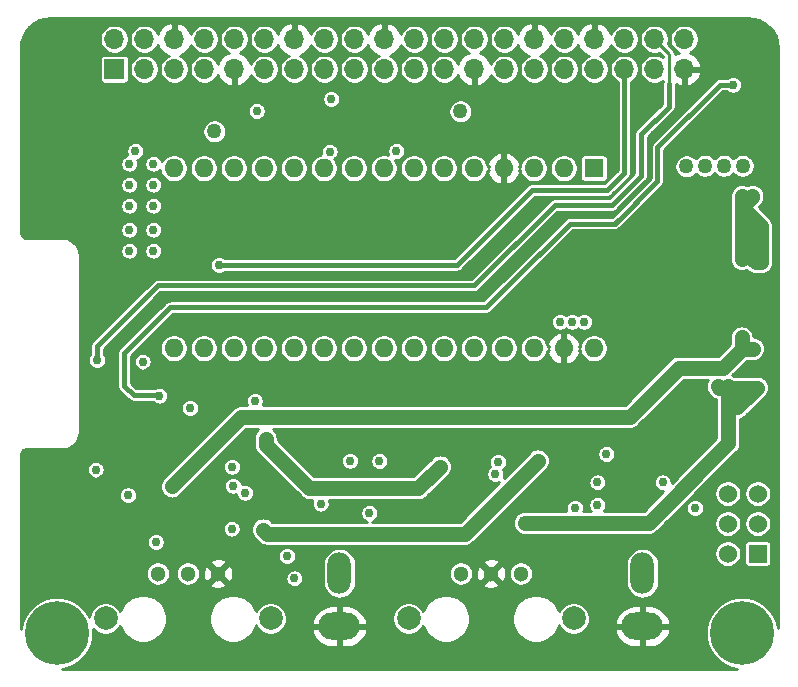
<source format=gbr>
%TF.GenerationSoftware,KiCad,Pcbnew,(5.1.7)-1*%
%TF.CreationDate,2021-08-01T21:01:40-07:00*%
%TF.ProjectId,I2SHat,49325348-6174-42e6-9b69-6361645f7063,rev?*%
%TF.SameCoordinates,Original*%
%TF.FileFunction,Copper,L3,Inr*%
%TF.FilePolarity,Positive*%
%FSLAX46Y46*%
G04 Gerber Fmt 4.6, Leading zero omitted, Abs format (unit mm)*
G04 Created by KiCad (PCBNEW (5.1.7)-1) date 2021-08-01 21:01:40*
%MOMM*%
%LPD*%
G01*
G04 APERTURE LIST*
%TA.AperFunction,ComponentPad*%
%ADD10O,2.000000X3.500000*%
%TD*%
%TA.AperFunction,ComponentPad*%
%ADD11O,3.500000X2.300000*%
%TD*%
%TA.AperFunction,ComponentPad*%
%ADD12C,2.000000*%
%TD*%
%TA.AperFunction,ComponentPad*%
%ADD13O,1.600000X1.600000*%
%TD*%
%TA.AperFunction,ComponentPad*%
%ADD14R,1.600000X1.600000*%
%TD*%
%TA.AperFunction,ComponentPad*%
%ADD15C,1.300000*%
%TD*%
%TA.AperFunction,ComponentPad*%
%ADD16O,1.700000X1.700000*%
%TD*%
%TA.AperFunction,ComponentPad*%
%ADD17R,1.700000X1.700000*%
%TD*%
%TA.AperFunction,ComponentPad*%
%ADD18C,5.400000*%
%TD*%
%TA.AperFunction,ComponentPad*%
%ADD19C,1.524000*%
%TD*%
%TA.AperFunction,ComponentPad*%
%ADD20R,1.524000X1.524000*%
%TD*%
%TA.AperFunction,ViaPad*%
%ADD21C,0.762000*%
%TD*%
%TA.AperFunction,ViaPad*%
%ADD22C,1.270000*%
%TD*%
%TA.AperFunction,Conductor*%
%ADD23C,1.270000*%
%TD*%
%TA.AperFunction,Conductor*%
%ADD24C,0.254000*%
%TD*%
%TA.AperFunction,Conductor*%
%ADD25C,0.381000*%
%TD*%
%TA.AperFunction,Conductor*%
%ADD26C,0.100000*%
%TD*%
G04 APERTURE END LIST*
D10*
%TO.N,Net-(C7-Pad2)*%
%TO.C,J5*%
X111506000Y-87321000D03*
D11*
%TO.N,GNDREF*%
X111506000Y-91821000D03*
%TD*%
D10*
%TO.N,Net-(C6-Pad2)*%
%TO.C,J3*%
X85852000Y-87321000D03*
D11*
%TO.N,GNDREF*%
X85852000Y-91821000D03*
%TD*%
D12*
%TO.N,Net-(TP7-Pad1)*%
%TO.C,TP7*%
X66065000Y-91136000D03*
%TD*%
%TO.N,Net-(TP6-Pad1)*%
%TO.C,TP6*%
X80035000Y-91136000D03*
%TD*%
%TO.N,Net-(TP5-Pad1)*%
%TO.C,TP5*%
X91719000Y-91136000D03*
%TD*%
%TO.N,Net-(TP4-Pad1)*%
%TO.C,TP4*%
X105689000Y-91136000D03*
%TD*%
D13*
%TO.N,Net-(A1-Pad16)*%
%TO.C,A1*%
X71818500Y-68262500D03*
%TO.N,Net-(A1-Pad15)*%
X71818500Y-53022500D03*
%TO.N,Net-(A1-Pad30)*%
X107378500Y-68262500D03*
%TO.N,Net-(A1-Pad14)*%
X74358500Y-53022500D03*
%TO.N,GNDREF*%
X104838500Y-68262500D03*
%TO.N,Net-(A1-Pad13)*%
X76898500Y-53022500D03*
%TO.N,Net-(A1-Pad28)*%
X102298500Y-68262500D03*
%TO.N,Net-(A1-Pad12)*%
X79438500Y-53022500D03*
%TO.N,+5VL*%
X99758500Y-68262500D03*
%TO.N,Net-(A1-Pad11)*%
X81978500Y-53022500D03*
%TO.N,Net-(A1-Pad26)*%
X97218500Y-68262500D03*
%TO.N,Net-(A1-Pad10)*%
X84518500Y-53022500D03*
%TO.N,Net-(A1-Pad25)*%
X94678500Y-68262500D03*
%TO.N,Net-(A1-Pad9)*%
X87058500Y-53022500D03*
%TO.N,/SCL*%
X92138500Y-68262500D03*
%TO.N,Net-(A1-Pad8)*%
X89598500Y-53022500D03*
%TO.N,/SDA*%
X89598500Y-68262500D03*
%TO.N,Net-(A1-Pad7)*%
X92138500Y-53022500D03*
%TO.N,Net-(A1-Pad22)*%
X87058500Y-68262500D03*
%TO.N,Net-(A1-Pad6)*%
X94678500Y-53022500D03*
%TO.N,Net-(A1-Pad21)*%
X84518500Y-68262500D03*
%TO.N,Net-(A1-Pad5)*%
X97218500Y-53022500D03*
%TO.N,Net-(A1-Pad20)*%
X81978500Y-68262500D03*
%TO.N,GNDREF*%
X99758500Y-53022500D03*
%TO.N,Net-(A1-Pad19)*%
X79438500Y-68262500D03*
%TO.N,Net-(A1-Pad3)*%
X102298500Y-53022500D03*
%TO.N,Net-(A1-Pad18)*%
X76898500Y-68262500D03*
%TO.N,Net-(A1-Pad2)*%
X104838500Y-53022500D03*
%TO.N,Net-(A1-Pad17)*%
X74358500Y-68262500D03*
D14*
%TO.N,Net-(A1-Pad1)*%
X107378500Y-53022500D03*
%TD*%
D15*
%TO.N,Net-(C4-Pad1)*%
%TO.C,J1*%
X96139000Y-87350600D03*
%TO.N,GNDREF*%
X98679000Y-87350600D03*
%TO.N,Net-(J1-Pad1)*%
X101219000Y-87350600D03*
%TD*%
D16*
%TO.N,/DIN_WM*%
%TO.C,J4*%
X115049300Y-42103040D03*
%TO.N,GNDREF*%
X115049300Y-44643040D03*
%TO.N,/DOUT_WM*%
X112509300Y-42103040D03*
%TO.N,/GPIO26*%
X112509300Y-44643040D03*
%TO.N,/GPIO16*%
X109969300Y-42103040D03*
%TO.N,/LRCLK*%
X109969300Y-44643040D03*
%TO.N,GNDREF*%
X107429300Y-42103040D03*
%TO.N,/GPIO13*%
X107429300Y-44643040D03*
%TO.N,/GPIO12*%
X104889300Y-42103040D03*
%TO.N,/GPIO6*%
X104889300Y-44643040D03*
%TO.N,GNDREF*%
X102349300Y-42103040D03*
%TO.N,/GPIO5*%
X102349300Y-44643040D03*
%TO.N,/GPIO1*%
X99809300Y-42103040D03*
%TO.N,/GPIO0*%
X99809300Y-44643040D03*
%TO.N,/GPIO7*%
X97269300Y-42103040D03*
%TO.N,GNDREF*%
X97269300Y-44643040D03*
%TO.N,/GPIO8*%
X94729300Y-42103040D03*
%TO.N,/GPIO11*%
X94729300Y-44643040D03*
%TO.N,/GPIO25*%
X92189300Y-42103040D03*
%TO.N,/GPIO9*%
X92189300Y-44643040D03*
%TO.N,GNDREF*%
X89649300Y-42103040D03*
%TO.N,/GPIO10*%
X89649300Y-44643040D03*
%TO.N,/GPIO24*%
X87109300Y-42103040D03*
%TO.N,/3V32*%
X87109300Y-44643040D03*
%TO.N,/GPIO23*%
X84569300Y-42103040D03*
%TO.N,/GPIO22*%
X84569300Y-44643040D03*
%TO.N,GNDREF*%
X82029300Y-42103040D03*
%TO.N,/GPIO27*%
X82029300Y-44643040D03*
%TO.N,/BCLK*%
X79489300Y-42103040D03*
%TO.N,/GPIO17*%
X79489300Y-44643040D03*
%TO.N,/GPIO15*%
X76949300Y-42103040D03*
%TO.N,GNDREF*%
X76949300Y-44643040D03*
%TO.N,/GPIO14*%
X74409300Y-42103040D03*
%TO.N,/GPIO4*%
X74409300Y-44643040D03*
%TO.N,GNDREF*%
X71869300Y-42103040D03*
%TO.N,/GPIO3*%
X71869300Y-44643040D03*
%TO.N,+5V*%
X69329300Y-42103040D03*
%TO.N,/GPIO2*%
X69329300Y-44643040D03*
%TO.N,+5V*%
X66789300Y-42103040D03*
D17*
%TO.N,/3V31*%
X66789300Y-44643040D03*
%TD*%
D18*
%TO.N,N/C*%
%TO.C,H2*%
X119938800Y-92379800D03*
%TD*%
%TO.N,N/C*%
%TO.C,H1*%
X61925200Y-92379800D03*
%TD*%
D19*
%TO.N,Net-(R6-Pad2)*%
%TO.C,SW1*%
X118729000Y-85651200D03*
%TO.N,Net-(SW1-Pad5)*%
X118729000Y-83111200D03*
%TO.N,Net-(R4-Pad2)*%
X118729000Y-80571200D03*
%TO.N,Net-(SW1-Pad3)*%
X121269000Y-80571200D03*
%TO.N,Net-(SW1-Pad2)*%
X121269000Y-83111200D03*
D20*
%TO.N,Net-(SW1-Pad1)*%
X121269000Y-85651200D03*
%TD*%
D15*
%TO.N,Net-(J2-Pad3)*%
%TO.C,J2*%
X70485000Y-87350600D03*
%TO.N,Net-(C5-Pad1)*%
X73025000Y-87350600D03*
%TO.N,GNDREF*%
X75565000Y-87350600D03*
%TD*%
D21*
%TO.N,*%
X68072000Y-58242200D03*
X68072000Y-60020200D03*
X68072000Y-54432200D03*
X68072000Y-56210200D03*
X68580000Y-51562000D03*
X68072000Y-52654200D03*
X70104000Y-54432200D03*
X70104000Y-52654200D03*
X70104000Y-58242200D03*
X70104000Y-56210200D03*
X70104000Y-60020200D03*
X84251800Y-81432400D03*
%TO.N,Net-(J2-Pad3)*%
X81407000Y-85852000D03*
%TO.N,GNDREF*%
X88646000Y-60045600D03*
X91186000Y-60045600D03*
X86106000Y-60045600D03*
X86791800Y-57200800D03*
X89331800Y-57200800D03*
X84251800Y-57200800D03*
X83566000Y-60045600D03*
D22*
X122212100Y-53047900D03*
X117665500Y-59829700D03*
X120230900Y-62877700D03*
D21*
X88646000Y-62052200D03*
X91186000Y-62052200D03*
X78994000Y-80518000D03*
X67818000Y-85166200D03*
X71704200Y-48133000D03*
X72720200Y-47167800D03*
X75133200Y-47980600D03*
X73787000Y-46278800D03*
X62738000Y-85166200D03*
X65278000Y-85166200D03*
X60528200Y-84582000D03*
X60528200Y-82042000D03*
X60528200Y-79756000D03*
X60528200Y-77216000D03*
X90652600Y-82219800D03*
X86360000Y-81432400D03*
X96266000Y-70688200D03*
X93726000Y-70688200D03*
X101346000Y-70688200D03*
X103886000Y-70688200D03*
X106426000Y-70688200D03*
X81788000Y-70688200D03*
X84328000Y-70688200D03*
X86868000Y-70688200D03*
X83058000Y-72466200D03*
X85598000Y-72466200D03*
X88138000Y-72466200D03*
X96012000Y-59766200D03*
X97536000Y-58242200D03*
X97282000Y-61290200D03*
X98806000Y-59766200D03*
X98806000Y-62814200D03*
X100330000Y-61544200D03*
X99060000Y-56718200D03*
X101854000Y-60020200D03*
X100330000Y-58242200D03*
X100584000Y-55194200D03*
X103378000Y-58496200D03*
X101854000Y-56718200D03*
X104394000Y-57150000D03*
X102870000Y-55702200D03*
X112598200Y-46380400D03*
X112471200Y-50241200D03*
X117551200Y-41351200D03*
X115773200Y-46431200D03*
X119583200Y-42875200D03*
X120599200Y-45161200D03*
X120345200Y-46685200D03*
X119075200Y-47193200D03*
X101549200Y-62941200D03*
X103327200Y-61163200D03*
X104851200Y-59639200D03*
X106121200Y-58623200D03*
X107899200Y-58623200D03*
X109423200Y-58623200D03*
X110693200Y-57607200D03*
X111887000Y-56438800D03*
X112979200Y-55219600D03*
X113741200Y-52781200D03*
X117551200Y-51257200D03*
X88646000Y-63830200D03*
X91186000Y-63830200D03*
X86106000Y-63830200D03*
X88646000Y-65836800D03*
X91186000Y-65836800D03*
X86106000Y-65836800D03*
X83566000Y-63830200D03*
X78486000Y-65836800D03*
X83566000Y-65836800D03*
X78486000Y-63830200D03*
X81026000Y-63830200D03*
X81026000Y-65836800D03*
X81026000Y-62052200D03*
X83566000Y-62052200D03*
X78486000Y-62052200D03*
X76962000Y-63830200D03*
X72110600Y-65938400D03*
X76962000Y-65836800D03*
X71882000Y-63830200D03*
X74422000Y-63830200D03*
X74422000Y-65836800D03*
X74422000Y-62052200D03*
X76962000Y-62052200D03*
X71882000Y-62052200D03*
X93218000Y-65836800D03*
X98069400Y-65836800D03*
X93218000Y-63830200D03*
X95758000Y-63830200D03*
X95758000Y-65836800D03*
X93218000Y-62052200D03*
X68072000Y-61798200D03*
X68072000Y-63576200D03*
X66548000Y-64846200D03*
X65024000Y-66116200D03*
X68072000Y-66624200D03*
X70358000Y-64592200D03*
X70104000Y-62052200D03*
X70612000Y-67132200D03*
X66802000Y-67894200D03*
X70358000Y-69164200D03*
X68000000Y-73000000D03*
X64262000Y-67640200D03*
X66675000Y-69519800D03*
X66979800Y-72110600D03*
X71780400Y-83616800D03*
X111201200Y-45923200D03*
X86106000Y-62052200D03*
X83261200Y-54178200D03*
X112445800Y-77139800D03*
X74168000Y-72110600D03*
D22*
X118021100Y-67805300D03*
D21*
X76746100Y-77254100D03*
D22*
%TO.N,+5V*%
X75247500Y-49911000D03*
X96100900Y-48209200D03*
D21*
X106553000Y-66014600D03*
X105537000Y-66014600D03*
X104521000Y-66014600D03*
D22*
X115227100Y-52857400D03*
X116801900Y-52832000D03*
X118402100Y-52832000D03*
X120002300Y-52832000D03*
D21*
%TO.N,/SCL*%
X89230200Y-77825600D03*
%TO.N,+3V3*%
X94361000Y-78282800D03*
X79603600Y-75920600D03*
X119748300Y-71501000D03*
X118783100Y-71501000D03*
X118808500Y-72390000D03*
X117868700Y-71501000D03*
X83312000Y-80137000D03*
X121221500Y-71602600D03*
X118808500Y-73279000D03*
X101422200Y-82931000D03*
%TO.N,+3.3VA*%
X110413800Y-74091800D03*
X101625400Y-74091800D03*
X119900700Y-68313300D03*
X119900700Y-67348100D03*
X120891300Y-68313300D03*
X71666100Y-79971900D03*
%TO.N,+3.3VP*%
X94691200Y-83972400D03*
X79375000Y-83616800D03*
X102666800Y-77774800D03*
X90678000Y-51562000D03*
X85026500Y-51612800D03*
D22*
X121551700Y-60985400D03*
D21*
X119926100Y-59766200D03*
X120815100Y-55372000D03*
X119926100Y-56311800D03*
X119926100Y-60731400D03*
X119926100Y-55397400D03*
%TO.N,Net-(C10-Pad1)*%
X107696000Y-79629000D03*
%TO.N,/GPIO17*%
X78841600Y-48183800D03*
%TO.N,/TX*%
X88392000Y-82219800D03*
X76758800Y-78308200D03*
%TO.N,Net-(R17-Pad2)*%
X77851000Y-80492600D03*
%TO.N,/DOUT_WM*%
X65328800Y-69265800D03*
%TO.N,/LRCLK*%
X75666600Y-61214000D03*
%TO.N,/BCLK*%
X69189600Y-69392800D03*
%TO.N,Net-(R10-Pad2)*%
X107696000Y-81534000D03*
%TO.N,Net-(C1-Pad1)*%
X99288600Y-77901800D03*
%TO.N,Net-(C2-Pad1)*%
X82042000Y-87757000D03*
%TO.N,Net-(C8-Pad1)*%
X108458000Y-77216000D03*
X113220500Y-79629000D03*
X115951000Y-81788000D03*
%TO.N,Net-(C15-Pad1)*%
X67945000Y-80721200D03*
%TO.N,Net-(C16-Pad2)*%
X65201800Y-78536800D03*
%TO.N,Net-(Q2-Pad2)*%
X76835000Y-79908400D03*
%TO.N,Net-(R1-Pad2)*%
X99060000Y-78917800D03*
%TO.N,Net-(R10-Pad1)*%
X105791000Y-81788000D03*
%TO.N,Net-(R21-Pad2)*%
X78689200Y-72720200D03*
%TO.N,Net-(R22-Pad1)*%
X73202800Y-73329800D03*
%TO.N,Net-(R26-Pad1)*%
X119176800Y-45948600D03*
X70612000Y-72288400D03*
%TO.N,+5VL*%
X86741000Y-77800200D03*
X85153500Y-47167800D03*
%TO.N,Net-(TP8-Pad1)*%
X70307200Y-84683600D03*
%TO.N,Net-(R31-Pad2)*%
X76733400Y-83540600D03*
%TD*%
D23*
%TO.N,+3V3*%
X112039399Y-83058001D02*
X118783100Y-76314300D01*
X101549201Y-83058001D02*
X112039399Y-83058001D01*
X118783100Y-71501000D02*
X118783100Y-76314300D01*
X119545100Y-73279000D02*
X121221500Y-71602600D01*
X118808500Y-73279000D02*
X119545100Y-73279000D01*
X120434100Y-72390000D02*
X121221500Y-71602600D01*
X118808500Y-72390000D02*
X120434100Y-72390000D01*
X92506800Y-80137000D02*
X83312000Y-80137000D01*
X94361000Y-78282800D02*
X92506800Y-80137000D01*
X79603600Y-76428600D02*
X83312000Y-80137000D01*
X79603600Y-75920600D02*
X79603600Y-76428600D01*
X117970300Y-71602600D02*
X117868700Y-71501000D01*
X121221500Y-71602600D02*
X117970300Y-71602600D01*
%TO.N,+3.3VA*%
X110413800Y-74091800D02*
X101625400Y-74091800D01*
X114604800Y-69900800D02*
X118313200Y-69900800D01*
X110413800Y-74091800D02*
X114604800Y-69900800D01*
X118313200Y-69900800D02*
X119900700Y-68313300D01*
X77546200Y-74091800D02*
X71666100Y-79971900D01*
X101625400Y-74091800D02*
X77546200Y-74091800D01*
X120891300Y-68313300D02*
X119900700Y-68313300D01*
X119900700Y-67348100D02*
X119900700Y-68313300D01*
%TO.N,+3.3VP*%
X96799400Y-83616800D02*
X102641400Y-77774800D01*
X96443800Y-83972400D02*
X96799400Y-83616800D01*
X94691200Y-83972400D02*
X96443800Y-83972400D01*
X79730600Y-83972400D02*
X79375000Y-83616800D01*
X94691200Y-83972400D02*
X79730600Y-83972400D01*
X119926100Y-59766200D02*
X119926100Y-60731400D01*
X119926100Y-59766200D02*
X119926100Y-55397400D01*
X120815100Y-55422800D02*
X119926100Y-56311800D01*
X120815100Y-55372000D02*
X120815100Y-55422800D01*
X121551700Y-60985400D02*
X121335800Y-60985400D01*
X121551700Y-57937400D02*
X119926100Y-56311800D01*
X121551700Y-60985400D02*
X121551700Y-57937400D01*
X121551700Y-60985400D02*
X121081800Y-60985400D01*
X121081800Y-60985400D02*
X120700800Y-60604400D01*
X120700800Y-60604400D02*
X120700800Y-58293000D01*
D24*
%TO.N,/DOUT_WM*%
X113740301Y-43334041D02*
X113740301Y-45898699D01*
X112509300Y-42103040D02*
X113740301Y-43334041D01*
D25*
X65328800Y-68072000D02*
X70459600Y-62941200D01*
X70459600Y-62941200D02*
X97256600Y-62941200D01*
X104063800Y-56134000D02*
X106934000Y-56134000D01*
X97256600Y-62941200D02*
X104063800Y-56134000D01*
X106553000Y-56134000D02*
X106934000Y-56134000D01*
X113740301Y-47803699D02*
X113740301Y-45898699D01*
X111379000Y-50165000D02*
X113740301Y-47803699D01*
X111379000Y-53695600D02*
X111379000Y-50165000D01*
X108940600Y-56134000D02*
X111379000Y-53695600D01*
X106934000Y-56134000D02*
X108940600Y-56134000D01*
X65328800Y-69265800D02*
X65328800Y-68072000D01*
%TO.N,/LRCLK*%
X102133400Y-54864000D02*
X95783400Y-61214000D01*
X108508800Y-54864000D02*
X102133400Y-54864000D01*
X109969300Y-53403500D02*
X108508800Y-54864000D01*
X95783400Y-61214000D02*
X75666600Y-61214000D01*
X109969300Y-44643040D02*
X109969300Y-53403500D01*
%TO.N,Net-(R26-Pad1)*%
X100228400Y-62839600D02*
X100457000Y-62611000D01*
X109308900Y-57543700D02*
X109461300Y-57391300D01*
X109143800Y-57708800D02*
X105359200Y-57708800D01*
X112776000Y-54076600D02*
X109143800Y-57708800D01*
X105359200Y-57708800D02*
X100228400Y-62839600D01*
X68427600Y-72237600D02*
X70586600Y-72237600D01*
X67614800Y-68707000D02*
X67614800Y-71424800D01*
X71526400Y-64795400D02*
X67614800Y-68707000D01*
X98272600Y-64795400D02*
X71526400Y-64795400D01*
X67614800Y-71424800D02*
X68427600Y-72237600D01*
X100228400Y-62839600D02*
X98272600Y-64795400D01*
X112776000Y-51257200D02*
X112776000Y-54076600D01*
X118084600Y-45948600D02*
X112776000Y-51257200D01*
X119176800Y-45948600D02*
X118084600Y-45948600D01*
%TD*%
D24*
%TO.N,GNDREF*%
X120918586Y-40351954D02*
X121398182Y-40496753D01*
X121840520Y-40731948D01*
X122228750Y-41048580D01*
X122548083Y-41434587D01*
X122786361Y-41875274D01*
X122934504Y-42353847D01*
X122989000Y-42872338D01*
X122989001Y-91921511D01*
X122901399Y-91481105D01*
X122669147Y-90920399D01*
X122331969Y-90415777D01*
X121902823Y-89986631D01*
X121398201Y-89649453D01*
X120837495Y-89417201D01*
X120242252Y-89298800D01*
X119635348Y-89298800D01*
X119040105Y-89417201D01*
X118479399Y-89649453D01*
X117974777Y-89986631D01*
X117545631Y-90415777D01*
X117208453Y-90920399D01*
X116976201Y-91481105D01*
X116857800Y-92076348D01*
X116857800Y-92683252D01*
X116976201Y-93278495D01*
X117208453Y-93839201D01*
X117545631Y-94343823D01*
X117974777Y-94772969D01*
X118479399Y-95110147D01*
X119040105Y-95342399D01*
X119525752Y-95439000D01*
X62338248Y-95439000D01*
X62823895Y-95342399D01*
X63384601Y-95110147D01*
X63889223Y-94772969D01*
X64318369Y-94343823D01*
X64655547Y-93839201D01*
X64887799Y-93278495D01*
X65006200Y-92683252D01*
X65006200Y-92076348D01*
X64994749Y-92018778D01*
X65184664Y-92208693D01*
X65410851Y-92359826D01*
X65662177Y-92463929D01*
X65928983Y-92517000D01*
X66201017Y-92517000D01*
X66467823Y-92463929D01*
X66719149Y-92359826D01*
X66945336Y-92208693D01*
X67137693Y-92016336D01*
X67281790Y-91800679D01*
X67415151Y-92122639D01*
X67637419Y-92455287D01*
X67920313Y-92738181D01*
X68252961Y-92960449D01*
X68622579Y-93113550D01*
X69014964Y-93191600D01*
X69415036Y-93191600D01*
X69807421Y-93113550D01*
X70177039Y-92960449D01*
X70509687Y-92738181D01*
X70792581Y-92455287D01*
X71014849Y-92122639D01*
X71167950Y-91753021D01*
X71246000Y-91360636D01*
X71246000Y-90960564D01*
X74804000Y-90960564D01*
X74804000Y-91360636D01*
X74882050Y-91753021D01*
X75035151Y-92122639D01*
X75257419Y-92455287D01*
X75540313Y-92738181D01*
X75872961Y-92960449D01*
X76242579Y-93113550D01*
X76634964Y-93191600D01*
X77035036Y-93191600D01*
X77427421Y-93113550D01*
X77797039Y-92960449D01*
X78129687Y-92738181D01*
X78412581Y-92455287D01*
X78634849Y-92122639D01*
X78787950Y-91753021D01*
X78790495Y-91740226D01*
X78811174Y-91790149D01*
X78962307Y-92016336D01*
X79154664Y-92208693D01*
X79380851Y-92359826D01*
X79632177Y-92463929D01*
X79898983Y-92517000D01*
X80171017Y-92517000D01*
X80437823Y-92463929D01*
X80689149Y-92359826D01*
X80890984Y-92224964D01*
X83513312Y-92224964D01*
X83554274Y-92386757D01*
X83697269Y-92707096D01*
X83900011Y-92993383D01*
X84154710Y-93234616D01*
X84451577Y-93421524D01*
X84779204Y-93546925D01*
X85125000Y-93606000D01*
X85725000Y-93606000D01*
X85725000Y-91948000D01*
X85979000Y-91948000D01*
X85979000Y-93606000D01*
X86579000Y-93606000D01*
X86924796Y-93546925D01*
X87252423Y-93421524D01*
X87549290Y-93234616D01*
X87803989Y-92993383D01*
X88006731Y-92707096D01*
X88149726Y-92386757D01*
X88190688Y-92224964D01*
X88073283Y-91948000D01*
X85979000Y-91948000D01*
X85725000Y-91948000D01*
X83630717Y-91948000D01*
X83513312Y-92224964D01*
X80890984Y-92224964D01*
X80915336Y-92208693D01*
X81107693Y-92016336D01*
X81258826Y-91790149D01*
X81362929Y-91538823D01*
X81387153Y-91417036D01*
X83513312Y-91417036D01*
X83630717Y-91694000D01*
X85725000Y-91694000D01*
X85725000Y-90036000D01*
X85979000Y-90036000D01*
X85979000Y-91694000D01*
X88073283Y-91694000D01*
X88190688Y-91417036D01*
X88149726Y-91255243D01*
X88035782Y-90999983D01*
X90338000Y-90999983D01*
X90338000Y-91272017D01*
X90391071Y-91538823D01*
X90495174Y-91790149D01*
X90646307Y-92016336D01*
X90838664Y-92208693D01*
X91064851Y-92359826D01*
X91316177Y-92463929D01*
X91582983Y-92517000D01*
X91855017Y-92517000D01*
X92121823Y-92463929D01*
X92373149Y-92359826D01*
X92599336Y-92208693D01*
X92791693Y-92016336D01*
X92935790Y-91800679D01*
X93069151Y-92122639D01*
X93291419Y-92455287D01*
X93574313Y-92738181D01*
X93906961Y-92960449D01*
X94276579Y-93113550D01*
X94668964Y-93191600D01*
X95069036Y-93191600D01*
X95461421Y-93113550D01*
X95831039Y-92960449D01*
X96163687Y-92738181D01*
X96446581Y-92455287D01*
X96668849Y-92122639D01*
X96821950Y-91753021D01*
X96900000Y-91360636D01*
X96900000Y-90960564D01*
X100458000Y-90960564D01*
X100458000Y-91360636D01*
X100536050Y-91753021D01*
X100689151Y-92122639D01*
X100911419Y-92455287D01*
X101194313Y-92738181D01*
X101526961Y-92960449D01*
X101896579Y-93113550D01*
X102288964Y-93191600D01*
X102689036Y-93191600D01*
X103081421Y-93113550D01*
X103451039Y-92960449D01*
X103783687Y-92738181D01*
X104066581Y-92455287D01*
X104288849Y-92122639D01*
X104441950Y-91753021D01*
X104444495Y-91740226D01*
X104465174Y-91790149D01*
X104616307Y-92016336D01*
X104808664Y-92208693D01*
X105034851Y-92359826D01*
X105286177Y-92463929D01*
X105552983Y-92517000D01*
X105825017Y-92517000D01*
X106091823Y-92463929D01*
X106343149Y-92359826D01*
X106544984Y-92224964D01*
X109167312Y-92224964D01*
X109208274Y-92386757D01*
X109351269Y-92707096D01*
X109554011Y-92993383D01*
X109808710Y-93234616D01*
X110105577Y-93421524D01*
X110433204Y-93546925D01*
X110779000Y-93606000D01*
X111379000Y-93606000D01*
X111379000Y-91948000D01*
X111633000Y-91948000D01*
X111633000Y-93606000D01*
X112233000Y-93606000D01*
X112578796Y-93546925D01*
X112906423Y-93421524D01*
X113203290Y-93234616D01*
X113457989Y-92993383D01*
X113660731Y-92707096D01*
X113803726Y-92386757D01*
X113844688Y-92224964D01*
X113727283Y-91948000D01*
X111633000Y-91948000D01*
X111379000Y-91948000D01*
X109284717Y-91948000D01*
X109167312Y-92224964D01*
X106544984Y-92224964D01*
X106569336Y-92208693D01*
X106761693Y-92016336D01*
X106912826Y-91790149D01*
X107016929Y-91538823D01*
X107041153Y-91417036D01*
X109167312Y-91417036D01*
X109284717Y-91694000D01*
X111379000Y-91694000D01*
X111379000Y-90036000D01*
X111633000Y-90036000D01*
X111633000Y-91694000D01*
X113727283Y-91694000D01*
X113844688Y-91417036D01*
X113803726Y-91255243D01*
X113660731Y-90934904D01*
X113457989Y-90648617D01*
X113203290Y-90407384D01*
X112906423Y-90220476D01*
X112578796Y-90095075D01*
X112233000Y-90036000D01*
X111633000Y-90036000D01*
X111379000Y-90036000D01*
X110779000Y-90036000D01*
X110433204Y-90095075D01*
X110105577Y-90220476D01*
X109808710Y-90407384D01*
X109554011Y-90648617D01*
X109351269Y-90934904D01*
X109208274Y-91255243D01*
X109167312Y-91417036D01*
X107041153Y-91417036D01*
X107070000Y-91272017D01*
X107070000Y-90999983D01*
X107016929Y-90733177D01*
X106912826Y-90481851D01*
X106761693Y-90255664D01*
X106569336Y-90063307D01*
X106343149Y-89912174D01*
X106091823Y-89808071D01*
X105825017Y-89755000D01*
X105552983Y-89755000D01*
X105286177Y-89808071D01*
X105034851Y-89912174D01*
X104808664Y-90063307D01*
X104616307Y-90255664D01*
X104465174Y-90481851D01*
X104435683Y-90553049D01*
X104288849Y-90198561D01*
X104066581Y-89865913D01*
X103783687Y-89583019D01*
X103451039Y-89360751D01*
X103081421Y-89207650D01*
X102689036Y-89129600D01*
X102288964Y-89129600D01*
X101896579Y-89207650D01*
X101526961Y-89360751D01*
X101194313Y-89583019D01*
X100911419Y-89865913D01*
X100689151Y-90198561D01*
X100536050Y-90568179D01*
X100458000Y-90960564D01*
X96900000Y-90960564D01*
X96821950Y-90568179D01*
X96668849Y-90198561D01*
X96446581Y-89865913D01*
X96163687Y-89583019D01*
X95831039Y-89360751D01*
X95461421Y-89207650D01*
X95069036Y-89129600D01*
X94668964Y-89129600D01*
X94276579Y-89207650D01*
X93906961Y-89360751D01*
X93574313Y-89583019D01*
X93291419Y-89865913D01*
X93069151Y-90198561D01*
X92947317Y-90492694D01*
X92942826Y-90481851D01*
X92791693Y-90255664D01*
X92599336Y-90063307D01*
X92373149Y-89912174D01*
X92121823Y-89808071D01*
X91855017Y-89755000D01*
X91582983Y-89755000D01*
X91316177Y-89808071D01*
X91064851Y-89912174D01*
X90838664Y-90063307D01*
X90646307Y-90255664D01*
X90495174Y-90481851D01*
X90391071Y-90733177D01*
X90338000Y-90999983D01*
X88035782Y-90999983D01*
X88006731Y-90934904D01*
X87803989Y-90648617D01*
X87549290Y-90407384D01*
X87252423Y-90220476D01*
X86924796Y-90095075D01*
X86579000Y-90036000D01*
X85979000Y-90036000D01*
X85725000Y-90036000D01*
X85125000Y-90036000D01*
X84779204Y-90095075D01*
X84451577Y-90220476D01*
X84154710Y-90407384D01*
X83900011Y-90648617D01*
X83697269Y-90934904D01*
X83554274Y-91255243D01*
X83513312Y-91417036D01*
X81387153Y-91417036D01*
X81416000Y-91272017D01*
X81416000Y-90999983D01*
X81362929Y-90733177D01*
X81258826Y-90481851D01*
X81107693Y-90255664D01*
X80915336Y-90063307D01*
X80689149Y-89912174D01*
X80437823Y-89808071D01*
X80171017Y-89755000D01*
X79898983Y-89755000D01*
X79632177Y-89808071D01*
X79380851Y-89912174D01*
X79154664Y-90063307D01*
X78962307Y-90255664D01*
X78811174Y-90481851D01*
X78781683Y-90553049D01*
X78634849Y-90198561D01*
X78412581Y-89865913D01*
X78129687Y-89583019D01*
X77797039Y-89360751D01*
X77427421Y-89207650D01*
X77035036Y-89129600D01*
X76634964Y-89129600D01*
X76242579Y-89207650D01*
X75872961Y-89360751D01*
X75540313Y-89583019D01*
X75257419Y-89865913D01*
X75035151Y-90198561D01*
X74882050Y-90568179D01*
X74804000Y-90960564D01*
X71246000Y-90960564D01*
X71167950Y-90568179D01*
X71014849Y-90198561D01*
X70792581Y-89865913D01*
X70509687Y-89583019D01*
X70177039Y-89360751D01*
X69807421Y-89207650D01*
X69415036Y-89129600D01*
X69014964Y-89129600D01*
X68622579Y-89207650D01*
X68252961Y-89360751D01*
X67920313Y-89583019D01*
X67637419Y-89865913D01*
X67415151Y-90198561D01*
X67293317Y-90492694D01*
X67288826Y-90481851D01*
X67137693Y-90255664D01*
X66945336Y-90063307D01*
X66719149Y-89912174D01*
X66467823Y-89808071D01*
X66201017Y-89755000D01*
X65928983Y-89755000D01*
X65662177Y-89808071D01*
X65410851Y-89912174D01*
X65184664Y-90063307D01*
X64992307Y-90255664D01*
X64841174Y-90481851D01*
X64737071Y-90733177D01*
X64685464Y-90992624D01*
X64655547Y-90920399D01*
X64318369Y-90415777D01*
X63889223Y-89986631D01*
X63384601Y-89649453D01*
X62823895Y-89417201D01*
X62228652Y-89298800D01*
X61621748Y-89298800D01*
X61026505Y-89417201D01*
X60465799Y-89649453D01*
X59961177Y-89986631D01*
X59532031Y-90415777D01*
X59194853Y-90920399D01*
X58962601Y-91481105D01*
X58851000Y-92042162D01*
X58851000Y-87249055D01*
X69454000Y-87249055D01*
X69454000Y-87452145D01*
X69493620Y-87651332D01*
X69571339Y-87838962D01*
X69684170Y-88007824D01*
X69827776Y-88151430D01*
X69996638Y-88264261D01*
X70184268Y-88341980D01*
X70383455Y-88381600D01*
X70586545Y-88381600D01*
X70785732Y-88341980D01*
X70973362Y-88264261D01*
X71142224Y-88151430D01*
X71285830Y-88007824D01*
X71398661Y-87838962D01*
X71476380Y-87651332D01*
X71516000Y-87452145D01*
X71516000Y-87249055D01*
X71994000Y-87249055D01*
X71994000Y-87452145D01*
X72033620Y-87651332D01*
X72111339Y-87838962D01*
X72224170Y-88007824D01*
X72367776Y-88151430D01*
X72536638Y-88264261D01*
X72724268Y-88341980D01*
X72923455Y-88381600D01*
X73126545Y-88381600D01*
X73325732Y-88341980D01*
X73513362Y-88264261D01*
X73555467Y-88236127D01*
X74859078Y-88236127D01*
X74912466Y-88464801D01*
X75142374Y-88570695D01*
X75388524Y-88629702D01*
X75641455Y-88639552D01*
X75891449Y-88599870D01*
X76128896Y-88512178D01*
X76217534Y-88464801D01*
X76270922Y-88236127D01*
X75565000Y-87530205D01*
X74859078Y-88236127D01*
X73555467Y-88236127D01*
X73682224Y-88151430D01*
X73825830Y-88007824D01*
X73938661Y-87838962D01*
X74016380Y-87651332D01*
X74056000Y-87452145D01*
X74056000Y-87427055D01*
X74276048Y-87427055D01*
X74315730Y-87677049D01*
X74403422Y-87914496D01*
X74450799Y-88003134D01*
X74679473Y-88056522D01*
X75385395Y-87350600D01*
X75744605Y-87350600D01*
X76450527Y-88056522D01*
X76679201Y-88003134D01*
X76785095Y-87773226D01*
X76806975Y-87681950D01*
X81280000Y-87681950D01*
X81280000Y-87832050D01*
X81309283Y-87979267D01*
X81366724Y-88117942D01*
X81450116Y-88242747D01*
X81556253Y-88348884D01*
X81681058Y-88432276D01*
X81819733Y-88489717D01*
X81966950Y-88519000D01*
X82117050Y-88519000D01*
X82264267Y-88489717D01*
X82402942Y-88432276D01*
X82527747Y-88348884D01*
X82633884Y-88242747D01*
X82717276Y-88117942D01*
X82774717Y-87979267D01*
X82804000Y-87832050D01*
X82804000Y-87681950D01*
X82774717Y-87534733D01*
X82717276Y-87396058D01*
X82633884Y-87271253D01*
X82527747Y-87165116D01*
X82402942Y-87081724D01*
X82264267Y-87024283D01*
X82117050Y-86995000D01*
X81966950Y-86995000D01*
X81819733Y-87024283D01*
X81681058Y-87081724D01*
X81556253Y-87165116D01*
X81450116Y-87271253D01*
X81366724Y-87396058D01*
X81309283Y-87534733D01*
X81280000Y-87681950D01*
X76806975Y-87681950D01*
X76844102Y-87527076D01*
X76853952Y-87274145D01*
X76814270Y-87024151D01*
X76726578Y-86786704D01*
X76679201Y-86698066D01*
X76450527Y-86644678D01*
X75744605Y-87350600D01*
X75385395Y-87350600D01*
X74679473Y-86644678D01*
X74450799Y-86698066D01*
X74344905Y-86927974D01*
X74285898Y-87174124D01*
X74276048Y-87427055D01*
X74056000Y-87427055D01*
X74056000Y-87249055D01*
X74016380Y-87049868D01*
X73938661Y-86862238D01*
X73825830Y-86693376D01*
X73682224Y-86549770D01*
X73555468Y-86465073D01*
X74859078Y-86465073D01*
X75565000Y-87170995D01*
X76270922Y-86465073D01*
X76217534Y-86236399D01*
X75987626Y-86130505D01*
X75741476Y-86071498D01*
X75488545Y-86061648D01*
X75238551Y-86101330D01*
X75001104Y-86189022D01*
X74912466Y-86236399D01*
X74859078Y-86465073D01*
X73555468Y-86465073D01*
X73513362Y-86436939D01*
X73325732Y-86359220D01*
X73126545Y-86319600D01*
X72923455Y-86319600D01*
X72724268Y-86359220D01*
X72536638Y-86436939D01*
X72367776Y-86549770D01*
X72224170Y-86693376D01*
X72111339Y-86862238D01*
X72033620Y-87049868D01*
X71994000Y-87249055D01*
X71516000Y-87249055D01*
X71476380Y-87049868D01*
X71398661Y-86862238D01*
X71285830Y-86693376D01*
X71142224Y-86549770D01*
X70973362Y-86436939D01*
X70785732Y-86359220D01*
X70586545Y-86319600D01*
X70383455Y-86319600D01*
X70184268Y-86359220D01*
X69996638Y-86436939D01*
X69827776Y-86549770D01*
X69684170Y-86693376D01*
X69571339Y-86862238D01*
X69493620Y-87049868D01*
X69454000Y-87249055D01*
X58851000Y-87249055D01*
X58851000Y-85776950D01*
X80645000Y-85776950D01*
X80645000Y-85927050D01*
X80674283Y-86074267D01*
X80731724Y-86212942D01*
X80815116Y-86337747D01*
X80921253Y-86443884D01*
X81046058Y-86527276D01*
X81184733Y-86584717D01*
X81331950Y-86614000D01*
X81482050Y-86614000D01*
X81629267Y-86584717D01*
X81767942Y-86527276D01*
X81804037Y-86503158D01*
X84471000Y-86503158D01*
X84471000Y-88138843D01*
X84490982Y-88341723D01*
X84569950Y-88602043D01*
X84698186Y-88841955D01*
X84870762Y-89052239D01*
X85081046Y-89224815D01*
X85320958Y-89353051D01*
X85581278Y-89432018D01*
X85852000Y-89458682D01*
X86122723Y-89432018D01*
X86383043Y-89353051D01*
X86622955Y-89224815D01*
X86833239Y-89052239D01*
X87005815Y-88841955D01*
X87134051Y-88602043D01*
X87213018Y-88341723D01*
X87233000Y-88138843D01*
X87233000Y-87249055D01*
X95108000Y-87249055D01*
X95108000Y-87452145D01*
X95147620Y-87651332D01*
X95225339Y-87838962D01*
X95338170Y-88007824D01*
X95481776Y-88151430D01*
X95650638Y-88264261D01*
X95838268Y-88341980D01*
X96037455Y-88381600D01*
X96240545Y-88381600D01*
X96439732Y-88341980D01*
X96627362Y-88264261D01*
X96669467Y-88236127D01*
X97973078Y-88236127D01*
X98026466Y-88464801D01*
X98256374Y-88570695D01*
X98502524Y-88629702D01*
X98755455Y-88639552D01*
X99005449Y-88599870D01*
X99242896Y-88512178D01*
X99331534Y-88464801D01*
X99384922Y-88236127D01*
X98679000Y-87530205D01*
X97973078Y-88236127D01*
X96669467Y-88236127D01*
X96796224Y-88151430D01*
X96939830Y-88007824D01*
X97052661Y-87838962D01*
X97130380Y-87651332D01*
X97170000Y-87452145D01*
X97170000Y-87427055D01*
X97390048Y-87427055D01*
X97429730Y-87677049D01*
X97517422Y-87914496D01*
X97564799Y-88003134D01*
X97793473Y-88056522D01*
X98499395Y-87350600D01*
X98858605Y-87350600D01*
X99564527Y-88056522D01*
X99793201Y-88003134D01*
X99899095Y-87773226D01*
X99958102Y-87527076D01*
X99967952Y-87274145D01*
X99963970Y-87249055D01*
X100188000Y-87249055D01*
X100188000Y-87452145D01*
X100227620Y-87651332D01*
X100305339Y-87838962D01*
X100418170Y-88007824D01*
X100561776Y-88151430D01*
X100730638Y-88264261D01*
X100918268Y-88341980D01*
X101117455Y-88381600D01*
X101320545Y-88381600D01*
X101519732Y-88341980D01*
X101707362Y-88264261D01*
X101876224Y-88151430D01*
X102019830Y-88007824D01*
X102132661Y-87838962D01*
X102210380Y-87651332D01*
X102250000Y-87452145D01*
X102250000Y-87249055D01*
X102210380Y-87049868D01*
X102132661Y-86862238D01*
X102019830Y-86693376D01*
X101876224Y-86549770D01*
X101806465Y-86503158D01*
X110125000Y-86503158D01*
X110125000Y-88138843D01*
X110144982Y-88341723D01*
X110223950Y-88602043D01*
X110352186Y-88841955D01*
X110524762Y-89052239D01*
X110735046Y-89224815D01*
X110974958Y-89353051D01*
X111235278Y-89432018D01*
X111506000Y-89458682D01*
X111776723Y-89432018D01*
X112037043Y-89353051D01*
X112276955Y-89224815D01*
X112487239Y-89052239D01*
X112659815Y-88841955D01*
X112788051Y-88602043D01*
X112867018Y-88341723D01*
X112887000Y-88138843D01*
X112887000Y-86503157D01*
X112867018Y-86300277D01*
X112788051Y-86039957D01*
X112659815Y-85800045D01*
X112487238Y-85589761D01*
X112424928Y-85538624D01*
X117586000Y-85538624D01*
X117586000Y-85763776D01*
X117629925Y-85984601D01*
X117716087Y-86192613D01*
X117841174Y-86379820D01*
X118000380Y-86539026D01*
X118187587Y-86664113D01*
X118395599Y-86750275D01*
X118616424Y-86794200D01*
X118841576Y-86794200D01*
X119062401Y-86750275D01*
X119270413Y-86664113D01*
X119457620Y-86539026D01*
X119616826Y-86379820D01*
X119741913Y-86192613D01*
X119828075Y-85984601D01*
X119872000Y-85763776D01*
X119872000Y-85538624D01*
X119828075Y-85317799D01*
X119741913Y-85109787D01*
X119616826Y-84922580D01*
X119583446Y-84889200D01*
X120124157Y-84889200D01*
X120124157Y-86413200D01*
X120131513Y-86487889D01*
X120153299Y-86559708D01*
X120188678Y-86625896D01*
X120236289Y-86683911D01*
X120294304Y-86731522D01*
X120360492Y-86766901D01*
X120432311Y-86788687D01*
X120507000Y-86796043D01*
X122031000Y-86796043D01*
X122105689Y-86788687D01*
X122177508Y-86766901D01*
X122243696Y-86731522D01*
X122301711Y-86683911D01*
X122349322Y-86625896D01*
X122384701Y-86559708D01*
X122406487Y-86487889D01*
X122413843Y-86413200D01*
X122413843Y-84889200D01*
X122406487Y-84814511D01*
X122384701Y-84742692D01*
X122349322Y-84676504D01*
X122301711Y-84618489D01*
X122243696Y-84570878D01*
X122177508Y-84535499D01*
X122105689Y-84513713D01*
X122031000Y-84506357D01*
X120507000Y-84506357D01*
X120432311Y-84513713D01*
X120360492Y-84535499D01*
X120294304Y-84570878D01*
X120236289Y-84618489D01*
X120188678Y-84676504D01*
X120153299Y-84742692D01*
X120131513Y-84814511D01*
X120124157Y-84889200D01*
X119583446Y-84889200D01*
X119457620Y-84763374D01*
X119270413Y-84638287D01*
X119062401Y-84552125D01*
X118841576Y-84508200D01*
X118616424Y-84508200D01*
X118395599Y-84552125D01*
X118187587Y-84638287D01*
X118000380Y-84763374D01*
X117841174Y-84922580D01*
X117716087Y-85109787D01*
X117629925Y-85317799D01*
X117586000Y-85538624D01*
X112424928Y-85538624D01*
X112276954Y-85417185D01*
X112037042Y-85288949D01*
X111776722Y-85209982D01*
X111506000Y-85183318D01*
X111235277Y-85209982D01*
X110974957Y-85288949D01*
X110735045Y-85417185D01*
X110524761Y-85589762D01*
X110352185Y-85800046D01*
X110223949Y-86039958D01*
X110144982Y-86300278D01*
X110125000Y-86503158D01*
X101806465Y-86503158D01*
X101707362Y-86436939D01*
X101519732Y-86359220D01*
X101320545Y-86319600D01*
X101117455Y-86319600D01*
X100918268Y-86359220D01*
X100730638Y-86436939D01*
X100561776Y-86549770D01*
X100418170Y-86693376D01*
X100305339Y-86862238D01*
X100227620Y-87049868D01*
X100188000Y-87249055D01*
X99963970Y-87249055D01*
X99928270Y-87024151D01*
X99840578Y-86786704D01*
X99793201Y-86698066D01*
X99564527Y-86644678D01*
X98858605Y-87350600D01*
X98499395Y-87350600D01*
X97793473Y-86644678D01*
X97564799Y-86698066D01*
X97458905Y-86927974D01*
X97399898Y-87174124D01*
X97390048Y-87427055D01*
X97170000Y-87427055D01*
X97170000Y-87249055D01*
X97130380Y-87049868D01*
X97052661Y-86862238D01*
X96939830Y-86693376D01*
X96796224Y-86549770D01*
X96669468Y-86465073D01*
X97973078Y-86465073D01*
X98679000Y-87170995D01*
X99384922Y-86465073D01*
X99331534Y-86236399D01*
X99101626Y-86130505D01*
X98855476Y-86071498D01*
X98602545Y-86061648D01*
X98352551Y-86101330D01*
X98115104Y-86189022D01*
X98026466Y-86236399D01*
X97973078Y-86465073D01*
X96669468Y-86465073D01*
X96627362Y-86436939D01*
X96439732Y-86359220D01*
X96240545Y-86319600D01*
X96037455Y-86319600D01*
X95838268Y-86359220D01*
X95650638Y-86436939D01*
X95481776Y-86549770D01*
X95338170Y-86693376D01*
X95225339Y-86862238D01*
X95147620Y-87049868D01*
X95108000Y-87249055D01*
X87233000Y-87249055D01*
X87233000Y-86503157D01*
X87213018Y-86300277D01*
X87134051Y-86039957D01*
X87005815Y-85800045D01*
X86833238Y-85589761D01*
X86622954Y-85417185D01*
X86383042Y-85288949D01*
X86122722Y-85209982D01*
X85852000Y-85183318D01*
X85581277Y-85209982D01*
X85320957Y-85288949D01*
X85081045Y-85417185D01*
X84870761Y-85589762D01*
X84698185Y-85800046D01*
X84569949Y-86039958D01*
X84490982Y-86300278D01*
X84471000Y-86503158D01*
X81804037Y-86503158D01*
X81892747Y-86443884D01*
X81998884Y-86337747D01*
X82082276Y-86212942D01*
X82139717Y-86074267D01*
X82169000Y-85927050D01*
X82169000Y-85776950D01*
X82139717Y-85629733D01*
X82082276Y-85491058D01*
X81998884Y-85366253D01*
X81892747Y-85260116D01*
X81767942Y-85176724D01*
X81629267Y-85119283D01*
X81482050Y-85090000D01*
X81331950Y-85090000D01*
X81184733Y-85119283D01*
X81046058Y-85176724D01*
X80921253Y-85260116D01*
X80815116Y-85366253D01*
X80731724Y-85491058D01*
X80674283Y-85629733D01*
X80645000Y-85776950D01*
X58851000Y-85776950D01*
X58851000Y-84608550D01*
X69545200Y-84608550D01*
X69545200Y-84758650D01*
X69574483Y-84905867D01*
X69631924Y-85044542D01*
X69715316Y-85169347D01*
X69821453Y-85275484D01*
X69946258Y-85358876D01*
X70084933Y-85416317D01*
X70232150Y-85445600D01*
X70382250Y-85445600D01*
X70529467Y-85416317D01*
X70668142Y-85358876D01*
X70792947Y-85275484D01*
X70899084Y-85169347D01*
X70982476Y-85044542D01*
X71039917Y-84905867D01*
X71069200Y-84758650D01*
X71069200Y-84608550D01*
X71039917Y-84461333D01*
X70982476Y-84322658D01*
X70899084Y-84197853D01*
X70792947Y-84091716D01*
X70668142Y-84008324D01*
X70529467Y-83950883D01*
X70382250Y-83921600D01*
X70232150Y-83921600D01*
X70084933Y-83950883D01*
X69946258Y-84008324D01*
X69821453Y-84091716D01*
X69715316Y-84197853D01*
X69631924Y-84322658D01*
X69574483Y-84461333D01*
X69545200Y-84608550D01*
X58851000Y-84608550D01*
X58851000Y-83465550D01*
X75971400Y-83465550D01*
X75971400Y-83615650D01*
X76000683Y-83762867D01*
X76058124Y-83901542D01*
X76141516Y-84026347D01*
X76247653Y-84132484D01*
X76372458Y-84215876D01*
X76511133Y-84273317D01*
X76658350Y-84302600D01*
X76808450Y-84302600D01*
X76955667Y-84273317D01*
X77094342Y-84215876D01*
X77219147Y-84132484D01*
X77325284Y-84026347D01*
X77408676Y-83901542D01*
X77466117Y-83762867D01*
X77495171Y-83616800D01*
X78354085Y-83616800D01*
X78373702Y-83815970D01*
X78431799Y-84007487D01*
X78526141Y-84183989D01*
X78621294Y-84299934D01*
X78976887Y-84655527D01*
X79008704Y-84694296D01*
X79163410Y-84821260D01*
X79339913Y-84915602D01*
X79486854Y-84960176D01*
X79531428Y-84973698D01*
X79550777Y-84975604D01*
X79680698Y-84988400D01*
X79680705Y-84988400D01*
X79730599Y-84993314D01*
X79780493Y-84988400D01*
X96393898Y-84988400D01*
X96443800Y-84993315D01*
X96493702Y-84988400D01*
X96642971Y-84973698D01*
X96834487Y-84915602D01*
X97010990Y-84821260D01*
X97165696Y-84694296D01*
X97197513Y-84655527D01*
X97553106Y-84299934D01*
X102299090Y-79553950D01*
X106934000Y-79553950D01*
X106934000Y-79704050D01*
X106963283Y-79851267D01*
X107020724Y-79989942D01*
X107104116Y-80114747D01*
X107210253Y-80220884D01*
X107335058Y-80304276D01*
X107473733Y-80361717D01*
X107620950Y-80391000D01*
X107771050Y-80391000D01*
X107918267Y-80361717D01*
X108056942Y-80304276D01*
X108181747Y-80220884D01*
X108287884Y-80114747D01*
X108371276Y-79989942D01*
X108428717Y-79851267D01*
X108458000Y-79704050D01*
X108458000Y-79553950D01*
X108428717Y-79406733D01*
X108371276Y-79268058D01*
X108287884Y-79143253D01*
X108181747Y-79037116D01*
X108056942Y-78953724D01*
X107918267Y-78896283D01*
X107771050Y-78867000D01*
X107620950Y-78867000D01*
X107473733Y-78896283D01*
X107335058Y-78953724D01*
X107210253Y-79037116D01*
X107104116Y-79143253D01*
X107020724Y-79268058D01*
X106963283Y-79406733D01*
X106934000Y-79553950D01*
X102299090Y-79553950D01*
X103395106Y-78457935D01*
X103490260Y-78341990D01*
X103584602Y-78165487D01*
X103642698Y-77973971D01*
X103662315Y-77774800D01*
X103642698Y-77575629D01*
X103584602Y-77384113D01*
X103490260Y-77207611D01*
X103435554Y-77140950D01*
X107696000Y-77140950D01*
X107696000Y-77291050D01*
X107725283Y-77438267D01*
X107782724Y-77576942D01*
X107866116Y-77701747D01*
X107972253Y-77807884D01*
X108097058Y-77891276D01*
X108235733Y-77948717D01*
X108382950Y-77978000D01*
X108533050Y-77978000D01*
X108680267Y-77948717D01*
X108818942Y-77891276D01*
X108943747Y-77807884D01*
X109049884Y-77701747D01*
X109133276Y-77576942D01*
X109190717Y-77438267D01*
X109220000Y-77291050D01*
X109220000Y-77140950D01*
X109190717Y-76993733D01*
X109133276Y-76855058D01*
X109049884Y-76730253D01*
X108943747Y-76624116D01*
X108818942Y-76540724D01*
X108680267Y-76483283D01*
X108533050Y-76454000D01*
X108382950Y-76454000D01*
X108235733Y-76483283D01*
X108097058Y-76540724D01*
X107972253Y-76624116D01*
X107866116Y-76730253D01*
X107782724Y-76855058D01*
X107725283Y-76993733D01*
X107696000Y-77140950D01*
X103435554Y-77140950D01*
X103363296Y-77052904D01*
X103208589Y-76925940D01*
X103032087Y-76831598D01*
X102840571Y-76773502D01*
X102641400Y-76753885D01*
X102442229Y-76773502D01*
X102250713Y-76831598D01*
X102074210Y-76925940D01*
X101958265Y-77021094D01*
X99759783Y-79219576D01*
X99792717Y-79140067D01*
X99822000Y-78992850D01*
X99822000Y-78842750D01*
X99792717Y-78695533D01*
X99735276Y-78556858D01*
X99718153Y-78531232D01*
X99774347Y-78493684D01*
X99880484Y-78387547D01*
X99963876Y-78262742D01*
X100021317Y-78124067D01*
X100050600Y-77976850D01*
X100050600Y-77826750D01*
X100021317Y-77679533D01*
X99963876Y-77540858D01*
X99880484Y-77416053D01*
X99774347Y-77309916D01*
X99649542Y-77226524D01*
X99510867Y-77169083D01*
X99363650Y-77139800D01*
X99213550Y-77139800D01*
X99066333Y-77169083D01*
X98927658Y-77226524D01*
X98802853Y-77309916D01*
X98696716Y-77416053D01*
X98613324Y-77540858D01*
X98555883Y-77679533D01*
X98526600Y-77826750D01*
X98526600Y-77976850D01*
X98555883Y-78124067D01*
X98613324Y-78262742D01*
X98630447Y-78288368D01*
X98574253Y-78325916D01*
X98468116Y-78432053D01*
X98384724Y-78556858D01*
X98327283Y-78695533D01*
X98298000Y-78842750D01*
X98298000Y-78992850D01*
X98327283Y-79140067D01*
X98384724Y-79278742D01*
X98468116Y-79403547D01*
X98574253Y-79509684D01*
X98699058Y-79593076D01*
X98837733Y-79650517D01*
X98984950Y-79679800D01*
X99135050Y-79679800D01*
X99282267Y-79650517D01*
X99361776Y-79617583D01*
X96116266Y-82863094D01*
X96022960Y-82956400D01*
X88594746Y-82956400D01*
X88614267Y-82952517D01*
X88752942Y-82895076D01*
X88877747Y-82811684D01*
X88983884Y-82705547D01*
X89067276Y-82580742D01*
X89124717Y-82442067D01*
X89154000Y-82294850D01*
X89154000Y-82144750D01*
X89124717Y-81997533D01*
X89067276Y-81858858D01*
X88983884Y-81734053D01*
X88877747Y-81627916D01*
X88752942Y-81544524D01*
X88614267Y-81487083D01*
X88467050Y-81457800D01*
X88316950Y-81457800D01*
X88169733Y-81487083D01*
X88031058Y-81544524D01*
X87906253Y-81627916D01*
X87800116Y-81734053D01*
X87716724Y-81858858D01*
X87659283Y-81997533D01*
X87630000Y-82144750D01*
X87630000Y-82294850D01*
X87659283Y-82442067D01*
X87716724Y-82580742D01*
X87800116Y-82705547D01*
X87906253Y-82811684D01*
X88031058Y-82895076D01*
X88169733Y-82952517D01*
X88189254Y-82956400D01*
X80151440Y-82956400D01*
X80058134Y-82863094D01*
X79942189Y-82767941D01*
X79765687Y-82673599D01*
X79574170Y-82615502D01*
X79375000Y-82595885D01*
X79175830Y-82615502D01*
X78984313Y-82673599D01*
X78807811Y-82767941D01*
X78653105Y-82894905D01*
X78526141Y-83049611D01*
X78431799Y-83226113D01*
X78373702Y-83417630D01*
X78354085Y-83616800D01*
X77495171Y-83616800D01*
X77495400Y-83615650D01*
X77495400Y-83465550D01*
X77466117Y-83318333D01*
X77408676Y-83179658D01*
X77325284Y-83054853D01*
X77219147Y-82948716D01*
X77094342Y-82865324D01*
X76955667Y-82807883D01*
X76808450Y-82778600D01*
X76658350Y-82778600D01*
X76511133Y-82807883D01*
X76372458Y-82865324D01*
X76247653Y-82948716D01*
X76141516Y-83054853D01*
X76058124Y-83179658D01*
X76000683Y-83318333D01*
X75971400Y-83465550D01*
X58851000Y-83465550D01*
X58851000Y-80646150D01*
X67183000Y-80646150D01*
X67183000Y-80796250D01*
X67212283Y-80943467D01*
X67269724Y-81082142D01*
X67353116Y-81206947D01*
X67459253Y-81313084D01*
X67584058Y-81396476D01*
X67722733Y-81453917D01*
X67869950Y-81483200D01*
X68020050Y-81483200D01*
X68167267Y-81453917D01*
X68305942Y-81396476D01*
X68430747Y-81313084D01*
X68536884Y-81206947D01*
X68620276Y-81082142D01*
X68677717Y-80943467D01*
X68707000Y-80796250D01*
X68707000Y-80646150D01*
X68677717Y-80498933D01*
X68620276Y-80360258D01*
X68536884Y-80235453D01*
X68430747Y-80129316D01*
X68305942Y-80045924D01*
X68167267Y-79988483D01*
X68083898Y-79971900D01*
X70645185Y-79971900D01*
X70664802Y-80171070D01*
X70722899Y-80362587D01*
X70817241Y-80539089D01*
X70944205Y-80693795D01*
X71098911Y-80820759D01*
X71275413Y-80915101D01*
X71466930Y-80973198D01*
X71666100Y-80992815D01*
X71865270Y-80973198D01*
X72056787Y-80915101D01*
X72233289Y-80820759D01*
X72349234Y-80725606D01*
X73241490Y-79833350D01*
X76073000Y-79833350D01*
X76073000Y-79983450D01*
X76102283Y-80130667D01*
X76159724Y-80269342D01*
X76243116Y-80394147D01*
X76349253Y-80500284D01*
X76474058Y-80583676D01*
X76612733Y-80641117D01*
X76759950Y-80670400D01*
X76910050Y-80670400D01*
X77057267Y-80641117D01*
X77100085Y-80623381D01*
X77118283Y-80714867D01*
X77175724Y-80853542D01*
X77259116Y-80978347D01*
X77365253Y-81084484D01*
X77490058Y-81167876D01*
X77628733Y-81225317D01*
X77775950Y-81254600D01*
X77926050Y-81254600D01*
X78073267Y-81225317D01*
X78211942Y-81167876D01*
X78336747Y-81084484D01*
X78442884Y-80978347D01*
X78526276Y-80853542D01*
X78583717Y-80714867D01*
X78613000Y-80567650D01*
X78613000Y-80417550D01*
X78583717Y-80270333D01*
X78526276Y-80131658D01*
X78442884Y-80006853D01*
X78336747Y-79900716D01*
X78211942Y-79817324D01*
X78073267Y-79759883D01*
X77926050Y-79730600D01*
X77775950Y-79730600D01*
X77628733Y-79759883D01*
X77585915Y-79777619D01*
X77567717Y-79686133D01*
X77510276Y-79547458D01*
X77426884Y-79422653D01*
X77320747Y-79316516D01*
X77195942Y-79233124D01*
X77057267Y-79175683D01*
X76910050Y-79146400D01*
X76759950Y-79146400D01*
X76612733Y-79175683D01*
X76474058Y-79233124D01*
X76349253Y-79316516D01*
X76243116Y-79422653D01*
X76159724Y-79547458D01*
X76102283Y-79686133D01*
X76073000Y-79833350D01*
X73241490Y-79833350D01*
X74841690Y-78233150D01*
X75996800Y-78233150D01*
X75996800Y-78383250D01*
X76026083Y-78530467D01*
X76083524Y-78669142D01*
X76166916Y-78793947D01*
X76273053Y-78900084D01*
X76397858Y-78983476D01*
X76536533Y-79040917D01*
X76683750Y-79070200D01*
X76833850Y-79070200D01*
X76981067Y-79040917D01*
X77119742Y-78983476D01*
X77244547Y-78900084D01*
X77350684Y-78793947D01*
X77434076Y-78669142D01*
X77491517Y-78530467D01*
X77520800Y-78383250D01*
X77520800Y-78233150D01*
X77491517Y-78085933D01*
X77434076Y-77947258D01*
X77350684Y-77822453D01*
X77244547Y-77716316D01*
X77119742Y-77632924D01*
X76981067Y-77575483D01*
X76833850Y-77546200D01*
X76683750Y-77546200D01*
X76536533Y-77575483D01*
X76397858Y-77632924D01*
X76273053Y-77716316D01*
X76166916Y-77822453D01*
X76083524Y-77947258D01*
X76026083Y-78085933D01*
X75996800Y-78233150D01*
X74841690Y-78233150D01*
X77967041Y-75107800D01*
X78992471Y-75107800D01*
X78881704Y-75198704D01*
X78754740Y-75353410D01*
X78660398Y-75529914D01*
X78602302Y-75721430D01*
X78587600Y-75870699D01*
X78587600Y-76378698D01*
X78582685Y-76428600D01*
X78587600Y-76478501D01*
X78587600Y-76478502D01*
X78602302Y-76627771D01*
X78660398Y-76819287D01*
X78754741Y-76995790D01*
X78881705Y-77150496D01*
X78920468Y-77182308D01*
X82558292Y-80820133D01*
X82590104Y-80858896D01*
X82628865Y-80890706D01*
X82744810Y-80985860D01*
X82921313Y-81080202D01*
X83112829Y-81138298D01*
X83312000Y-81157915D01*
X83361902Y-81153000D01*
X83542748Y-81153000D01*
X83519083Y-81210133D01*
X83489800Y-81357350D01*
X83489800Y-81507450D01*
X83519083Y-81654667D01*
X83576524Y-81793342D01*
X83659916Y-81918147D01*
X83766053Y-82024284D01*
X83890858Y-82107676D01*
X84029533Y-82165117D01*
X84176750Y-82194400D01*
X84326850Y-82194400D01*
X84474067Y-82165117D01*
X84612742Y-82107676D01*
X84737547Y-82024284D01*
X84843684Y-81918147D01*
X84927076Y-81793342D01*
X84984517Y-81654667D01*
X85013800Y-81507450D01*
X85013800Y-81357350D01*
X84984517Y-81210133D01*
X84960852Y-81153000D01*
X92456898Y-81153000D01*
X92506800Y-81157915D01*
X92556702Y-81153000D01*
X92705971Y-81138298D01*
X92897487Y-81080202D01*
X93073990Y-80985860D01*
X93228696Y-80858896D01*
X93260512Y-80820128D01*
X95114706Y-78965935D01*
X95209859Y-78849990D01*
X95304202Y-78673487D01*
X95362298Y-78481971D01*
X95381915Y-78282800D01*
X95362298Y-78083630D01*
X95304202Y-77892113D01*
X95209859Y-77715611D01*
X95082896Y-77560904D01*
X94928189Y-77433941D01*
X94751687Y-77339598D01*
X94560170Y-77281502D01*
X94361000Y-77261885D01*
X94161829Y-77281502D01*
X93970313Y-77339598D01*
X93793810Y-77433941D01*
X93677865Y-77529094D01*
X92085960Y-79121000D01*
X83732841Y-79121000D01*
X82336991Y-77725150D01*
X85979000Y-77725150D01*
X85979000Y-77875250D01*
X86008283Y-78022467D01*
X86065724Y-78161142D01*
X86149116Y-78285947D01*
X86255253Y-78392084D01*
X86380058Y-78475476D01*
X86518733Y-78532917D01*
X86665950Y-78562200D01*
X86816050Y-78562200D01*
X86963267Y-78532917D01*
X87101942Y-78475476D01*
X87226747Y-78392084D01*
X87332884Y-78285947D01*
X87416276Y-78161142D01*
X87473717Y-78022467D01*
X87503000Y-77875250D01*
X87503000Y-77750550D01*
X88468200Y-77750550D01*
X88468200Y-77900650D01*
X88497483Y-78047867D01*
X88554924Y-78186542D01*
X88638316Y-78311347D01*
X88744453Y-78417484D01*
X88869258Y-78500876D01*
X89007933Y-78558317D01*
X89155150Y-78587600D01*
X89305250Y-78587600D01*
X89452467Y-78558317D01*
X89591142Y-78500876D01*
X89715947Y-78417484D01*
X89822084Y-78311347D01*
X89905476Y-78186542D01*
X89962917Y-78047867D01*
X89992200Y-77900650D01*
X89992200Y-77750550D01*
X89962917Y-77603333D01*
X89905476Y-77464658D01*
X89822084Y-77339853D01*
X89715947Y-77233716D01*
X89591142Y-77150324D01*
X89452467Y-77092883D01*
X89305250Y-77063600D01*
X89155150Y-77063600D01*
X89007933Y-77092883D01*
X88869258Y-77150324D01*
X88744453Y-77233716D01*
X88638316Y-77339853D01*
X88554924Y-77464658D01*
X88497483Y-77603333D01*
X88468200Y-77750550D01*
X87503000Y-77750550D01*
X87503000Y-77725150D01*
X87473717Y-77577933D01*
X87416276Y-77439258D01*
X87332884Y-77314453D01*
X87226747Y-77208316D01*
X87101942Y-77124924D01*
X86963267Y-77067483D01*
X86816050Y-77038200D01*
X86665950Y-77038200D01*
X86518733Y-77067483D01*
X86380058Y-77124924D01*
X86255253Y-77208316D01*
X86149116Y-77314453D01*
X86065724Y-77439258D01*
X86008283Y-77577933D01*
X85979000Y-77725150D01*
X82336991Y-77725150D01*
X80619600Y-76007760D01*
X80619600Y-75870698D01*
X80604898Y-75721429D01*
X80546802Y-75529913D01*
X80452460Y-75353410D01*
X80325496Y-75198704D01*
X80214729Y-75107800D01*
X110363898Y-75107800D01*
X110413800Y-75112715D01*
X110463702Y-75107800D01*
X110612971Y-75093098D01*
X110804487Y-75035002D01*
X110980990Y-74940660D01*
X111135696Y-74813696D01*
X111167512Y-74774928D01*
X115025641Y-70916800D01*
X117033802Y-70916800D01*
X117019841Y-70933811D01*
X116925499Y-71110313D01*
X116867402Y-71301830D01*
X116847785Y-71501000D01*
X116867402Y-71700170D01*
X116925499Y-71891687D01*
X117019841Y-72068189D01*
X117114994Y-72184134D01*
X117216587Y-72285727D01*
X117248404Y-72324496D01*
X117403110Y-72451460D01*
X117579613Y-72545802D01*
X117767100Y-72602676D01*
X117767101Y-75893458D01*
X113982500Y-79678060D01*
X113982500Y-79553950D01*
X113953217Y-79406733D01*
X113895776Y-79268058D01*
X113812384Y-79143253D01*
X113706247Y-79037116D01*
X113581442Y-78953724D01*
X113442767Y-78896283D01*
X113295550Y-78867000D01*
X113145450Y-78867000D01*
X112998233Y-78896283D01*
X112859558Y-78953724D01*
X112734753Y-79037116D01*
X112628616Y-79143253D01*
X112545224Y-79268058D01*
X112487783Y-79406733D01*
X112458500Y-79553950D01*
X112458500Y-79704050D01*
X112487783Y-79851267D01*
X112545224Y-79989942D01*
X112628616Y-80114747D01*
X112734753Y-80220884D01*
X112859558Y-80304276D01*
X112998233Y-80361717D01*
X113145450Y-80391000D01*
X113269560Y-80391000D01*
X111618559Y-82042001D01*
X108265630Y-82042001D01*
X108287884Y-82019747D01*
X108371276Y-81894942D01*
X108428717Y-81756267D01*
X108458000Y-81609050D01*
X108458000Y-81458950D01*
X108428717Y-81311733D01*
X108371276Y-81173058D01*
X108287884Y-81048253D01*
X108181747Y-80942116D01*
X108056942Y-80858724D01*
X107918267Y-80801283D01*
X107771050Y-80772000D01*
X107620950Y-80772000D01*
X107473733Y-80801283D01*
X107335058Y-80858724D01*
X107210253Y-80942116D01*
X107104116Y-81048253D01*
X107020724Y-81173058D01*
X106963283Y-81311733D01*
X106934000Y-81458950D01*
X106934000Y-81609050D01*
X106963283Y-81756267D01*
X107020724Y-81894942D01*
X107104116Y-82019747D01*
X107126370Y-82042001D01*
X106510572Y-82042001D01*
X106523717Y-82010267D01*
X106553000Y-81863050D01*
X106553000Y-81712950D01*
X106523717Y-81565733D01*
X106466276Y-81427058D01*
X106382884Y-81302253D01*
X106276747Y-81196116D01*
X106151942Y-81112724D01*
X106013267Y-81055283D01*
X105866050Y-81026000D01*
X105715950Y-81026000D01*
X105568733Y-81055283D01*
X105430058Y-81112724D01*
X105305253Y-81196116D01*
X105199116Y-81302253D01*
X105115724Y-81427058D01*
X105058283Y-81565733D01*
X105029000Y-81712950D01*
X105029000Y-81863050D01*
X105058283Y-82010267D01*
X105071428Y-82042001D01*
X101499299Y-82042001D01*
X101350030Y-82056703D01*
X101158514Y-82114799D01*
X100982011Y-82209141D01*
X100827305Y-82336105D01*
X100700341Y-82490811D01*
X100605999Y-82667314D01*
X100547903Y-82858830D01*
X100528286Y-83058001D01*
X100547903Y-83257172D01*
X100605999Y-83448688D01*
X100700341Y-83625191D01*
X100827305Y-83779897D01*
X100982011Y-83906861D01*
X101158514Y-84001203D01*
X101350030Y-84059299D01*
X101499299Y-84074001D01*
X111989497Y-84074001D01*
X112039399Y-84078916D01*
X112089301Y-84074001D01*
X112238570Y-84059299D01*
X112430086Y-84001203D01*
X112606589Y-83906861D01*
X112761295Y-83779897D01*
X112793111Y-83741129D01*
X113535616Y-82998624D01*
X117586000Y-82998624D01*
X117586000Y-83223776D01*
X117629925Y-83444601D01*
X117716087Y-83652613D01*
X117841174Y-83839820D01*
X118000380Y-83999026D01*
X118187587Y-84124113D01*
X118395599Y-84210275D01*
X118616424Y-84254200D01*
X118841576Y-84254200D01*
X119062401Y-84210275D01*
X119270413Y-84124113D01*
X119457620Y-83999026D01*
X119616826Y-83839820D01*
X119741913Y-83652613D01*
X119828075Y-83444601D01*
X119872000Y-83223776D01*
X119872000Y-82998624D01*
X120126000Y-82998624D01*
X120126000Y-83223776D01*
X120169925Y-83444601D01*
X120256087Y-83652613D01*
X120381174Y-83839820D01*
X120540380Y-83999026D01*
X120727587Y-84124113D01*
X120935599Y-84210275D01*
X121156424Y-84254200D01*
X121381576Y-84254200D01*
X121602401Y-84210275D01*
X121810413Y-84124113D01*
X121997620Y-83999026D01*
X122156826Y-83839820D01*
X122281913Y-83652613D01*
X122368075Y-83444601D01*
X122412000Y-83223776D01*
X122412000Y-82998624D01*
X122368075Y-82777799D01*
X122281913Y-82569787D01*
X122156826Y-82382580D01*
X121997620Y-82223374D01*
X121810413Y-82098287D01*
X121602401Y-82012125D01*
X121381576Y-81968200D01*
X121156424Y-81968200D01*
X120935599Y-82012125D01*
X120727587Y-82098287D01*
X120540380Y-82223374D01*
X120381174Y-82382580D01*
X120256087Y-82569787D01*
X120169925Y-82777799D01*
X120126000Y-82998624D01*
X119872000Y-82998624D01*
X119828075Y-82777799D01*
X119741913Y-82569787D01*
X119616826Y-82382580D01*
X119457620Y-82223374D01*
X119270413Y-82098287D01*
X119062401Y-82012125D01*
X118841576Y-81968200D01*
X118616424Y-81968200D01*
X118395599Y-82012125D01*
X118187587Y-82098287D01*
X118000380Y-82223374D01*
X117841174Y-82382580D01*
X117716087Y-82569787D01*
X117629925Y-82777799D01*
X117586000Y-82998624D01*
X113535616Y-82998624D01*
X114821290Y-81712950D01*
X115189000Y-81712950D01*
X115189000Y-81863050D01*
X115218283Y-82010267D01*
X115275724Y-82148942D01*
X115359116Y-82273747D01*
X115465253Y-82379884D01*
X115590058Y-82463276D01*
X115728733Y-82520717D01*
X115875950Y-82550000D01*
X116026050Y-82550000D01*
X116173267Y-82520717D01*
X116311942Y-82463276D01*
X116436747Y-82379884D01*
X116542884Y-82273747D01*
X116626276Y-82148942D01*
X116683717Y-82010267D01*
X116713000Y-81863050D01*
X116713000Y-81712950D01*
X116683717Y-81565733D01*
X116626276Y-81427058D01*
X116542884Y-81302253D01*
X116436747Y-81196116D01*
X116311942Y-81112724D01*
X116173267Y-81055283D01*
X116026050Y-81026000D01*
X115875950Y-81026000D01*
X115728733Y-81055283D01*
X115590058Y-81112724D01*
X115465253Y-81196116D01*
X115359116Y-81302253D01*
X115275724Y-81427058D01*
X115218283Y-81565733D01*
X115189000Y-81712950D01*
X114821290Y-81712950D01*
X116075616Y-80458624D01*
X117586000Y-80458624D01*
X117586000Y-80683776D01*
X117629925Y-80904601D01*
X117716087Y-81112613D01*
X117841174Y-81299820D01*
X118000380Y-81459026D01*
X118187587Y-81584113D01*
X118395599Y-81670275D01*
X118616424Y-81714200D01*
X118841576Y-81714200D01*
X119062401Y-81670275D01*
X119270413Y-81584113D01*
X119457620Y-81459026D01*
X119616826Y-81299820D01*
X119741913Y-81112613D01*
X119828075Y-80904601D01*
X119872000Y-80683776D01*
X119872000Y-80458624D01*
X120126000Y-80458624D01*
X120126000Y-80683776D01*
X120169925Y-80904601D01*
X120256087Y-81112613D01*
X120381174Y-81299820D01*
X120540380Y-81459026D01*
X120727587Y-81584113D01*
X120935599Y-81670275D01*
X121156424Y-81714200D01*
X121381576Y-81714200D01*
X121602401Y-81670275D01*
X121810413Y-81584113D01*
X121997620Y-81459026D01*
X122156826Y-81299820D01*
X122281913Y-81112613D01*
X122368075Y-80904601D01*
X122412000Y-80683776D01*
X122412000Y-80458624D01*
X122368075Y-80237799D01*
X122281913Y-80029787D01*
X122156826Y-79842580D01*
X121997620Y-79683374D01*
X121810413Y-79558287D01*
X121602401Y-79472125D01*
X121381576Y-79428200D01*
X121156424Y-79428200D01*
X120935599Y-79472125D01*
X120727587Y-79558287D01*
X120540380Y-79683374D01*
X120381174Y-79842580D01*
X120256087Y-80029787D01*
X120169925Y-80237799D01*
X120126000Y-80458624D01*
X119872000Y-80458624D01*
X119828075Y-80237799D01*
X119741913Y-80029787D01*
X119616826Y-79842580D01*
X119457620Y-79683374D01*
X119270413Y-79558287D01*
X119062401Y-79472125D01*
X118841576Y-79428200D01*
X118616424Y-79428200D01*
X118395599Y-79472125D01*
X118187587Y-79558287D01*
X118000380Y-79683374D01*
X117841174Y-79842580D01*
X117716087Y-80029787D01*
X117629925Y-80237799D01*
X117586000Y-80458624D01*
X116075616Y-80458624D01*
X119466233Y-77068008D01*
X119504996Y-77036196D01*
X119631960Y-76881490D01*
X119726302Y-76704987D01*
X119770373Y-76559704D01*
X119784398Y-76513472D01*
X119788537Y-76471443D01*
X119799100Y-76364202D01*
X119799100Y-76364195D01*
X119804014Y-76314301D01*
X119799100Y-76264407D01*
X119799100Y-74263666D01*
X119935787Y-74222202D01*
X120112290Y-74127860D01*
X120266996Y-74000896D01*
X120298812Y-73962128D01*
X121117235Y-73143706D01*
X121155996Y-73111896D01*
X121187810Y-73073131D01*
X121904635Y-72356306D01*
X121943396Y-72324496D01*
X122070360Y-72169790D01*
X122164702Y-71993287D01*
X122222798Y-71801771D01*
X122242415Y-71602600D01*
X122222798Y-71403429D01*
X122164702Y-71211913D01*
X122070360Y-71035410D01*
X121943396Y-70880704D01*
X121788690Y-70753740D01*
X121612187Y-70659398D01*
X121420671Y-70601302D01*
X121271402Y-70586600D01*
X121221500Y-70581685D01*
X121171598Y-70586600D01*
X119227672Y-70586600D01*
X119173786Y-70557798D01*
X119111835Y-70539005D01*
X120321541Y-69329300D01*
X120941202Y-69329300D01*
X121090471Y-69314598D01*
X121281987Y-69256502D01*
X121458490Y-69162160D01*
X121613196Y-69035196D01*
X121740160Y-68880490D01*
X121834502Y-68703987D01*
X121892598Y-68512471D01*
X121912215Y-68313300D01*
X121892598Y-68114129D01*
X121834502Y-67922613D01*
X121740160Y-67746110D01*
X121613196Y-67591404D01*
X121458490Y-67464440D01*
X121281987Y-67370098D01*
X121090471Y-67312002D01*
X120941202Y-67297300D01*
X120916612Y-67297300D01*
X120901998Y-67148929D01*
X120843902Y-66957413D01*
X120749560Y-66780910D01*
X120622596Y-66626204D01*
X120467890Y-66499240D01*
X120291386Y-66404898D01*
X120099870Y-66346802D01*
X119900700Y-66327185D01*
X119701529Y-66346802D01*
X119510013Y-66404898D01*
X119333510Y-66499240D01*
X119178804Y-66626204D01*
X119051840Y-66780910D01*
X118957498Y-66957414D01*
X118899402Y-67148930D01*
X118884700Y-67298199D01*
X118884701Y-67892459D01*
X117892360Y-68884800D01*
X114654701Y-68884800D01*
X114604799Y-68879885D01*
X114405629Y-68899502D01*
X114214113Y-68957598D01*
X114037610Y-69051940D01*
X113882904Y-69178904D01*
X113851093Y-69217666D01*
X109992960Y-73075800D01*
X79366689Y-73075800D01*
X79421917Y-72942467D01*
X79451200Y-72795250D01*
X79451200Y-72645150D01*
X79421917Y-72497933D01*
X79364476Y-72359258D01*
X79281084Y-72234453D01*
X79174947Y-72128316D01*
X79050142Y-72044924D01*
X78911467Y-71987483D01*
X78764250Y-71958200D01*
X78614150Y-71958200D01*
X78466933Y-71987483D01*
X78328258Y-72044924D01*
X78203453Y-72128316D01*
X78097316Y-72234453D01*
X78013924Y-72359258D01*
X77956483Y-72497933D01*
X77927200Y-72645150D01*
X77927200Y-72795250D01*
X77956483Y-72942467D01*
X78011711Y-73075800D01*
X77596093Y-73075800D01*
X77546199Y-73070886D01*
X77496305Y-73075800D01*
X77496298Y-73075800D01*
X77347029Y-73090502D01*
X77155513Y-73148598D01*
X76979010Y-73242940D01*
X76824304Y-73369904D01*
X76792493Y-73408666D01*
X70912394Y-79288766D01*
X70817241Y-79404711D01*
X70722899Y-79581213D01*
X70664802Y-79772730D01*
X70645185Y-79971900D01*
X68083898Y-79971900D01*
X68020050Y-79959200D01*
X67869950Y-79959200D01*
X67722733Y-79988483D01*
X67584058Y-80045924D01*
X67459253Y-80129316D01*
X67353116Y-80235453D01*
X67269724Y-80360258D01*
X67212283Y-80498933D01*
X67183000Y-80646150D01*
X58851000Y-80646150D01*
X58851000Y-78461750D01*
X64439800Y-78461750D01*
X64439800Y-78611850D01*
X64469083Y-78759067D01*
X64526524Y-78897742D01*
X64609916Y-79022547D01*
X64716053Y-79128684D01*
X64840858Y-79212076D01*
X64979533Y-79269517D01*
X65126750Y-79298800D01*
X65276850Y-79298800D01*
X65424067Y-79269517D01*
X65562742Y-79212076D01*
X65687547Y-79128684D01*
X65793684Y-79022547D01*
X65877076Y-78897742D01*
X65934517Y-78759067D01*
X65963800Y-78611850D01*
X65963800Y-78461750D01*
X65934517Y-78314533D01*
X65877076Y-78175858D01*
X65793684Y-78051053D01*
X65687547Y-77944916D01*
X65562742Y-77861524D01*
X65424067Y-77804083D01*
X65276850Y-77774800D01*
X65126750Y-77774800D01*
X64979533Y-77804083D01*
X64840858Y-77861524D01*
X64716053Y-77944916D01*
X64609916Y-78051053D01*
X64526524Y-78175858D01*
X64469083Y-78314533D01*
X64439800Y-78461750D01*
X58851000Y-78461750D01*
X58851000Y-77391080D01*
X58863864Y-77259883D01*
X58895844Y-77153960D01*
X58947791Y-77056263D01*
X59017721Y-76970519D01*
X59102975Y-76899990D01*
X59200303Y-76847366D01*
X59306002Y-76814647D01*
X59435838Y-76801000D01*
X62441168Y-76801000D01*
X62459861Y-76799159D01*
X62466045Y-76799202D01*
X62472034Y-76798615D01*
X62666131Y-76778214D01*
X62704374Y-76770364D01*
X62742766Y-76763040D01*
X62748526Y-76761301D01*
X62748532Y-76761299D01*
X62934966Y-76703588D01*
X62970971Y-76688453D01*
X63007196Y-76673817D01*
X63012505Y-76670994D01*
X63012510Y-76670992D01*
X63012514Y-76670989D01*
X63184186Y-76578167D01*
X63216550Y-76556337D01*
X63249260Y-76534932D01*
X63253923Y-76531129D01*
X63404301Y-76406725D01*
X63431823Y-76379010D01*
X63459736Y-76351676D01*
X63463572Y-76347039D01*
X63586922Y-76195797D01*
X63608542Y-76163256D01*
X63630609Y-76131028D01*
X63633472Y-76125734D01*
X63725097Y-75953412D01*
X63739984Y-75917294D01*
X63755371Y-75881391D01*
X63757151Y-75875642D01*
X63813560Y-75688806D01*
X63821147Y-75650489D01*
X63829269Y-75612278D01*
X63829898Y-75606293D01*
X63848943Y-75412059D01*
X63848943Y-75412052D01*
X63851000Y-75391168D01*
X63851000Y-73254750D01*
X72440800Y-73254750D01*
X72440800Y-73404850D01*
X72470083Y-73552067D01*
X72527524Y-73690742D01*
X72610916Y-73815547D01*
X72717053Y-73921684D01*
X72841858Y-74005076D01*
X72980533Y-74062517D01*
X73127750Y-74091800D01*
X73277850Y-74091800D01*
X73425067Y-74062517D01*
X73563742Y-74005076D01*
X73688547Y-73921684D01*
X73794684Y-73815547D01*
X73878076Y-73690742D01*
X73935517Y-73552067D01*
X73964800Y-73404850D01*
X73964800Y-73254750D01*
X73935517Y-73107533D01*
X73878076Y-72968858D01*
X73794684Y-72844053D01*
X73688547Y-72737916D01*
X73563742Y-72654524D01*
X73425067Y-72597083D01*
X73277850Y-72567800D01*
X73127750Y-72567800D01*
X72980533Y-72597083D01*
X72841858Y-72654524D01*
X72717053Y-72737916D01*
X72610916Y-72844053D01*
X72527524Y-72968858D01*
X72470083Y-73107533D01*
X72440800Y-73254750D01*
X63851000Y-73254750D01*
X63851000Y-69190750D01*
X64566800Y-69190750D01*
X64566800Y-69340850D01*
X64596083Y-69488067D01*
X64653524Y-69626742D01*
X64736916Y-69751547D01*
X64843053Y-69857684D01*
X64967858Y-69941076D01*
X65106533Y-69998517D01*
X65253750Y-70027800D01*
X65403850Y-70027800D01*
X65551067Y-69998517D01*
X65689742Y-69941076D01*
X65814547Y-69857684D01*
X65920684Y-69751547D01*
X66004076Y-69626742D01*
X66061517Y-69488067D01*
X66090800Y-69340850D01*
X66090800Y-69190750D01*
X66061517Y-69043533D01*
X66004076Y-68904858D01*
X65920684Y-68780053D01*
X65900300Y-68759669D01*
X65900300Y-68707000D01*
X67040535Y-68707000D01*
X67043300Y-68735074D01*
X67043301Y-71396716D01*
X67040535Y-71424800D01*
X67051569Y-71536833D01*
X67084248Y-71644561D01*
X67137316Y-71743844D01*
X67137317Y-71743845D01*
X67208734Y-71830867D01*
X67230544Y-71848766D01*
X68003634Y-72621857D01*
X68021533Y-72643667D01*
X68074476Y-72687116D01*
X68108555Y-72715084D01*
X68207838Y-72768152D01*
X68315566Y-72800831D01*
X68427600Y-72811865D01*
X68455674Y-72809100D01*
X70055069Y-72809100D01*
X70126253Y-72880284D01*
X70251058Y-72963676D01*
X70389733Y-73021117D01*
X70536950Y-73050400D01*
X70687050Y-73050400D01*
X70834267Y-73021117D01*
X70972942Y-72963676D01*
X71097747Y-72880284D01*
X71203884Y-72774147D01*
X71287276Y-72649342D01*
X71344717Y-72510667D01*
X71374000Y-72363450D01*
X71374000Y-72213350D01*
X71344717Y-72066133D01*
X71287276Y-71927458D01*
X71203884Y-71802653D01*
X71097747Y-71696516D01*
X70972942Y-71613124D01*
X70834267Y-71555683D01*
X70687050Y-71526400D01*
X70536950Y-71526400D01*
X70389733Y-71555683D01*
X70251058Y-71613124D01*
X70171774Y-71666100D01*
X68664323Y-71666100D01*
X68186300Y-71188078D01*
X68186300Y-69317750D01*
X68427600Y-69317750D01*
X68427600Y-69467850D01*
X68456883Y-69615067D01*
X68514324Y-69753742D01*
X68597716Y-69878547D01*
X68703853Y-69984684D01*
X68828658Y-70068076D01*
X68967333Y-70125517D01*
X69114550Y-70154800D01*
X69264650Y-70154800D01*
X69411867Y-70125517D01*
X69550542Y-70068076D01*
X69675347Y-69984684D01*
X69781484Y-69878547D01*
X69864876Y-69753742D01*
X69922317Y-69615067D01*
X69951600Y-69467850D01*
X69951600Y-69317750D01*
X69922317Y-69170533D01*
X69864876Y-69031858D01*
X69781484Y-68907053D01*
X69675347Y-68800916D01*
X69550542Y-68717524D01*
X69411867Y-68660083D01*
X69264650Y-68630800D01*
X69114550Y-68630800D01*
X68967333Y-68660083D01*
X68828658Y-68717524D01*
X68703853Y-68800916D01*
X68597716Y-68907053D01*
X68514324Y-69031858D01*
X68456883Y-69170533D01*
X68427600Y-69317750D01*
X68186300Y-69317750D01*
X68186300Y-68943722D01*
X68983840Y-68146182D01*
X70637500Y-68146182D01*
X70637500Y-68378818D01*
X70682886Y-68606985D01*
X70771912Y-68821913D01*
X70901158Y-69015343D01*
X71065657Y-69179842D01*
X71259087Y-69309088D01*
X71474015Y-69398114D01*
X71702182Y-69443500D01*
X71934818Y-69443500D01*
X72162985Y-69398114D01*
X72377913Y-69309088D01*
X72571343Y-69179842D01*
X72735842Y-69015343D01*
X72865088Y-68821913D01*
X72954114Y-68606985D01*
X72999500Y-68378818D01*
X72999500Y-68146182D01*
X73177500Y-68146182D01*
X73177500Y-68378818D01*
X73222886Y-68606985D01*
X73311912Y-68821913D01*
X73441158Y-69015343D01*
X73605657Y-69179842D01*
X73799087Y-69309088D01*
X74014015Y-69398114D01*
X74242182Y-69443500D01*
X74474818Y-69443500D01*
X74702985Y-69398114D01*
X74917913Y-69309088D01*
X75111343Y-69179842D01*
X75275842Y-69015343D01*
X75405088Y-68821913D01*
X75494114Y-68606985D01*
X75539500Y-68378818D01*
X75539500Y-68146182D01*
X75717500Y-68146182D01*
X75717500Y-68378818D01*
X75762886Y-68606985D01*
X75851912Y-68821913D01*
X75981158Y-69015343D01*
X76145657Y-69179842D01*
X76339087Y-69309088D01*
X76554015Y-69398114D01*
X76782182Y-69443500D01*
X77014818Y-69443500D01*
X77242985Y-69398114D01*
X77457913Y-69309088D01*
X77651343Y-69179842D01*
X77815842Y-69015343D01*
X77945088Y-68821913D01*
X78034114Y-68606985D01*
X78079500Y-68378818D01*
X78079500Y-68146182D01*
X78257500Y-68146182D01*
X78257500Y-68378818D01*
X78302886Y-68606985D01*
X78391912Y-68821913D01*
X78521158Y-69015343D01*
X78685657Y-69179842D01*
X78879087Y-69309088D01*
X79094015Y-69398114D01*
X79322182Y-69443500D01*
X79554818Y-69443500D01*
X79782985Y-69398114D01*
X79997913Y-69309088D01*
X80191343Y-69179842D01*
X80355842Y-69015343D01*
X80485088Y-68821913D01*
X80574114Y-68606985D01*
X80619500Y-68378818D01*
X80619500Y-68146182D01*
X80797500Y-68146182D01*
X80797500Y-68378818D01*
X80842886Y-68606985D01*
X80931912Y-68821913D01*
X81061158Y-69015343D01*
X81225657Y-69179842D01*
X81419087Y-69309088D01*
X81634015Y-69398114D01*
X81862182Y-69443500D01*
X82094818Y-69443500D01*
X82322985Y-69398114D01*
X82537913Y-69309088D01*
X82731343Y-69179842D01*
X82895842Y-69015343D01*
X83025088Y-68821913D01*
X83114114Y-68606985D01*
X83159500Y-68378818D01*
X83159500Y-68146182D01*
X83337500Y-68146182D01*
X83337500Y-68378818D01*
X83382886Y-68606985D01*
X83471912Y-68821913D01*
X83601158Y-69015343D01*
X83765657Y-69179842D01*
X83959087Y-69309088D01*
X84174015Y-69398114D01*
X84402182Y-69443500D01*
X84634818Y-69443500D01*
X84862985Y-69398114D01*
X85077913Y-69309088D01*
X85271343Y-69179842D01*
X85435842Y-69015343D01*
X85565088Y-68821913D01*
X85654114Y-68606985D01*
X85699500Y-68378818D01*
X85699500Y-68146182D01*
X85877500Y-68146182D01*
X85877500Y-68378818D01*
X85922886Y-68606985D01*
X86011912Y-68821913D01*
X86141158Y-69015343D01*
X86305657Y-69179842D01*
X86499087Y-69309088D01*
X86714015Y-69398114D01*
X86942182Y-69443500D01*
X87174818Y-69443500D01*
X87402985Y-69398114D01*
X87617913Y-69309088D01*
X87811343Y-69179842D01*
X87975842Y-69015343D01*
X88105088Y-68821913D01*
X88194114Y-68606985D01*
X88239500Y-68378818D01*
X88239500Y-68146182D01*
X88417500Y-68146182D01*
X88417500Y-68378818D01*
X88462886Y-68606985D01*
X88551912Y-68821913D01*
X88681158Y-69015343D01*
X88845657Y-69179842D01*
X89039087Y-69309088D01*
X89254015Y-69398114D01*
X89482182Y-69443500D01*
X89714818Y-69443500D01*
X89942985Y-69398114D01*
X90157913Y-69309088D01*
X90351343Y-69179842D01*
X90515842Y-69015343D01*
X90645088Y-68821913D01*
X90734114Y-68606985D01*
X90779500Y-68378818D01*
X90779500Y-68146182D01*
X90957500Y-68146182D01*
X90957500Y-68378818D01*
X91002886Y-68606985D01*
X91091912Y-68821913D01*
X91221158Y-69015343D01*
X91385657Y-69179842D01*
X91579087Y-69309088D01*
X91794015Y-69398114D01*
X92022182Y-69443500D01*
X92254818Y-69443500D01*
X92482985Y-69398114D01*
X92697913Y-69309088D01*
X92891343Y-69179842D01*
X93055842Y-69015343D01*
X93185088Y-68821913D01*
X93274114Y-68606985D01*
X93319500Y-68378818D01*
X93319500Y-68146182D01*
X93497500Y-68146182D01*
X93497500Y-68378818D01*
X93542886Y-68606985D01*
X93631912Y-68821913D01*
X93761158Y-69015343D01*
X93925657Y-69179842D01*
X94119087Y-69309088D01*
X94334015Y-69398114D01*
X94562182Y-69443500D01*
X94794818Y-69443500D01*
X95022985Y-69398114D01*
X95237913Y-69309088D01*
X95431343Y-69179842D01*
X95595842Y-69015343D01*
X95725088Y-68821913D01*
X95814114Y-68606985D01*
X95859500Y-68378818D01*
X95859500Y-68146182D01*
X96037500Y-68146182D01*
X96037500Y-68378818D01*
X96082886Y-68606985D01*
X96171912Y-68821913D01*
X96301158Y-69015343D01*
X96465657Y-69179842D01*
X96659087Y-69309088D01*
X96874015Y-69398114D01*
X97102182Y-69443500D01*
X97334818Y-69443500D01*
X97562985Y-69398114D01*
X97777913Y-69309088D01*
X97971343Y-69179842D01*
X98135842Y-69015343D01*
X98265088Y-68821913D01*
X98354114Y-68606985D01*
X98399500Y-68378818D01*
X98399500Y-68146182D01*
X98577500Y-68146182D01*
X98577500Y-68378818D01*
X98622886Y-68606985D01*
X98711912Y-68821913D01*
X98841158Y-69015343D01*
X99005657Y-69179842D01*
X99199087Y-69309088D01*
X99414015Y-69398114D01*
X99642182Y-69443500D01*
X99874818Y-69443500D01*
X100102985Y-69398114D01*
X100317913Y-69309088D01*
X100511343Y-69179842D01*
X100675842Y-69015343D01*
X100805088Y-68821913D01*
X100894114Y-68606985D01*
X100939500Y-68378818D01*
X100939500Y-68146182D01*
X101117500Y-68146182D01*
X101117500Y-68378818D01*
X101162886Y-68606985D01*
X101251912Y-68821913D01*
X101381158Y-69015343D01*
X101545657Y-69179842D01*
X101739087Y-69309088D01*
X101954015Y-69398114D01*
X102182182Y-69443500D01*
X102414818Y-69443500D01*
X102642985Y-69398114D01*
X102857913Y-69309088D01*
X103051343Y-69179842D01*
X103215842Y-69015343D01*
X103345088Y-68821913D01*
X103434114Y-68606985D01*
X103477375Y-68389502D01*
X103567875Y-68389502D01*
X103446591Y-68611540D01*
X103541430Y-68876381D01*
X103686115Y-69117631D01*
X103875086Y-69326019D01*
X104101080Y-69493537D01*
X104355413Y-69613746D01*
X104489461Y-69654404D01*
X104711500Y-69532415D01*
X104711500Y-68389500D01*
X104691500Y-68389500D01*
X104691500Y-68135500D01*
X104711500Y-68135500D01*
X104711500Y-66992585D01*
X104965500Y-66992585D01*
X104965500Y-68135500D01*
X104985500Y-68135500D01*
X104985500Y-68389500D01*
X104965500Y-68389500D01*
X104965500Y-69532415D01*
X105187539Y-69654404D01*
X105321587Y-69613746D01*
X105575920Y-69493537D01*
X105801914Y-69326019D01*
X105990885Y-69117631D01*
X106135570Y-68876381D01*
X106230409Y-68611540D01*
X106109125Y-68389502D01*
X106199625Y-68389502D01*
X106242886Y-68606985D01*
X106331912Y-68821913D01*
X106461158Y-69015343D01*
X106625657Y-69179842D01*
X106819087Y-69309088D01*
X107034015Y-69398114D01*
X107262182Y-69443500D01*
X107494818Y-69443500D01*
X107722985Y-69398114D01*
X107937913Y-69309088D01*
X108131343Y-69179842D01*
X108295842Y-69015343D01*
X108425088Y-68821913D01*
X108514114Y-68606985D01*
X108559500Y-68378818D01*
X108559500Y-68146182D01*
X108514114Y-67918015D01*
X108425088Y-67703087D01*
X108295842Y-67509657D01*
X108131343Y-67345158D01*
X107937913Y-67215912D01*
X107722985Y-67126886D01*
X107494818Y-67081500D01*
X107262182Y-67081500D01*
X107034015Y-67126886D01*
X106819087Y-67215912D01*
X106625657Y-67345158D01*
X106461158Y-67509657D01*
X106331912Y-67703087D01*
X106242886Y-67918015D01*
X106199625Y-68135498D01*
X106109125Y-68135498D01*
X106230409Y-67913460D01*
X106135570Y-67648619D01*
X105990885Y-67407369D01*
X105801914Y-67198981D01*
X105575920Y-67031463D01*
X105321587Y-66911254D01*
X105187539Y-66870596D01*
X104965500Y-66992585D01*
X104711500Y-66992585D01*
X104489461Y-66870596D01*
X104355413Y-66911254D01*
X104101080Y-67031463D01*
X103875086Y-67198981D01*
X103686115Y-67407369D01*
X103541430Y-67648619D01*
X103446591Y-67913460D01*
X103567875Y-68135498D01*
X103477375Y-68135498D01*
X103434114Y-67918015D01*
X103345088Y-67703087D01*
X103215842Y-67509657D01*
X103051343Y-67345158D01*
X102857913Y-67215912D01*
X102642985Y-67126886D01*
X102414818Y-67081500D01*
X102182182Y-67081500D01*
X101954015Y-67126886D01*
X101739087Y-67215912D01*
X101545657Y-67345158D01*
X101381158Y-67509657D01*
X101251912Y-67703087D01*
X101162886Y-67918015D01*
X101117500Y-68146182D01*
X100939500Y-68146182D01*
X100894114Y-67918015D01*
X100805088Y-67703087D01*
X100675842Y-67509657D01*
X100511343Y-67345158D01*
X100317913Y-67215912D01*
X100102985Y-67126886D01*
X99874818Y-67081500D01*
X99642182Y-67081500D01*
X99414015Y-67126886D01*
X99199087Y-67215912D01*
X99005657Y-67345158D01*
X98841158Y-67509657D01*
X98711912Y-67703087D01*
X98622886Y-67918015D01*
X98577500Y-68146182D01*
X98399500Y-68146182D01*
X98354114Y-67918015D01*
X98265088Y-67703087D01*
X98135842Y-67509657D01*
X97971343Y-67345158D01*
X97777913Y-67215912D01*
X97562985Y-67126886D01*
X97334818Y-67081500D01*
X97102182Y-67081500D01*
X96874015Y-67126886D01*
X96659087Y-67215912D01*
X96465657Y-67345158D01*
X96301158Y-67509657D01*
X96171912Y-67703087D01*
X96082886Y-67918015D01*
X96037500Y-68146182D01*
X95859500Y-68146182D01*
X95814114Y-67918015D01*
X95725088Y-67703087D01*
X95595842Y-67509657D01*
X95431343Y-67345158D01*
X95237913Y-67215912D01*
X95022985Y-67126886D01*
X94794818Y-67081500D01*
X94562182Y-67081500D01*
X94334015Y-67126886D01*
X94119087Y-67215912D01*
X93925657Y-67345158D01*
X93761158Y-67509657D01*
X93631912Y-67703087D01*
X93542886Y-67918015D01*
X93497500Y-68146182D01*
X93319500Y-68146182D01*
X93274114Y-67918015D01*
X93185088Y-67703087D01*
X93055842Y-67509657D01*
X92891343Y-67345158D01*
X92697913Y-67215912D01*
X92482985Y-67126886D01*
X92254818Y-67081500D01*
X92022182Y-67081500D01*
X91794015Y-67126886D01*
X91579087Y-67215912D01*
X91385657Y-67345158D01*
X91221158Y-67509657D01*
X91091912Y-67703087D01*
X91002886Y-67918015D01*
X90957500Y-68146182D01*
X90779500Y-68146182D01*
X90734114Y-67918015D01*
X90645088Y-67703087D01*
X90515842Y-67509657D01*
X90351343Y-67345158D01*
X90157913Y-67215912D01*
X89942985Y-67126886D01*
X89714818Y-67081500D01*
X89482182Y-67081500D01*
X89254015Y-67126886D01*
X89039087Y-67215912D01*
X88845657Y-67345158D01*
X88681158Y-67509657D01*
X88551912Y-67703087D01*
X88462886Y-67918015D01*
X88417500Y-68146182D01*
X88239500Y-68146182D01*
X88194114Y-67918015D01*
X88105088Y-67703087D01*
X87975842Y-67509657D01*
X87811343Y-67345158D01*
X87617913Y-67215912D01*
X87402985Y-67126886D01*
X87174818Y-67081500D01*
X86942182Y-67081500D01*
X86714015Y-67126886D01*
X86499087Y-67215912D01*
X86305657Y-67345158D01*
X86141158Y-67509657D01*
X86011912Y-67703087D01*
X85922886Y-67918015D01*
X85877500Y-68146182D01*
X85699500Y-68146182D01*
X85654114Y-67918015D01*
X85565088Y-67703087D01*
X85435842Y-67509657D01*
X85271343Y-67345158D01*
X85077913Y-67215912D01*
X84862985Y-67126886D01*
X84634818Y-67081500D01*
X84402182Y-67081500D01*
X84174015Y-67126886D01*
X83959087Y-67215912D01*
X83765657Y-67345158D01*
X83601158Y-67509657D01*
X83471912Y-67703087D01*
X83382886Y-67918015D01*
X83337500Y-68146182D01*
X83159500Y-68146182D01*
X83114114Y-67918015D01*
X83025088Y-67703087D01*
X82895842Y-67509657D01*
X82731343Y-67345158D01*
X82537913Y-67215912D01*
X82322985Y-67126886D01*
X82094818Y-67081500D01*
X81862182Y-67081500D01*
X81634015Y-67126886D01*
X81419087Y-67215912D01*
X81225657Y-67345158D01*
X81061158Y-67509657D01*
X80931912Y-67703087D01*
X80842886Y-67918015D01*
X80797500Y-68146182D01*
X80619500Y-68146182D01*
X80574114Y-67918015D01*
X80485088Y-67703087D01*
X80355842Y-67509657D01*
X80191343Y-67345158D01*
X79997913Y-67215912D01*
X79782985Y-67126886D01*
X79554818Y-67081500D01*
X79322182Y-67081500D01*
X79094015Y-67126886D01*
X78879087Y-67215912D01*
X78685657Y-67345158D01*
X78521158Y-67509657D01*
X78391912Y-67703087D01*
X78302886Y-67918015D01*
X78257500Y-68146182D01*
X78079500Y-68146182D01*
X78034114Y-67918015D01*
X77945088Y-67703087D01*
X77815842Y-67509657D01*
X77651343Y-67345158D01*
X77457913Y-67215912D01*
X77242985Y-67126886D01*
X77014818Y-67081500D01*
X76782182Y-67081500D01*
X76554015Y-67126886D01*
X76339087Y-67215912D01*
X76145657Y-67345158D01*
X75981158Y-67509657D01*
X75851912Y-67703087D01*
X75762886Y-67918015D01*
X75717500Y-68146182D01*
X75539500Y-68146182D01*
X75494114Y-67918015D01*
X75405088Y-67703087D01*
X75275842Y-67509657D01*
X75111343Y-67345158D01*
X74917913Y-67215912D01*
X74702985Y-67126886D01*
X74474818Y-67081500D01*
X74242182Y-67081500D01*
X74014015Y-67126886D01*
X73799087Y-67215912D01*
X73605657Y-67345158D01*
X73441158Y-67509657D01*
X73311912Y-67703087D01*
X73222886Y-67918015D01*
X73177500Y-68146182D01*
X72999500Y-68146182D01*
X72954114Y-67918015D01*
X72865088Y-67703087D01*
X72735842Y-67509657D01*
X72571343Y-67345158D01*
X72377913Y-67215912D01*
X72162985Y-67126886D01*
X71934818Y-67081500D01*
X71702182Y-67081500D01*
X71474015Y-67126886D01*
X71259087Y-67215912D01*
X71065657Y-67345158D01*
X70901158Y-67509657D01*
X70771912Y-67703087D01*
X70682886Y-67918015D01*
X70637500Y-68146182D01*
X68983840Y-68146182D01*
X71190473Y-65939550D01*
X103759000Y-65939550D01*
X103759000Y-66089650D01*
X103788283Y-66236867D01*
X103845724Y-66375542D01*
X103929116Y-66500347D01*
X104035253Y-66606484D01*
X104160058Y-66689876D01*
X104298733Y-66747317D01*
X104445950Y-66776600D01*
X104596050Y-66776600D01*
X104743267Y-66747317D01*
X104881942Y-66689876D01*
X105006747Y-66606484D01*
X105029000Y-66584231D01*
X105051253Y-66606484D01*
X105176058Y-66689876D01*
X105314733Y-66747317D01*
X105461950Y-66776600D01*
X105612050Y-66776600D01*
X105759267Y-66747317D01*
X105897942Y-66689876D01*
X106022747Y-66606484D01*
X106045000Y-66584231D01*
X106067253Y-66606484D01*
X106192058Y-66689876D01*
X106330733Y-66747317D01*
X106477950Y-66776600D01*
X106628050Y-66776600D01*
X106775267Y-66747317D01*
X106913942Y-66689876D01*
X107038747Y-66606484D01*
X107144884Y-66500347D01*
X107228276Y-66375542D01*
X107285717Y-66236867D01*
X107315000Y-66089650D01*
X107315000Y-65939550D01*
X107285717Y-65792333D01*
X107228276Y-65653658D01*
X107144884Y-65528853D01*
X107038747Y-65422716D01*
X106913942Y-65339324D01*
X106775267Y-65281883D01*
X106628050Y-65252600D01*
X106477950Y-65252600D01*
X106330733Y-65281883D01*
X106192058Y-65339324D01*
X106067253Y-65422716D01*
X106045000Y-65444969D01*
X106022747Y-65422716D01*
X105897942Y-65339324D01*
X105759267Y-65281883D01*
X105612050Y-65252600D01*
X105461950Y-65252600D01*
X105314733Y-65281883D01*
X105176058Y-65339324D01*
X105051253Y-65422716D01*
X105029000Y-65444969D01*
X105006747Y-65422716D01*
X104881942Y-65339324D01*
X104743267Y-65281883D01*
X104596050Y-65252600D01*
X104445950Y-65252600D01*
X104298733Y-65281883D01*
X104160058Y-65339324D01*
X104035253Y-65422716D01*
X103929116Y-65528853D01*
X103845724Y-65653658D01*
X103788283Y-65792333D01*
X103759000Y-65939550D01*
X71190473Y-65939550D01*
X71763124Y-65366900D01*
X98244526Y-65366900D01*
X98272600Y-65369665D01*
X98300674Y-65366900D01*
X98384634Y-65358631D01*
X98492362Y-65325952D01*
X98591645Y-65272884D01*
X98678667Y-65201467D01*
X98696570Y-65179652D01*
X100652362Y-63223861D01*
X100652367Y-63223855D01*
X100880962Y-62995260D01*
X105595923Y-58280300D01*
X109115726Y-58280300D01*
X109143800Y-58283065D01*
X109171874Y-58280300D01*
X109255834Y-58272031D01*
X109363562Y-58239352D01*
X109462845Y-58186284D01*
X109549867Y-58114867D01*
X109567770Y-58093052D01*
X111349022Y-56311800D01*
X118905185Y-56311800D01*
X118910101Y-56361709D01*
X118910100Y-59716298D01*
X118910100Y-59716299D01*
X118910101Y-60781302D01*
X118924803Y-60930571D01*
X118982899Y-61122087D01*
X119077241Y-61298590D01*
X119204205Y-61453296D01*
X119358911Y-61580260D01*
X119535414Y-61674602D01*
X119726930Y-61732698D01*
X119926100Y-61752315D01*
X120125271Y-61732698D01*
X120316787Y-61674602D01*
X120328107Y-61668551D01*
X120359904Y-61707296D01*
X120514610Y-61834260D01*
X120691113Y-61928602D01*
X120802385Y-61962356D01*
X120882628Y-61986698D01*
X120901977Y-61988604D01*
X121031898Y-62001400D01*
X121031905Y-62001400D01*
X121081799Y-62006314D01*
X121131693Y-62001400D01*
X121501798Y-62001400D01*
X121551700Y-62006315D01*
X121601602Y-62001400D01*
X121651767Y-62001400D01*
X121700971Y-61991613D01*
X121750871Y-61986698D01*
X121798851Y-61972143D01*
X121848056Y-61962356D01*
X121894409Y-61943156D01*
X121942387Y-61928602D01*
X121986605Y-61904967D01*
X122032956Y-61885768D01*
X122074668Y-61857897D01*
X122118890Y-61834260D01*
X122157653Y-61802448D01*
X122199362Y-61774579D01*
X122234835Y-61739106D01*
X122273596Y-61707296D01*
X122305408Y-61668533D01*
X122340879Y-61633062D01*
X122368748Y-61591353D01*
X122400560Y-61552590D01*
X122424197Y-61508368D01*
X122452068Y-61466656D01*
X122471267Y-61420305D01*
X122494902Y-61376087D01*
X122509456Y-61328109D01*
X122528656Y-61281756D01*
X122538443Y-61232551D01*
X122552998Y-61184571D01*
X122557913Y-61134671D01*
X122567700Y-61085467D01*
X122567700Y-61035301D01*
X122572615Y-60985400D01*
X122567700Y-60935498D01*
X122567700Y-57987302D01*
X122572615Y-57937400D01*
X122552998Y-57738229D01*
X122494902Y-57546713D01*
X122400560Y-57370210D01*
X122369789Y-57332715D01*
X122273596Y-57215504D01*
X122234833Y-57183692D01*
X121362941Y-56311800D01*
X121498233Y-56176508D01*
X121536996Y-56144696D01*
X121663960Y-55989990D01*
X121721068Y-55883147D01*
X121758302Y-55813488D01*
X121816398Y-55621971D01*
X121836015Y-55422800D01*
X121831100Y-55372898D01*
X121831100Y-55322098D01*
X121816398Y-55172829D01*
X121758302Y-54981313D01*
X121663960Y-54804810D01*
X121536996Y-54650104D01*
X121382290Y-54523140D01*
X121205786Y-54428798D01*
X121014270Y-54370702D01*
X120815100Y-54351085D01*
X120615929Y-54370702D01*
X120424413Y-54428798D01*
X120346840Y-54470261D01*
X120316787Y-54454198D01*
X120125271Y-54396102D01*
X119926100Y-54376485D01*
X119726930Y-54396102D01*
X119535414Y-54454198D01*
X119358911Y-54548540D01*
X119204205Y-54675504D01*
X119077241Y-54830210D01*
X118982899Y-55006713D01*
X118924803Y-55198229D01*
X118910101Y-55347498D01*
X118910101Y-56261890D01*
X118905185Y-56311800D01*
X111349022Y-56311800D01*
X113160257Y-54500566D01*
X113182067Y-54482667D01*
X113253484Y-54395645D01*
X113306552Y-54296362D01*
X113339231Y-54188634D01*
X113347500Y-54104674D01*
X113350265Y-54076600D01*
X113347500Y-54048526D01*
X113347500Y-52757333D01*
X114211100Y-52757333D01*
X114211100Y-52957467D01*
X114250144Y-53153756D01*
X114326732Y-53338656D01*
X114437921Y-53505062D01*
X114579438Y-53646579D01*
X114745844Y-53757768D01*
X114930744Y-53834356D01*
X115127033Y-53873400D01*
X115327167Y-53873400D01*
X115523456Y-53834356D01*
X115708356Y-53757768D01*
X115874762Y-53646579D01*
X116016279Y-53505062D01*
X116025028Y-53491969D01*
X116154238Y-53621179D01*
X116320644Y-53732368D01*
X116505544Y-53808956D01*
X116701833Y-53848000D01*
X116901967Y-53848000D01*
X117098256Y-53808956D01*
X117283156Y-53732368D01*
X117449562Y-53621179D01*
X117591079Y-53479662D01*
X117602000Y-53463318D01*
X117612921Y-53479662D01*
X117754438Y-53621179D01*
X117920844Y-53732368D01*
X118105744Y-53808956D01*
X118302033Y-53848000D01*
X118502167Y-53848000D01*
X118698456Y-53808956D01*
X118883356Y-53732368D01*
X119049762Y-53621179D01*
X119191279Y-53479662D01*
X119202200Y-53463318D01*
X119213121Y-53479662D01*
X119354638Y-53621179D01*
X119521044Y-53732368D01*
X119705944Y-53808956D01*
X119902233Y-53848000D01*
X120102367Y-53848000D01*
X120298656Y-53808956D01*
X120483556Y-53732368D01*
X120649962Y-53621179D01*
X120791479Y-53479662D01*
X120902668Y-53313256D01*
X120979256Y-53128356D01*
X121018300Y-52932067D01*
X121018300Y-52731933D01*
X120979256Y-52535644D01*
X120902668Y-52350744D01*
X120791479Y-52184338D01*
X120649962Y-52042821D01*
X120483556Y-51931632D01*
X120298656Y-51855044D01*
X120102367Y-51816000D01*
X119902233Y-51816000D01*
X119705944Y-51855044D01*
X119521044Y-51931632D01*
X119354638Y-52042821D01*
X119213121Y-52184338D01*
X119202200Y-52200682D01*
X119191279Y-52184338D01*
X119049762Y-52042821D01*
X118883356Y-51931632D01*
X118698456Y-51855044D01*
X118502167Y-51816000D01*
X118302033Y-51816000D01*
X118105744Y-51855044D01*
X117920844Y-51931632D01*
X117754438Y-52042821D01*
X117612921Y-52184338D01*
X117602000Y-52200682D01*
X117591079Y-52184338D01*
X117449562Y-52042821D01*
X117283156Y-51931632D01*
X117098256Y-51855044D01*
X116901967Y-51816000D01*
X116701833Y-51816000D01*
X116505544Y-51855044D01*
X116320644Y-51931632D01*
X116154238Y-52042821D01*
X116012721Y-52184338D01*
X116003972Y-52197431D01*
X115874762Y-52068221D01*
X115708356Y-51957032D01*
X115523456Y-51880444D01*
X115327167Y-51841400D01*
X115127033Y-51841400D01*
X114930744Y-51880444D01*
X114745844Y-51957032D01*
X114579438Y-52068221D01*
X114437921Y-52209738D01*
X114326732Y-52376144D01*
X114250144Y-52561044D01*
X114211100Y-52757333D01*
X113347500Y-52757333D01*
X113347500Y-51493922D01*
X118321323Y-46520100D01*
X118670669Y-46520100D01*
X118691053Y-46540484D01*
X118815858Y-46623876D01*
X118954533Y-46681317D01*
X119101750Y-46710600D01*
X119251850Y-46710600D01*
X119399067Y-46681317D01*
X119537742Y-46623876D01*
X119662547Y-46540484D01*
X119768684Y-46434347D01*
X119852076Y-46309542D01*
X119909517Y-46170867D01*
X119938800Y-46023650D01*
X119938800Y-45873550D01*
X119909517Y-45726333D01*
X119852076Y-45587658D01*
X119768684Y-45462853D01*
X119662547Y-45356716D01*
X119537742Y-45273324D01*
X119399067Y-45215883D01*
X119251850Y-45186600D01*
X119101750Y-45186600D01*
X118954533Y-45215883D01*
X118815858Y-45273324D01*
X118691053Y-45356716D01*
X118670669Y-45377100D01*
X118112671Y-45377100D01*
X118084599Y-45374335D01*
X118056527Y-45377100D01*
X118056526Y-45377100D01*
X117972566Y-45385369D01*
X117864838Y-45418048D01*
X117765555Y-45471116D01*
X117678533Y-45542533D01*
X117660634Y-45564343D01*
X112391748Y-50833230D01*
X112369933Y-50851133D01*
X112299035Y-50937524D01*
X112298516Y-50938156D01*
X112245448Y-51037439D01*
X112212769Y-51145167D01*
X112201735Y-51257200D01*
X112204500Y-51285274D01*
X112204501Y-53839876D01*
X108907078Y-57137300D01*
X105387274Y-57137300D01*
X105359200Y-57134535D01*
X105331126Y-57137300D01*
X105247166Y-57145569D01*
X105139438Y-57178248D01*
X105040155Y-57231316D01*
X104953133Y-57302733D01*
X104935234Y-57324543D01*
X99844145Y-62415633D01*
X99844139Y-62415638D01*
X98035878Y-64223900D01*
X71554474Y-64223900D01*
X71526400Y-64221135D01*
X71498326Y-64223900D01*
X71414366Y-64232169D01*
X71306638Y-64264848D01*
X71207355Y-64317916D01*
X71120333Y-64389333D01*
X71102439Y-64411137D01*
X67230548Y-68283030D01*
X67208733Y-68300933D01*
X67157632Y-68363201D01*
X67137316Y-68387956D01*
X67084248Y-68487239D01*
X67051569Y-68594967D01*
X67040535Y-68707000D01*
X65900300Y-68707000D01*
X65900300Y-68308722D01*
X70696323Y-63512700D01*
X97228526Y-63512700D01*
X97256600Y-63515465D01*
X97284674Y-63512700D01*
X97368634Y-63504431D01*
X97476362Y-63471752D01*
X97575645Y-63418684D01*
X97662667Y-63347267D01*
X97680570Y-63325452D01*
X104300523Y-56705500D01*
X108912526Y-56705500D01*
X108940600Y-56708265D01*
X108968674Y-56705500D01*
X109052634Y-56697231D01*
X109160362Y-56664552D01*
X109259645Y-56611484D01*
X109346667Y-56540067D01*
X109364570Y-56518252D01*
X111763258Y-54119565D01*
X111785067Y-54101667D01*
X111856484Y-54014645D01*
X111909552Y-53915362D01*
X111942231Y-53807634D01*
X111950500Y-53723674D01*
X111950500Y-53723673D01*
X111953265Y-53695601D01*
X111950500Y-53667529D01*
X111950500Y-50401722D01*
X114124559Y-48227664D01*
X114146368Y-48209766D01*
X114217785Y-48122744D01*
X114270853Y-48023461D01*
X114303532Y-47915733D01*
X114311801Y-47831773D01*
X114311801Y-47831772D01*
X114314566Y-47803699D01*
X114311801Y-47775625D01*
X114311801Y-45928694D01*
X114545201Y-46039865D01*
X114692410Y-46084516D01*
X114922300Y-45963195D01*
X114922300Y-44770040D01*
X115176300Y-44770040D01*
X115176300Y-45963195D01*
X115406190Y-46084516D01*
X115553399Y-46039865D01*
X115816220Y-45914681D01*
X116049569Y-45740628D01*
X116244478Y-45524395D01*
X116393457Y-45274292D01*
X116490781Y-44999931D01*
X116370114Y-44770040D01*
X115176300Y-44770040D01*
X114922300Y-44770040D01*
X114902300Y-44770040D01*
X114902300Y-44516040D01*
X114922300Y-44516040D01*
X114922300Y-44496040D01*
X115176300Y-44496040D01*
X115176300Y-44516040D01*
X116370114Y-44516040D01*
X116490781Y-44286149D01*
X116393457Y-44011788D01*
X116244478Y-43761685D01*
X116049569Y-43545452D01*
X115816220Y-43371399D01*
X115553399Y-43246215D01*
X115526146Y-43237949D01*
X115632397Y-43193938D01*
X115834017Y-43059220D01*
X116005480Y-42887757D01*
X116140198Y-42686137D01*
X116232993Y-42462109D01*
X116280300Y-42224283D01*
X116280300Y-41981797D01*
X116232993Y-41743971D01*
X116140198Y-41519943D01*
X116005480Y-41318323D01*
X115834017Y-41146860D01*
X115632397Y-41012142D01*
X115408369Y-40919347D01*
X115170543Y-40872040D01*
X114928057Y-40872040D01*
X114690231Y-40919347D01*
X114466203Y-41012142D01*
X114264583Y-41146860D01*
X114093120Y-41318323D01*
X113958402Y-41519943D01*
X113865607Y-41743971D01*
X113818300Y-41981797D01*
X113818300Y-42224283D01*
X113865607Y-42462109D01*
X113958402Y-42686137D01*
X114093120Y-42887757D01*
X114264583Y-43059220D01*
X114466203Y-43193938D01*
X114572454Y-43237949D01*
X114545201Y-43246215D01*
X114282380Y-43371399D01*
X114248301Y-43396818D01*
X114248301Y-43358984D01*
X114250758Y-43334040D01*
X114248301Y-43309094D01*
X114240950Y-43234456D01*
X114211902Y-43138698D01*
X114203931Y-43123785D01*
X114164730Y-43050445D01*
X114117151Y-42992470D01*
X114101249Y-42973093D01*
X114081872Y-42957191D01*
X113661887Y-42537206D01*
X113692993Y-42462109D01*
X113740300Y-42224283D01*
X113740300Y-41981797D01*
X113692993Y-41743971D01*
X113600198Y-41519943D01*
X113465480Y-41318323D01*
X113294017Y-41146860D01*
X113092397Y-41012142D01*
X112868369Y-40919347D01*
X112630543Y-40872040D01*
X112388057Y-40872040D01*
X112150231Y-40919347D01*
X111926203Y-41012142D01*
X111724583Y-41146860D01*
X111553120Y-41318323D01*
X111418402Y-41519943D01*
X111325607Y-41743971D01*
X111278300Y-41981797D01*
X111278300Y-42224283D01*
X111325607Y-42462109D01*
X111418402Y-42686137D01*
X111553120Y-42887757D01*
X111724583Y-43059220D01*
X111926203Y-43193938D01*
X112150231Y-43286733D01*
X112388057Y-43334040D01*
X112630543Y-43334040D01*
X112868369Y-43286733D01*
X112943466Y-43255627D01*
X113232301Y-43544462D01*
X113232301Y-43645623D01*
X113092397Y-43552142D01*
X112868369Y-43459347D01*
X112630543Y-43412040D01*
X112388057Y-43412040D01*
X112150231Y-43459347D01*
X111926203Y-43552142D01*
X111724583Y-43686860D01*
X111553120Y-43858323D01*
X111418402Y-44059943D01*
X111325607Y-44283971D01*
X111278300Y-44521797D01*
X111278300Y-44764283D01*
X111325607Y-45002109D01*
X111418402Y-45226137D01*
X111553120Y-45427757D01*
X111724583Y-45599220D01*
X111926203Y-45733938D01*
X112150231Y-45826733D01*
X112388057Y-45874040D01*
X112630543Y-45874040D01*
X112868369Y-45826733D01*
X113092397Y-45733938D01*
X113229216Y-45642518D01*
X113209750Y-45678937D01*
X113177071Y-45786665D01*
X113168802Y-45870625D01*
X113168801Y-47566976D01*
X110994744Y-49741034D01*
X110972934Y-49758933D01*
X110930259Y-49810933D01*
X110901516Y-49845956D01*
X110848448Y-49945239D01*
X110815769Y-50052967D01*
X110804735Y-50165000D01*
X110807501Y-50193084D01*
X110807500Y-53458877D01*
X108703878Y-55562500D01*
X104091874Y-55562500D01*
X104063800Y-55559735D01*
X104035726Y-55562500D01*
X103951766Y-55570769D01*
X103844038Y-55603448D01*
X103744755Y-55656516D01*
X103657733Y-55727933D01*
X103639834Y-55749743D01*
X97019878Y-62369700D01*
X70487674Y-62369700D01*
X70459600Y-62366935D01*
X70431526Y-62369700D01*
X70347566Y-62377969D01*
X70239838Y-62410648D01*
X70140555Y-62463716D01*
X70053533Y-62535133D01*
X70035634Y-62556943D01*
X64944544Y-67648034D01*
X64922734Y-67665933D01*
X64865141Y-67736110D01*
X64851316Y-67752956D01*
X64798248Y-67852239D01*
X64765569Y-67959967D01*
X64754535Y-68072000D01*
X64757301Y-68100084D01*
X64757300Y-68759669D01*
X64736916Y-68780053D01*
X64653524Y-68904858D01*
X64596083Y-69043533D01*
X64566800Y-69190750D01*
X63851000Y-69190750D01*
X63851000Y-61138950D01*
X74904600Y-61138950D01*
X74904600Y-61289050D01*
X74933883Y-61436267D01*
X74991324Y-61574942D01*
X75074716Y-61699747D01*
X75180853Y-61805884D01*
X75305658Y-61889276D01*
X75444333Y-61946717D01*
X75591550Y-61976000D01*
X75741650Y-61976000D01*
X75888867Y-61946717D01*
X76027542Y-61889276D01*
X76152347Y-61805884D01*
X76172731Y-61785500D01*
X95755326Y-61785500D01*
X95783400Y-61788265D01*
X95811474Y-61785500D01*
X95895434Y-61777231D01*
X96003162Y-61744552D01*
X96102445Y-61691484D01*
X96189467Y-61620067D01*
X96207370Y-61598252D01*
X102370123Y-55435500D01*
X108480726Y-55435500D01*
X108508800Y-55438265D01*
X108536874Y-55435500D01*
X108620834Y-55427231D01*
X108728562Y-55394552D01*
X108827845Y-55341484D01*
X108914867Y-55270067D01*
X108932770Y-55248252D01*
X110353557Y-53827466D01*
X110375367Y-53809567D01*
X110446784Y-53722545D01*
X110499852Y-53623262D01*
X110532531Y-53515534D01*
X110540800Y-53431574D01*
X110543565Y-53403500D01*
X110540800Y-53375426D01*
X110540800Y-45738742D01*
X110552397Y-45733938D01*
X110754017Y-45599220D01*
X110925480Y-45427757D01*
X111060198Y-45226137D01*
X111152993Y-45002109D01*
X111200300Y-44764283D01*
X111200300Y-44521797D01*
X111152993Y-44283971D01*
X111060198Y-44059943D01*
X110925480Y-43858323D01*
X110754017Y-43686860D01*
X110552397Y-43552142D01*
X110328369Y-43459347D01*
X110090543Y-43412040D01*
X109848057Y-43412040D01*
X109610231Y-43459347D01*
X109386203Y-43552142D01*
X109184583Y-43686860D01*
X109013120Y-43858323D01*
X108878402Y-44059943D01*
X108785607Y-44283971D01*
X108738300Y-44521797D01*
X108738300Y-44764283D01*
X108785607Y-45002109D01*
X108878402Y-45226137D01*
X109013120Y-45427757D01*
X109184583Y-45599220D01*
X109386203Y-45733938D01*
X109397800Y-45738742D01*
X109397801Y-53166776D01*
X108272078Y-54292500D01*
X102161471Y-54292500D01*
X102133399Y-54289735D01*
X102105327Y-54292500D01*
X102105326Y-54292500D01*
X102021366Y-54300769D01*
X101913638Y-54333448D01*
X101814355Y-54386516D01*
X101727333Y-54457933D01*
X101709434Y-54479743D01*
X95546678Y-60642500D01*
X76172731Y-60642500D01*
X76152347Y-60622116D01*
X76027542Y-60538724D01*
X75888867Y-60481283D01*
X75741650Y-60452000D01*
X75591550Y-60452000D01*
X75444333Y-60481283D01*
X75305658Y-60538724D01*
X75180853Y-60622116D01*
X75074716Y-60728253D01*
X74991324Y-60853058D01*
X74933883Y-60991733D01*
X74904600Y-61138950D01*
X63851000Y-61138950D01*
X63851000Y-60348832D01*
X63849159Y-60330139D01*
X63849202Y-60323955D01*
X63848615Y-60317966D01*
X63828214Y-60123869D01*
X63820365Y-60085633D01*
X63813040Y-60047233D01*
X63811300Y-60041472D01*
X63781484Y-59945150D01*
X67310000Y-59945150D01*
X67310000Y-60095250D01*
X67339283Y-60242467D01*
X67396724Y-60381142D01*
X67480116Y-60505947D01*
X67586253Y-60612084D01*
X67711058Y-60695476D01*
X67849733Y-60752917D01*
X67996950Y-60782200D01*
X68147050Y-60782200D01*
X68294267Y-60752917D01*
X68432942Y-60695476D01*
X68557747Y-60612084D01*
X68663884Y-60505947D01*
X68747276Y-60381142D01*
X68804717Y-60242467D01*
X68834000Y-60095250D01*
X68834000Y-59945150D01*
X69342000Y-59945150D01*
X69342000Y-60095250D01*
X69371283Y-60242467D01*
X69428724Y-60381142D01*
X69512116Y-60505947D01*
X69618253Y-60612084D01*
X69743058Y-60695476D01*
X69881733Y-60752917D01*
X70028950Y-60782200D01*
X70179050Y-60782200D01*
X70326267Y-60752917D01*
X70464942Y-60695476D01*
X70589747Y-60612084D01*
X70695884Y-60505947D01*
X70779276Y-60381142D01*
X70836717Y-60242467D01*
X70866000Y-60095250D01*
X70866000Y-59945150D01*
X70836717Y-59797933D01*
X70779276Y-59659258D01*
X70695884Y-59534453D01*
X70589747Y-59428316D01*
X70464942Y-59344924D01*
X70326267Y-59287483D01*
X70179050Y-59258200D01*
X70028950Y-59258200D01*
X69881733Y-59287483D01*
X69743058Y-59344924D01*
X69618253Y-59428316D01*
X69512116Y-59534453D01*
X69428724Y-59659258D01*
X69371283Y-59797933D01*
X69342000Y-59945150D01*
X68834000Y-59945150D01*
X68804717Y-59797933D01*
X68747276Y-59659258D01*
X68663884Y-59534453D01*
X68557747Y-59428316D01*
X68432942Y-59344924D01*
X68294267Y-59287483D01*
X68147050Y-59258200D01*
X67996950Y-59258200D01*
X67849733Y-59287483D01*
X67711058Y-59344924D01*
X67586253Y-59428316D01*
X67480116Y-59534453D01*
X67396724Y-59659258D01*
X67339283Y-59797933D01*
X67310000Y-59945150D01*
X63781484Y-59945150D01*
X63753588Y-59855034D01*
X63738453Y-59819029D01*
X63723817Y-59782804D01*
X63720992Y-59777490D01*
X63628167Y-59605814D01*
X63606322Y-59573427D01*
X63584932Y-59540740D01*
X63581128Y-59536076D01*
X63456725Y-59385699D01*
X63429010Y-59358177D01*
X63401676Y-59330264D01*
X63397039Y-59326428D01*
X63245797Y-59203078D01*
X63213256Y-59181458D01*
X63181028Y-59159391D01*
X63175747Y-59156536D01*
X63175735Y-59156528D01*
X63175722Y-59156523D01*
X63003412Y-59064903D01*
X62967308Y-59050022D01*
X62931392Y-59034629D01*
X62925643Y-59032849D01*
X62738806Y-58976440D01*
X62700475Y-58968850D01*
X62662277Y-58960731D01*
X62656292Y-58960102D01*
X62462059Y-58941057D01*
X62462052Y-58941057D01*
X62441168Y-58939000D01*
X59441079Y-58939000D01*
X59309884Y-58926136D01*
X59203957Y-58894155D01*
X59106263Y-58842210D01*
X59020518Y-58772278D01*
X58949992Y-58687026D01*
X58897366Y-58589696D01*
X58864647Y-58483998D01*
X58851000Y-58354162D01*
X58851000Y-58167150D01*
X67310000Y-58167150D01*
X67310000Y-58317250D01*
X67339283Y-58464467D01*
X67396724Y-58603142D01*
X67480116Y-58727947D01*
X67586253Y-58834084D01*
X67711058Y-58917476D01*
X67849733Y-58974917D01*
X67996950Y-59004200D01*
X68147050Y-59004200D01*
X68294267Y-58974917D01*
X68432942Y-58917476D01*
X68557747Y-58834084D01*
X68663884Y-58727947D01*
X68747276Y-58603142D01*
X68804717Y-58464467D01*
X68834000Y-58317250D01*
X68834000Y-58167150D01*
X69342000Y-58167150D01*
X69342000Y-58317250D01*
X69371283Y-58464467D01*
X69428724Y-58603142D01*
X69512116Y-58727947D01*
X69618253Y-58834084D01*
X69743058Y-58917476D01*
X69881733Y-58974917D01*
X70028950Y-59004200D01*
X70179050Y-59004200D01*
X70326267Y-58974917D01*
X70464942Y-58917476D01*
X70589747Y-58834084D01*
X70695884Y-58727947D01*
X70779276Y-58603142D01*
X70836717Y-58464467D01*
X70866000Y-58317250D01*
X70866000Y-58167150D01*
X70836717Y-58019933D01*
X70779276Y-57881258D01*
X70695884Y-57756453D01*
X70589747Y-57650316D01*
X70464942Y-57566924D01*
X70326267Y-57509483D01*
X70179050Y-57480200D01*
X70028950Y-57480200D01*
X69881733Y-57509483D01*
X69743058Y-57566924D01*
X69618253Y-57650316D01*
X69512116Y-57756453D01*
X69428724Y-57881258D01*
X69371283Y-58019933D01*
X69342000Y-58167150D01*
X68834000Y-58167150D01*
X68804717Y-58019933D01*
X68747276Y-57881258D01*
X68663884Y-57756453D01*
X68557747Y-57650316D01*
X68432942Y-57566924D01*
X68294267Y-57509483D01*
X68147050Y-57480200D01*
X67996950Y-57480200D01*
X67849733Y-57509483D01*
X67711058Y-57566924D01*
X67586253Y-57650316D01*
X67480116Y-57756453D01*
X67396724Y-57881258D01*
X67339283Y-58019933D01*
X67310000Y-58167150D01*
X58851000Y-58167150D01*
X58851000Y-56135150D01*
X67310000Y-56135150D01*
X67310000Y-56285250D01*
X67339283Y-56432467D01*
X67396724Y-56571142D01*
X67480116Y-56695947D01*
X67586253Y-56802084D01*
X67711058Y-56885476D01*
X67849733Y-56942917D01*
X67996950Y-56972200D01*
X68147050Y-56972200D01*
X68294267Y-56942917D01*
X68432942Y-56885476D01*
X68557747Y-56802084D01*
X68663884Y-56695947D01*
X68747276Y-56571142D01*
X68804717Y-56432467D01*
X68834000Y-56285250D01*
X68834000Y-56135150D01*
X69342000Y-56135150D01*
X69342000Y-56285250D01*
X69371283Y-56432467D01*
X69428724Y-56571142D01*
X69512116Y-56695947D01*
X69618253Y-56802084D01*
X69743058Y-56885476D01*
X69881733Y-56942917D01*
X70028950Y-56972200D01*
X70179050Y-56972200D01*
X70326267Y-56942917D01*
X70464942Y-56885476D01*
X70589747Y-56802084D01*
X70695884Y-56695947D01*
X70779276Y-56571142D01*
X70836717Y-56432467D01*
X70866000Y-56285250D01*
X70866000Y-56135150D01*
X70836717Y-55987933D01*
X70779276Y-55849258D01*
X70695884Y-55724453D01*
X70589747Y-55618316D01*
X70464942Y-55534924D01*
X70326267Y-55477483D01*
X70179050Y-55448200D01*
X70028950Y-55448200D01*
X69881733Y-55477483D01*
X69743058Y-55534924D01*
X69618253Y-55618316D01*
X69512116Y-55724453D01*
X69428724Y-55849258D01*
X69371283Y-55987933D01*
X69342000Y-56135150D01*
X68834000Y-56135150D01*
X68804717Y-55987933D01*
X68747276Y-55849258D01*
X68663884Y-55724453D01*
X68557747Y-55618316D01*
X68432942Y-55534924D01*
X68294267Y-55477483D01*
X68147050Y-55448200D01*
X67996950Y-55448200D01*
X67849733Y-55477483D01*
X67711058Y-55534924D01*
X67586253Y-55618316D01*
X67480116Y-55724453D01*
X67396724Y-55849258D01*
X67339283Y-55987933D01*
X67310000Y-56135150D01*
X58851000Y-56135150D01*
X58851000Y-54357150D01*
X67310000Y-54357150D01*
X67310000Y-54507250D01*
X67339283Y-54654467D01*
X67396724Y-54793142D01*
X67480116Y-54917947D01*
X67586253Y-55024084D01*
X67711058Y-55107476D01*
X67849733Y-55164917D01*
X67996950Y-55194200D01*
X68147050Y-55194200D01*
X68294267Y-55164917D01*
X68432942Y-55107476D01*
X68557747Y-55024084D01*
X68663884Y-54917947D01*
X68747276Y-54793142D01*
X68804717Y-54654467D01*
X68834000Y-54507250D01*
X68834000Y-54357150D01*
X69342000Y-54357150D01*
X69342000Y-54507250D01*
X69371283Y-54654467D01*
X69428724Y-54793142D01*
X69512116Y-54917947D01*
X69618253Y-55024084D01*
X69743058Y-55107476D01*
X69881733Y-55164917D01*
X70028950Y-55194200D01*
X70179050Y-55194200D01*
X70326267Y-55164917D01*
X70464942Y-55107476D01*
X70589747Y-55024084D01*
X70695884Y-54917947D01*
X70779276Y-54793142D01*
X70836717Y-54654467D01*
X70866000Y-54507250D01*
X70866000Y-54357150D01*
X70836717Y-54209933D01*
X70779276Y-54071258D01*
X70695884Y-53946453D01*
X70589747Y-53840316D01*
X70464942Y-53756924D01*
X70326267Y-53699483D01*
X70179050Y-53670200D01*
X70028950Y-53670200D01*
X69881733Y-53699483D01*
X69743058Y-53756924D01*
X69618253Y-53840316D01*
X69512116Y-53946453D01*
X69428724Y-54071258D01*
X69371283Y-54209933D01*
X69342000Y-54357150D01*
X68834000Y-54357150D01*
X68804717Y-54209933D01*
X68747276Y-54071258D01*
X68663884Y-53946453D01*
X68557747Y-53840316D01*
X68432942Y-53756924D01*
X68294267Y-53699483D01*
X68147050Y-53670200D01*
X67996950Y-53670200D01*
X67849733Y-53699483D01*
X67711058Y-53756924D01*
X67586253Y-53840316D01*
X67480116Y-53946453D01*
X67396724Y-54071258D01*
X67339283Y-54209933D01*
X67310000Y-54357150D01*
X58851000Y-54357150D01*
X58851000Y-52579150D01*
X67310000Y-52579150D01*
X67310000Y-52729250D01*
X67339283Y-52876467D01*
X67396724Y-53015142D01*
X67480116Y-53139947D01*
X67586253Y-53246084D01*
X67711058Y-53329476D01*
X67849733Y-53386917D01*
X67996950Y-53416200D01*
X68147050Y-53416200D01*
X68294267Y-53386917D01*
X68432942Y-53329476D01*
X68557747Y-53246084D01*
X68663884Y-53139947D01*
X68747276Y-53015142D01*
X68804717Y-52876467D01*
X68834000Y-52729250D01*
X68834000Y-52579150D01*
X69342000Y-52579150D01*
X69342000Y-52729250D01*
X69371283Y-52876467D01*
X69428724Y-53015142D01*
X69512116Y-53139947D01*
X69618253Y-53246084D01*
X69743058Y-53329476D01*
X69881733Y-53386917D01*
X70028950Y-53416200D01*
X70179050Y-53416200D01*
X70326267Y-53386917D01*
X70464942Y-53329476D01*
X70589747Y-53246084D01*
X70647374Y-53188457D01*
X70682886Y-53366985D01*
X70771912Y-53581913D01*
X70901158Y-53775343D01*
X71065657Y-53939842D01*
X71259087Y-54069088D01*
X71474015Y-54158114D01*
X71702182Y-54203500D01*
X71934818Y-54203500D01*
X72162985Y-54158114D01*
X72377913Y-54069088D01*
X72571343Y-53939842D01*
X72735842Y-53775343D01*
X72865088Y-53581913D01*
X72954114Y-53366985D01*
X72999500Y-53138818D01*
X72999500Y-52906182D01*
X73177500Y-52906182D01*
X73177500Y-53138818D01*
X73222886Y-53366985D01*
X73311912Y-53581913D01*
X73441158Y-53775343D01*
X73605657Y-53939842D01*
X73799087Y-54069088D01*
X74014015Y-54158114D01*
X74242182Y-54203500D01*
X74474818Y-54203500D01*
X74702985Y-54158114D01*
X74917913Y-54069088D01*
X75111343Y-53939842D01*
X75275842Y-53775343D01*
X75405088Y-53581913D01*
X75494114Y-53366985D01*
X75539500Y-53138818D01*
X75539500Y-52906182D01*
X75717500Y-52906182D01*
X75717500Y-53138818D01*
X75762886Y-53366985D01*
X75851912Y-53581913D01*
X75981158Y-53775343D01*
X76145657Y-53939842D01*
X76339087Y-54069088D01*
X76554015Y-54158114D01*
X76782182Y-54203500D01*
X77014818Y-54203500D01*
X77242985Y-54158114D01*
X77457913Y-54069088D01*
X77651343Y-53939842D01*
X77815842Y-53775343D01*
X77945088Y-53581913D01*
X78034114Y-53366985D01*
X78079500Y-53138818D01*
X78079500Y-52906182D01*
X78257500Y-52906182D01*
X78257500Y-53138818D01*
X78302886Y-53366985D01*
X78391912Y-53581913D01*
X78521158Y-53775343D01*
X78685657Y-53939842D01*
X78879087Y-54069088D01*
X79094015Y-54158114D01*
X79322182Y-54203500D01*
X79554818Y-54203500D01*
X79782985Y-54158114D01*
X79997913Y-54069088D01*
X80191343Y-53939842D01*
X80355842Y-53775343D01*
X80485088Y-53581913D01*
X80574114Y-53366985D01*
X80619500Y-53138818D01*
X80619500Y-52906182D01*
X80797500Y-52906182D01*
X80797500Y-53138818D01*
X80842886Y-53366985D01*
X80931912Y-53581913D01*
X81061158Y-53775343D01*
X81225657Y-53939842D01*
X81419087Y-54069088D01*
X81634015Y-54158114D01*
X81862182Y-54203500D01*
X82094818Y-54203500D01*
X82322985Y-54158114D01*
X82537913Y-54069088D01*
X82731343Y-53939842D01*
X82895842Y-53775343D01*
X83025088Y-53581913D01*
X83114114Y-53366985D01*
X83159500Y-53138818D01*
X83159500Y-52906182D01*
X83337500Y-52906182D01*
X83337500Y-53138818D01*
X83382886Y-53366985D01*
X83471912Y-53581913D01*
X83601158Y-53775343D01*
X83765657Y-53939842D01*
X83959087Y-54069088D01*
X84174015Y-54158114D01*
X84402182Y-54203500D01*
X84634818Y-54203500D01*
X84862985Y-54158114D01*
X85077913Y-54069088D01*
X85271343Y-53939842D01*
X85435842Y-53775343D01*
X85565088Y-53581913D01*
X85654114Y-53366985D01*
X85699500Y-53138818D01*
X85699500Y-52906182D01*
X85877500Y-52906182D01*
X85877500Y-53138818D01*
X85922886Y-53366985D01*
X86011912Y-53581913D01*
X86141158Y-53775343D01*
X86305657Y-53939842D01*
X86499087Y-54069088D01*
X86714015Y-54158114D01*
X86942182Y-54203500D01*
X87174818Y-54203500D01*
X87402985Y-54158114D01*
X87617913Y-54069088D01*
X87811343Y-53939842D01*
X87975842Y-53775343D01*
X88105088Y-53581913D01*
X88194114Y-53366985D01*
X88239500Y-53138818D01*
X88239500Y-52906182D01*
X88417500Y-52906182D01*
X88417500Y-53138818D01*
X88462886Y-53366985D01*
X88551912Y-53581913D01*
X88681158Y-53775343D01*
X88845657Y-53939842D01*
X89039087Y-54069088D01*
X89254015Y-54158114D01*
X89482182Y-54203500D01*
X89714818Y-54203500D01*
X89942985Y-54158114D01*
X90157913Y-54069088D01*
X90351343Y-53939842D01*
X90515842Y-53775343D01*
X90645088Y-53581913D01*
X90734114Y-53366985D01*
X90779500Y-53138818D01*
X90779500Y-52906182D01*
X90957500Y-52906182D01*
X90957500Y-53138818D01*
X91002886Y-53366985D01*
X91091912Y-53581913D01*
X91221158Y-53775343D01*
X91385657Y-53939842D01*
X91579087Y-54069088D01*
X91794015Y-54158114D01*
X92022182Y-54203500D01*
X92254818Y-54203500D01*
X92482985Y-54158114D01*
X92697913Y-54069088D01*
X92891343Y-53939842D01*
X93055842Y-53775343D01*
X93185088Y-53581913D01*
X93274114Y-53366985D01*
X93319500Y-53138818D01*
X93319500Y-52906182D01*
X93497500Y-52906182D01*
X93497500Y-53138818D01*
X93542886Y-53366985D01*
X93631912Y-53581913D01*
X93761158Y-53775343D01*
X93925657Y-53939842D01*
X94119087Y-54069088D01*
X94334015Y-54158114D01*
X94562182Y-54203500D01*
X94794818Y-54203500D01*
X95022985Y-54158114D01*
X95237913Y-54069088D01*
X95431343Y-53939842D01*
X95595842Y-53775343D01*
X95725088Y-53581913D01*
X95814114Y-53366985D01*
X95859500Y-53138818D01*
X95859500Y-52906182D01*
X96037500Y-52906182D01*
X96037500Y-53138818D01*
X96082886Y-53366985D01*
X96171912Y-53581913D01*
X96301158Y-53775343D01*
X96465657Y-53939842D01*
X96659087Y-54069088D01*
X96874015Y-54158114D01*
X97102182Y-54203500D01*
X97334818Y-54203500D01*
X97562985Y-54158114D01*
X97777913Y-54069088D01*
X97971343Y-53939842D01*
X98135842Y-53775343D01*
X98265088Y-53581913D01*
X98354114Y-53366985D01*
X98397375Y-53149502D01*
X98487875Y-53149502D01*
X98366591Y-53371540D01*
X98461430Y-53636381D01*
X98606115Y-53877631D01*
X98795086Y-54086019D01*
X99021080Y-54253537D01*
X99275413Y-54373746D01*
X99409461Y-54414404D01*
X99631500Y-54292415D01*
X99631500Y-53149500D01*
X99611500Y-53149500D01*
X99611500Y-52895500D01*
X99631500Y-52895500D01*
X99631500Y-51752585D01*
X99885500Y-51752585D01*
X99885500Y-52895500D01*
X99905500Y-52895500D01*
X99905500Y-53149500D01*
X99885500Y-53149500D01*
X99885500Y-54292415D01*
X100107539Y-54414404D01*
X100241587Y-54373746D01*
X100495920Y-54253537D01*
X100721914Y-54086019D01*
X100910885Y-53877631D01*
X101055570Y-53636381D01*
X101150409Y-53371540D01*
X101029125Y-53149502D01*
X101119625Y-53149502D01*
X101162886Y-53366985D01*
X101251912Y-53581913D01*
X101381158Y-53775343D01*
X101545657Y-53939842D01*
X101739087Y-54069088D01*
X101954015Y-54158114D01*
X102182182Y-54203500D01*
X102414818Y-54203500D01*
X102642985Y-54158114D01*
X102857913Y-54069088D01*
X103051343Y-53939842D01*
X103215842Y-53775343D01*
X103345088Y-53581913D01*
X103434114Y-53366985D01*
X103479500Y-53138818D01*
X103479500Y-52906182D01*
X103657500Y-52906182D01*
X103657500Y-53138818D01*
X103702886Y-53366985D01*
X103791912Y-53581913D01*
X103921158Y-53775343D01*
X104085657Y-53939842D01*
X104279087Y-54069088D01*
X104494015Y-54158114D01*
X104722182Y-54203500D01*
X104954818Y-54203500D01*
X105182985Y-54158114D01*
X105397913Y-54069088D01*
X105591343Y-53939842D01*
X105755842Y-53775343D01*
X105885088Y-53581913D01*
X105974114Y-53366985D01*
X106019500Y-53138818D01*
X106019500Y-52906182D01*
X105974114Y-52678015D01*
X105885088Y-52463087D01*
X105755842Y-52269657D01*
X105708685Y-52222500D01*
X106195657Y-52222500D01*
X106195657Y-53822500D01*
X106203013Y-53897189D01*
X106224799Y-53969008D01*
X106260178Y-54035196D01*
X106307789Y-54093211D01*
X106365804Y-54140822D01*
X106431992Y-54176201D01*
X106503811Y-54197987D01*
X106578500Y-54205343D01*
X108178500Y-54205343D01*
X108253189Y-54197987D01*
X108325008Y-54176201D01*
X108391196Y-54140822D01*
X108449211Y-54093211D01*
X108496822Y-54035196D01*
X108532201Y-53969008D01*
X108553987Y-53897189D01*
X108561343Y-53822500D01*
X108561343Y-52222500D01*
X108553987Y-52147811D01*
X108532201Y-52075992D01*
X108496822Y-52009804D01*
X108449211Y-51951789D01*
X108391196Y-51904178D01*
X108325008Y-51868799D01*
X108253189Y-51847013D01*
X108178500Y-51839657D01*
X106578500Y-51839657D01*
X106503811Y-51847013D01*
X106431992Y-51868799D01*
X106365804Y-51904178D01*
X106307789Y-51951789D01*
X106260178Y-52009804D01*
X106224799Y-52075992D01*
X106203013Y-52147811D01*
X106195657Y-52222500D01*
X105708685Y-52222500D01*
X105591343Y-52105158D01*
X105397913Y-51975912D01*
X105182985Y-51886886D01*
X104954818Y-51841500D01*
X104722182Y-51841500D01*
X104494015Y-51886886D01*
X104279087Y-51975912D01*
X104085657Y-52105158D01*
X103921158Y-52269657D01*
X103791912Y-52463087D01*
X103702886Y-52678015D01*
X103657500Y-52906182D01*
X103479500Y-52906182D01*
X103434114Y-52678015D01*
X103345088Y-52463087D01*
X103215842Y-52269657D01*
X103051343Y-52105158D01*
X102857913Y-51975912D01*
X102642985Y-51886886D01*
X102414818Y-51841500D01*
X102182182Y-51841500D01*
X101954015Y-51886886D01*
X101739087Y-51975912D01*
X101545657Y-52105158D01*
X101381158Y-52269657D01*
X101251912Y-52463087D01*
X101162886Y-52678015D01*
X101119625Y-52895498D01*
X101029125Y-52895498D01*
X101150409Y-52673460D01*
X101055570Y-52408619D01*
X100910885Y-52167369D01*
X100721914Y-51958981D01*
X100495920Y-51791463D01*
X100241587Y-51671254D01*
X100107539Y-51630596D01*
X99885500Y-51752585D01*
X99631500Y-51752585D01*
X99409461Y-51630596D01*
X99275413Y-51671254D01*
X99021080Y-51791463D01*
X98795086Y-51958981D01*
X98606115Y-52167369D01*
X98461430Y-52408619D01*
X98366591Y-52673460D01*
X98487875Y-52895498D01*
X98397375Y-52895498D01*
X98354114Y-52678015D01*
X98265088Y-52463087D01*
X98135842Y-52269657D01*
X97971343Y-52105158D01*
X97777913Y-51975912D01*
X97562985Y-51886886D01*
X97334818Y-51841500D01*
X97102182Y-51841500D01*
X96874015Y-51886886D01*
X96659087Y-51975912D01*
X96465657Y-52105158D01*
X96301158Y-52269657D01*
X96171912Y-52463087D01*
X96082886Y-52678015D01*
X96037500Y-52906182D01*
X95859500Y-52906182D01*
X95814114Y-52678015D01*
X95725088Y-52463087D01*
X95595842Y-52269657D01*
X95431343Y-52105158D01*
X95237913Y-51975912D01*
X95022985Y-51886886D01*
X94794818Y-51841500D01*
X94562182Y-51841500D01*
X94334015Y-51886886D01*
X94119087Y-51975912D01*
X93925657Y-52105158D01*
X93761158Y-52269657D01*
X93631912Y-52463087D01*
X93542886Y-52678015D01*
X93497500Y-52906182D01*
X93319500Y-52906182D01*
X93274114Y-52678015D01*
X93185088Y-52463087D01*
X93055842Y-52269657D01*
X92891343Y-52105158D01*
X92697913Y-51975912D01*
X92482985Y-51886886D01*
X92254818Y-51841500D01*
X92022182Y-51841500D01*
X91794015Y-51886886D01*
X91579087Y-51975912D01*
X91385657Y-52105158D01*
X91221158Y-52269657D01*
X91091912Y-52463087D01*
X91002886Y-52678015D01*
X90957500Y-52906182D01*
X90779500Y-52906182D01*
X90734114Y-52678015D01*
X90645088Y-52463087D01*
X90544367Y-52312347D01*
X90602950Y-52324000D01*
X90753050Y-52324000D01*
X90900267Y-52294717D01*
X91038942Y-52237276D01*
X91163747Y-52153884D01*
X91269884Y-52047747D01*
X91353276Y-51922942D01*
X91410717Y-51784267D01*
X91440000Y-51637050D01*
X91440000Y-51486950D01*
X91410717Y-51339733D01*
X91353276Y-51201058D01*
X91269884Y-51076253D01*
X91163747Y-50970116D01*
X91038942Y-50886724D01*
X90900267Y-50829283D01*
X90753050Y-50800000D01*
X90602950Y-50800000D01*
X90455733Y-50829283D01*
X90317058Y-50886724D01*
X90192253Y-50970116D01*
X90086116Y-51076253D01*
X90002724Y-51201058D01*
X89945283Y-51339733D01*
X89916000Y-51486950D01*
X89916000Y-51637050D01*
X89945283Y-51784267D01*
X89997068Y-51909288D01*
X89942985Y-51886886D01*
X89714818Y-51841500D01*
X89482182Y-51841500D01*
X89254015Y-51886886D01*
X89039087Y-51975912D01*
X88845657Y-52105158D01*
X88681158Y-52269657D01*
X88551912Y-52463087D01*
X88462886Y-52678015D01*
X88417500Y-52906182D01*
X88239500Y-52906182D01*
X88194114Y-52678015D01*
X88105088Y-52463087D01*
X87975842Y-52269657D01*
X87811343Y-52105158D01*
X87617913Y-51975912D01*
X87402985Y-51886886D01*
X87174818Y-51841500D01*
X86942182Y-51841500D01*
X86714015Y-51886886D01*
X86499087Y-51975912D01*
X86305657Y-52105158D01*
X86141158Y-52269657D01*
X86011912Y-52463087D01*
X85922886Y-52678015D01*
X85877500Y-52906182D01*
X85699500Y-52906182D01*
X85654114Y-52678015D01*
X85565088Y-52463087D01*
X85435842Y-52269657D01*
X85427497Y-52261312D01*
X85512247Y-52204684D01*
X85618384Y-52098547D01*
X85701776Y-51973742D01*
X85759217Y-51835067D01*
X85788500Y-51687850D01*
X85788500Y-51537750D01*
X85759217Y-51390533D01*
X85701776Y-51251858D01*
X85618384Y-51127053D01*
X85512247Y-51020916D01*
X85387442Y-50937524D01*
X85248767Y-50880083D01*
X85101550Y-50850800D01*
X84951450Y-50850800D01*
X84804233Y-50880083D01*
X84665558Y-50937524D01*
X84540753Y-51020916D01*
X84434616Y-51127053D01*
X84351224Y-51251858D01*
X84293783Y-51390533D01*
X84264500Y-51537750D01*
X84264500Y-51687850D01*
X84293783Y-51835067D01*
X84304496Y-51860931D01*
X84174015Y-51886886D01*
X83959087Y-51975912D01*
X83765657Y-52105158D01*
X83601158Y-52269657D01*
X83471912Y-52463087D01*
X83382886Y-52678015D01*
X83337500Y-52906182D01*
X83159500Y-52906182D01*
X83114114Y-52678015D01*
X83025088Y-52463087D01*
X82895842Y-52269657D01*
X82731343Y-52105158D01*
X82537913Y-51975912D01*
X82322985Y-51886886D01*
X82094818Y-51841500D01*
X81862182Y-51841500D01*
X81634015Y-51886886D01*
X81419087Y-51975912D01*
X81225657Y-52105158D01*
X81061158Y-52269657D01*
X80931912Y-52463087D01*
X80842886Y-52678015D01*
X80797500Y-52906182D01*
X80619500Y-52906182D01*
X80574114Y-52678015D01*
X80485088Y-52463087D01*
X80355842Y-52269657D01*
X80191343Y-52105158D01*
X79997913Y-51975912D01*
X79782985Y-51886886D01*
X79554818Y-51841500D01*
X79322182Y-51841500D01*
X79094015Y-51886886D01*
X78879087Y-51975912D01*
X78685657Y-52105158D01*
X78521158Y-52269657D01*
X78391912Y-52463087D01*
X78302886Y-52678015D01*
X78257500Y-52906182D01*
X78079500Y-52906182D01*
X78034114Y-52678015D01*
X77945088Y-52463087D01*
X77815842Y-52269657D01*
X77651343Y-52105158D01*
X77457913Y-51975912D01*
X77242985Y-51886886D01*
X77014818Y-51841500D01*
X76782182Y-51841500D01*
X76554015Y-51886886D01*
X76339087Y-51975912D01*
X76145657Y-52105158D01*
X75981158Y-52269657D01*
X75851912Y-52463087D01*
X75762886Y-52678015D01*
X75717500Y-52906182D01*
X75539500Y-52906182D01*
X75494114Y-52678015D01*
X75405088Y-52463087D01*
X75275842Y-52269657D01*
X75111343Y-52105158D01*
X74917913Y-51975912D01*
X74702985Y-51886886D01*
X74474818Y-51841500D01*
X74242182Y-51841500D01*
X74014015Y-51886886D01*
X73799087Y-51975912D01*
X73605657Y-52105158D01*
X73441158Y-52269657D01*
X73311912Y-52463087D01*
X73222886Y-52678015D01*
X73177500Y-52906182D01*
X72999500Y-52906182D01*
X72954114Y-52678015D01*
X72865088Y-52463087D01*
X72735842Y-52269657D01*
X72571343Y-52105158D01*
X72377913Y-51975912D01*
X72162985Y-51886886D01*
X71934818Y-51841500D01*
X71702182Y-51841500D01*
X71474015Y-51886886D01*
X71259087Y-51975912D01*
X71065657Y-52105158D01*
X70901158Y-52269657D01*
X70819883Y-52391293D01*
X70779276Y-52293258D01*
X70695884Y-52168453D01*
X70589747Y-52062316D01*
X70464942Y-51978924D01*
X70326267Y-51921483D01*
X70179050Y-51892200D01*
X70028950Y-51892200D01*
X69881733Y-51921483D01*
X69743058Y-51978924D01*
X69618253Y-52062316D01*
X69512116Y-52168453D01*
X69428724Y-52293258D01*
X69371283Y-52431933D01*
X69342000Y-52579150D01*
X68834000Y-52579150D01*
X68804717Y-52431933D01*
X68752020Y-52304712D01*
X68802267Y-52294717D01*
X68940942Y-52237276D01*
X69065747Y-52153884D01*
X69171884Y-52047747D01*
X69255276Y-51922942D01*
X69312717Y-51784267D01*
X69342000Y-51637050D01*
X69342000Y-51486950D01*
X69312717Y-51339733D01*
X69255276Y-51201058D01*
X69171884Y-51076253D01*
X69065747Y-50970116D01*
X68940942Y-50886724D01*
X68802267Y-50829283D01*
X68655050Y-50800000D01*
X68504950Y-50800000D01*
X68357733Y-50829283D01*
X68219058Y-50886724D01*
X68094253Y-50970116D01*
X67988116Y-51076253D01*
X67904724Y-51201058D01*
X67847283Y-51339733D01*
X67818000Y-51486950D01*
X67818000Y-51637050D01*
X67847283Y-51784267D01*
X67899980Y-51911488D01*
X67849733Y-51921483D01*
X67711058Y-51978924D01*
X67586253Y-52062316D01*
X67480116Y-52168453D01*
X67396724Y-52293258D01*
X67339283Y-52431933D01*
X67310000Y-52579150D01*
X58851000Y-52579150D01*
X58851000Y-49810933D01*
X74231500Y-49810933D01*
X74231500Y-50011067D01*
X74270544Y-50207356D01*
X74347132Y-50392256D01*
X74458321Y-50558662D01*
X74599838Y-50700179D01*
X74766244Y-50811368D01*
X74951144Y-50887956D01*
X75147433Y-50927000D01*
X75347567Y-50927000D01*
X75543856Y-50887956D01*
X75728756Y-50811368D01*
X75895162Y-50700179D01*
X76036679Y-50558662D01*
X76147868Y-50392256D01*
X76224456Y-50207356D01*
X76263500Y-50011067D01*
X76263500Y-49810933D01*
X76224456Y-49614644D01*
X76147868Y-49429744D01*
X76036679Y-49263338D01*
X75895162Y-49121821D01*
X75728756Y-49010632D01*
X75543856Y-48934044D01*
X75347567Y-48895000D01*
X75147433Y-48895000D01*
X74951144Y-48934044D01*
X74766244Y-49010632D01*
X74599838Y-49121821D01*
X74458321Y-49263338D01*
X74347132Y-49429744D01*
X74270544Y-49614644D01*
X74231500Y-49810933D01*
X58851000Y-49810933D01*
X58851000Y-48108750D01*
X78079600Y-48108750D01*
X78079600Y-48258850D01*
X78108883Y-48406067D01*
X78166324Y-48544742D01*
X78249716Y-48669547D01*
X78355853Y-48775684D01*
X78480658Y-48859076D01*
X78619333Y-48916517D01*
X78766550Y-48945800D01*
X78916650Y-48945800D01*
X79063867Y-48916517D01*
X79202542Y-48859076D01*
X79327347Y-48775684D01*
X79433484Y-48669547D01*
X79516876Y-48544742D01*
X79574317Y-48406067D01*
X79603600Y-48258850D01*
X79603600Y-48109133D01*
X95084900Y-48109133D01*
X95084900Y-48309267D01*
X95123944Y-48505556D01*
X95200532Y-48690456D01*
X95311721Y-48856862D01*
X95453238Y-48998379D01*
X95619644Y-49109568D01*
X95804544Y-49186156D01*
X96000833Y-49225200D01*
X96200967Y-49225200D01*
X96397256Y-49186156D01*
X96582156Y-49109568D01*
X96748562Y-48998379D01*
X96890079Y-48856862D01*
X97001268Y-48690456D01*
X97077856Y-48505556D01*
X97116900Y-48309267D01*
X97116900Y-48109133D01*
X97077856Y-47912844D01*
X97001268Y-47727944D01*
X96890079Y-47561538D01*
X96748562Y-47420021D01*
X96582156Y-47308832D01*
X96397256Y-47232244D01*
X96200967Y-47193200D01*
X96000833Y-47193200D01*
X95804544Y-47232244D01*
X95619644Y-47308832D01*
X95453238Y-47420021D01*
X95311721Y-47561538D01*
X95200532Y-47727944D01*
X95123944Y-47912844D01*
X95084900Y-48109133D01*
X79603600Y-48109133D01*
X79603600Y-48108750D01*
X79574317Y-47961533D01*
X79516876Y-47822858D01*
X79433484Y-47698053D01*
X79327347Y-47591916D01*
X79202542Y-47508524D01*
X79063867Y-47451083D01*
X78916650Y-47421800D01*
X78766550Y-47421800D01*
X78619333Y-47451083D01*
X78480658Y-47508524D01*
X78355853Y-47591916D01*
X78249716Y-47698053D01*
X78166324Y-47822858D01*
X78108883Y-47961533D01*
X78079600Y-48108750D01*
X58851000Y-48108750D01*
X58851000Y-47092750D01*
X84391500Y-47092750D01*
X84391500Y-47242850D01*
X84420783Y-47390067D01*
X84478224Y-47528742D01*
X84561616Y-47653547D01*
X84667753Y-47759684D01*
X84792558Y-47843076D01*
X84931233Y-47900517D01*
X85078450Y-47929800D01*
X85228550Y-47929800D01*
X85375767Y-47900517D01*
X85514442Y-47843076D01*
X85639247Y-47759684D01*
X85745384Y-47653547D01*
X85828776Y-47528742D01*
X85886217Y-47390067D01*
X85915500Y-47242850D01*
X85915500Y-47092750D01*
X85886217Y-46945533D01*
X85828776Y-46806858D01*
X85745384Y-46682053D01*
X85639247Y-46575916D01*
X85514442Y-46492524D01*
X85375767Y-46435083D01*
X85228550Y-46405800D01*
X85078450Y-46405800D01*
X84931233Y-46435083D01*
X84792558Y-46492524D01*
X84667753Y-46575916D01*
X84561616Y-46682053D01*
X84478224Y-46806858D01*
X84420783Y-46945533D01*
X84391500Y-47092750D01*
X58851000Y-47092750D01*
X58851000Y-43793040D01*
X65556457Y-43793040D01*
X65556457Y-45493040D01*
X65563813Y-45567729D01*
X65585599Y-45639548D01*
X65620978Y-45705736D01*
X65668589Y-45763751D01*
X65726604Y-45811362D01*
X65792792Y-45846741D01*
X65864611Y-45868527D01*
X65939300Y-45875883D01*
X67639300Y-45875883D01*
X67713989Y-45868527D01*
X67785808Y-45846741D01*
X67851996Y-45811362D01*
X67910011Y-45763751D01*
X67957622Y-45705736D01*
X67993001Y-45639548D01*
X68014787Y-45567729D01*
X68022143Y-45493040D01*
X68022143Y-44521797D01*
X68098300Y-44521797D01*
X68098300Y-44764283D01*
X68145607Y-45002109D01*
X68238402Y-45226137D01*
X68373120Y-45427757D01*
X68544583Y-45599220D01*
X68746203Y-45733938D01*
X68970231Y-45826733D01*
X69208057Y-45874040D01*
X69450543Y-45874040D01*
X69688369Y-45826733D01*
X69912397Y-45733938D01*
X70114017Y-45599220D01*
X70285480Y-45427757D01*
X70420198Y-45226137D01*
X70512993Y-45002109D01*
X70560300Y-44764283D01*
X70560300Y-44521797D01*
X70512993Y-44283971D01*
X70420198Y-44059943D01*
X70285480Y-43858323D01*
X70114017Y-43686860D01*
X69912397Y-43552142D01*
X69688369Y-43459347D01*
X69450543Y-43412040D01*
X69208057Y-43412040D01*
X68970231Y-43459347D01*
X68746203Y-43552142D01*
X68544583Y-43686860D01*
X68373120Y-43858323D01*
X68238402Y-44059943D01*
X68145607Y-44283971D01*
X68098300Y-44521797D01*
X68022143Y-44521797D01*
X68022143Y-43793040D01*
X68014787Y-43718351D01*
X67993001Y-43646532D01*
X67957622Y-43580344D01*
X67910011Y-43522329D01*
X67851996Y-43474718D01*
X67785808Y-43439339D01*
X67713989Y-43417553D01*
X67639300Y-43410197D01*
X65939300Y-43410197D01*
X65864611Y-43417553D01*
X65792792Y-43439339D01*
X65726604Y-43474718D01*
X65668589Y-43522329D01*
X65620978Y-43580344D01*
X65585599Y-43646532D01*
X65563813Y-43718351D01*
X65556457Y-43793040D01*
X58851000Y-43793040D01*
X58851000Y-42891080D01*
X58901954Y-42371414D01*
X59019586Y-41981797D01*
X65558300Y-41981797D01*
X65558300Y-42224283D01*
X65605607Y-42462109D01*
X65698402Y-42686137D01*
X65833120Y-42887757D01*
X66004583Y-43059220D01*
X66206203Y-43193938D01*
X66430231Y-43286733D01*
X66668057Y-43334040D01*
X66910543Y-43334040D01*
X67148369Y-43286733D01*
X67372397Y-43193938D01*
X67574017Y-43059220D01*
X67745480Y-42887757D01*
X67880198Y-42686137D01*
X67972993Y-42462109D01*
X68020300Y-42224283D01*
X68020300Y-41981797D01*
X68098300Y-41981797D01*
X68098300Y-42224283D01*
X68145607Y-42462109D01*
X68238402Y-42686137D01*
X68373120Y-42887757D01*
X68544583Y-43059220D01*
X68746203Y-43193938D01*
X68970231Y-43286733D01*
X69208057Y-43334040D01*
X69450543Y-43334040D01*
X69688369Y-43286733D01*
X69912397Y-43193938D01*
X70114017Y-43059220D01*
X70285480Y-42887757D01*
X70420198Y-42686137D01*
X70467528Y-42571872D01*
X70525143Y-42734292D01*
X70674122Y-42984395D01*
X70869031Y-43200628D01*
X71102380Y-43374681D01*
X71365201Y-43499865D01*
X71392454Y-43508131D01*
X71286203Y-43552142D01*
X71084583Y-43686860D01*
X70913120Y-43858323D01*
X70778402Y-44059943D01*
X70685607Y-44283971D01*
X70638300Y-44521797D01*
X70638300Y-44764283D01*
X70685607Y-45002109D01*
X70778402Y-45226137D01*
X70913120Y-45427757D01*
X71084583Y-45599220D01*
X71286203Y-45733938D01*
X71510231Y-45826733D01*
X71748057Y-45874040D01*
X71990543Y-45874040D01*
X72228369Y-45826733D01*
X72452397Y-45733938D01*
X72654017Y-45599220D01*
X72825480Y-45427757D01*
X72960198Y-45226137D01*
X73052993Y-45002109D01*
X73100300Y-44764283D01*
X73100300Y-44521797D01*
X73178300Y-44521797D01*
X73178300Y-44764283D01*
X73225607Y-45002109D01*
X73318402Y-45226137D01*
X73453120Y-45427757D01*
X73624583Y-45599220D01*
X73826203Y-45733938D01*
X74050231Y-45826733D01*
X74288057Y-45874040D01*
X74530543Y-45874040D01*
X74768369Y-45826733D01*
X74992397Y-45733938D01*
X75194017Y-45599220D01*
X75365480Y-45427757D01*
X75500198Y-45226137D01*
X75547528Y-45111872D01*
X75605143Y-45274292D01*
X75754122Y-45524395D01*
X75949031Y-45740628D01*
X76182380Y-45914681D01*
X76445201Y-46039865D01*
X76592410Y-46084516D01*
X76822300Y-45963195D01*
X76822300Y-44770040D01*
X76802300Y-44770040D01*
X76802300Y-44516040D01*
X76822300Y-44516040D01*
X76822300Y-44496040D01*
X77076300Y-44496040D01*
X77076300Y-44516040D01*
X77096300Y-44516040D01*
X77096300Y-44770040D01*
X77076300Y-44770040D01*
X77076300Y-45963195D01*
X77306190Y-46084516D01*
X77453399Y-46039865D01*
X77716220Y-45914681D01*
X77949569Y-45740628D01*
X78144478Y-45524395D01*
X78293457Y-45274292D01*
X78351072Y-45111872D01*
X78398402Y-45226137D01*
X78533120Y-45427757D01*
X78704583Y-45599220D01*
X78906203Y-45733938D01*
X79130231Y-45826733D01*
X79368057Y-45874040D01*
X79610543Y-45874040D01*
X79848369Y-45826733D01*
X80072397Y-45733938D01*
X80274017Y-45599220D01*
X80445480Y-45427757D01*
X80580198Y-45226137D01*
X80672993Y-45002109D01*
X80720300Y-44764283D01*
X80720300Y-44521797D01*
X80672993Y-44283971D01*
X80580198Y-44059943D01*
X80445480Y-43858323D01*
X80274017Y-43686860D01*
X80072397Y-43552142D01*
X79848369Y-43459347D01*
X79610543Y-43412040D01*
X79368057Y-43412040D01*
X79130231Y-43459347D01*
X78906203Y-43552142D01*
X78704583Y-43686860D01*
X78533120Y-43858323D01*
X78398402Y-44059943D01*
X78351072Y-44174208D01*
X78293457Y-44011788D01*
X78144478Y-43761685D01*
X77949569Y-43545452D01*
X77716220Y-43371399D01*
X77453399Y-43246215D01*
X77426146Y-43237949D01*
X77532397Y-43193938D01*
X77734017Y-43059220D01*
X77905480Y-42887757D01*
X78040198Y-42686137D01*
X78132993Y-42462109D01*
X78180300Y-42224283D01*
X78180300Y-41981797D01*
X78258300Y-41981797D01*
X78258300Y-42224283D01*
X78305607Y-42462109D01*
X78398402Y-42686137D01*
X78533120Y-42887757D01*
X78704583Y-43059220D01*
X78906203Y-43193938D01*
X79130231Y-43286733D01*
X79368057Y-43334040D01*
X79610543Y-43334040D01*
X79848369Y-43286733D01*
X80072397Y-43193938D01*
X80274017Y-43059220D01*
X80445480Y-42887757D01*
X80580198Y-42686137D01*
X80627528Y-42571872D01*
X80685143Y-42734292D01*
X80834122Y-42984395D01*
X81029031Y-43200628D01*
X81262380Y-43374681D01*
X81525201Y-43499865D01*
X81552454Y-43508131D01*
X81446203Y-43552142D01*
X81244583Y-43686860D01*
X81073120Y-43858323D01*
X80938402Y-44059943D01*
X80845607Y-44283971D01*
X80798300Y-44521797D01*
X80798300Y-44764283D01*
X80845607Y-45002109D01*
X80938402Y-45226137D01*
X81073120Y-45427757D01*
X81244583Y-45599220D01*
X81446203Y-45733938D01*
X81670231Y-45826733D01*
X81908057Y-45874040D01*
X82150543Y-45874040D01*
X82388369Y-45826733D01*
X82612397Y-45733938D01*
X82814017Y-45599220D01*
X82985480Y-45427757D01*
X83120198Y-45226137D01*
X83212993Y-45002109D01*
X83260300Y-44764283D01*
X83260300Y-44521797D01*
X83338300Y-44521797D01*
X83338300Y-44764283D01*
X83385607Y-45002109D01*
X83478402Y-45226137D01*
X83613120Y-45427757D01*
X83784583Y-45599220D01*
X83986203Y-45733938D01*
X84210231Y-45826733D01*
X84448057Y-45874040D01*
X84690543Y-45874040D01*
X84928369Y-45826733D01*
X85152397Y-45733938D01*
X85354017Y-45599220D01*
X85525480Y-45427757D01*
X85660198Y-45226137D01*
X85752993Y-45002109D01*
X85800300Y-44764283D01*
X85800300Y-44521797D01*
X85878300Y-44521797D01*
X85878300Y-44764283D01*
X85925607Y-45002109D01*
X86018402Y-45226137D01*
X86153120Y-45427757D01*
X86324583Y-45599220D01*
X86526203Y-45733938D01*
X86750231Y-45826733D01*
X86988057Y-45874040D01*
X87230543Y-45874040D01*
X87468369Y-45826733D01*
X87692397Y-45733938D01*
X87894017Y-45599220D01*
X88065480Y-45427757D01*
X88200198Y-45226137D01*
X88292993Y-45002109D01*
X88340300Y-44764283D01*
X88340300Y-44521797D01*
X88292993Y-44283971D01*
X88200198Y-44059943D01*
X88065480Y-43858323D01*
X87894017Y-43686860D01*
X87692397Y-43552142D01*
X87468369Y-43459347D01*
X87230543Y-43412040D01*
X86988057Y-43412040D01*
X86750231Y-43459347D01*
X86526203Y-43552142D01*
X86324583Y-43686860D01*
X86153120Y-43858323D01*
X86018402Y-44059943D01*
X85925607Y-44283971D01*
X85878300Y-44521797D01*
X85800300Y-44521797D01*
X85752993Y-44283971D01*
X85660198Y-44059943D01*
X85525480Y-43858323D01*
X85354017Y-43686860D01*
X85152397Y-43552142D01*
X84928369Y-43459347D01*
X84690543Y-43412040D01*
X84448057Y-43412040D01*
X84210231Y-43459347D01*
X83986203Y-43552142D01*
X83784583Y-43686860D01*
X83613120Y-43858323D01*
X83478402Y-44059943D01*
X83385607Y-44283971D01*
X83338300Y-44521797D01*
X83260300Y-44521797D01*
X83212993Y-44283971D01*
X83120198Y-44059943D01*
X82985480Y-43858323D01*
X82814017Y-43686860D01*
X82612397Y-43552142D01*
X82506146Y-43508131D01*
X82533399Y-43499865D01*
X82796220Y-43374681D01*
X83029569Y-43200628D01*
X83224478Y-42984395D01*
X83373457Y-42734292D01*
X83431072Y-42571872D01*
X83478402Y-42686137D01*
X83613120Y-42887757D01*
X83784583Y-43059220D01*
X83986203Y-43193938D01*
X84210231Y-43286733D01*
X84448057Y-43334040D01*
X84690543Y-43334040D01*
X84928369Y-43286733D01*
X85152397Y-43193938D01*
X85354017Y-43059220D01*
X85525480Y-42887757D01*
X85660198Y-42686137D01*
X85752993Y-42462109D01*
X85800300Y-42224283D01*
X85800300Y-41981797D01*
X85878300Y-41981797D01*
X85878300Y-42224283D01*
X85925607Y-42462109D01*
X86018402Y-42686137D01*
X86153120Y-42887757D01*
X86324583Y-43059220D01*
X86526203Y-43193938D01*
X86750231Y-43286733D01*
X86988057Y-43334040D01*
X87230543Y-43334040D01*
X87468369Y-43286733D01*
X87692397Y-43193938D01*
X87894017Y-43059220D01*
X88065480Y-42887757D01*
X88200198Y-42686137D01*
X88247528Y-42571872D01*
X88305143Y-42734292D01*
X88454122Y-42984395D01*
X88649031Y-43200628D01*
X88882380Y-43374681D01*
X89145201Y-43499865D01*
X89172454Y-43508131D01*
X89066203Y-43552142D01*
X88864583Y-43686860D01*
X88693120Y-43858323D01*
X88558402Y-44059943D01*
X88465607Y-44283971D01*
X88418300Y-44521797D01*
X88418300Y-44764283D01*
X88465607Y-45002109D01*
X88558402Y-45226137D01*
X88693120Y-45427757D01*
X88864583Y-45599220D01*
X89066203Y-45733938D01*
X89290231Y-45826733D01*
X89528057Y-45874040D01*
X89770543Y-45874040D01*
X90008369Y-45826733D01*
X90232397Y-45733938D01*
X90434017Y-45599220D01*
X90605480Y-45427757D01*
X90740198Y-45226137D01*
X90832993Y-45002109D01*
X90880300Y-44764283D01*
X90880300Y-44521797D01*
X90958300Y-44521797D01*
X90958300Y-44764283D01*
X91005607Y-45002109D01*
X91098402Y-45226137D01*
X91233120Y-45427757D01*
X91404583Y-45599220D01*
X91606203Y-45733938D01*
X91830231Y-45826733D01*
X92068057Y-45874040D01*
X92310543Y-45874040D01*
X92548369Y-45826733D01*
X92772397Y-45733938D01*
X92974017Y-45599220D01*
X93145480Y-45427757D01*
X93280198Y-45226137D01*
X93372993Y-45002109D01*
X93420300Y-44764283D01*
X93420300Y-44521797D01*
X93498300Y-44521797D01*
X93498300Y-44764283D01*
X93545607Y-45002109D01*
X93638402Y-45226137D01*
X93773120Y-45427757D01*
X93944583Y-45599220D01*
X94146203Y-45733938D01*
X94370231Y-45826733D01*
X94608057Y-45874040D01*
X94850543Y-45874040D01*
X95088369Y-45826733D01*
X95312397Y-45733938D01*
X95514017Y-45599220D01*
X95685480Y-45427757D01*
X95820198Y-45226137D01*
X95867528Y-45111872D01*
X95925143Y-45274292D01*
X96074122Y-45524395D01*
X96269031Y-45740628D01*
X96502380Y-45914681D01*
X96765201Y-46039865D01*
X96912410Y-46084516D01*
X97142300Y-45963195D01*
X97142300Y-44770040D01*
X97122300Y-44770040D01*
X97122300Y-44516040D01*
X97142300Y-44516040D01*
X97142300Y-44496040D01*
X97396300Y-44496040D01*
X97396300Y-44516040D01*
X97416300Y-44516040D01*
X97416300Y-44770040D01*
X97396300Y-44770040D01*
X97396300Y-45963195D01*
X97626190Y-46084516D01*
X97773399Y-46039865D01*
X98036220Y-45914681D01*
X98269569Y-45740628D01*
X98464478Y-45524395D01*
X98613457Y-45274292D01*
X98671072Y-45111872D01*
X98718402Y-45226137D01*
X98853120Y-45427757D01*
X99024583Y-45599220D01*
X99226203Y-45733938D01*
X99450231Y-45826733D01*
X99688057Y-45874040D01*
X99930543Y-45874040D01*
X100168369Y-45826733D01*
X100392397Y-45733938D01*
X100594017Y-45599220D01*
X100765480Y-45427757D01*
X100900198Y-45226137D01*
X100992993Y-45002109D01*
X101040300Y-44764283D01*
X101040300Y-44521797D01*
X100992993Y-44283971D01*
X100900198Y-44059943D01*
X100765480Y-43858323D01*
X100594017Y-43686860D01*
X100392397Y-43552142D01*
X100168369Y-43459347D01*
X99930543Y-43412040D01*
X99688057Y-43412040D01*
X99450231Y-43459347D01*
X99226203Y-43552142D01*
X99024583Y-43686860D01*
X98853120Y-43858323D01*
X98718402Y-44059943D01*
X98671072Y-44174208D01*
X98613457Y-44011788D01*
X98464478Y-43761685D01*
X98269569Y-43545452D01*
X98036220Y-43371399D01*
X97773399Y-43246215D01*
X97746146Y-43237949D01*
X97852397Y-43193938D01*
X98054017Y-43059220D01*
X98225480Y-42887757D01*
X98360198Y-42686137D01*
X98452993Y-42462109D01*
X98500300Y-42224283D01*
X98500300Y-41981797D01*
X98578300Y-41981797D01*
X98578300Y-42224283D01*
X98625607Y-42462109D01*
X98718402Y-42686137D01*
X98853120Y-42887757D01*
X99024583Y-43059220D01*
X99226203Y-43193938D01*
X99450231Y-43286733D01*
X99688057Y-43334040D01*
X99930543Y-43334040D01*
X100168369Y-43286733D01*
X100392397Y-43193938D01*
X100594017Y-43059220D01*
X100765480Y-42887757D01*
X100900198Y-42686137D01*
X100947528Y-42571872D01*
X101005143Y-42734292D01*
X101154122Y-42984395D01*
X101349031Y-43200628D01*
X101582380Y-43374681D01*
X101845201Y-43499865D01*
X101872454Y-43508131D01*
X101766203Y-43552142D01*
X101564583Y-43686860D01*
X101393120Y-43858323D01*
X101258402Y-44059943D01*
X101165607Y-44283971D01*
X101118300Y-44521797D01*
X101118300Y-44764283D01*
X101165607Y-45002109D01*
X101258402Y-45226137D01*
X101393120Y-45427757D01*
X101564583Y-45599220D01*
X101766203Y-45733938D01*
X101990231Y-45826733D01*
X102228057Y-45874040D01*
X102470543Y-45874040D01*
X102708369Y-45826733D01*
X102932397Y-45733938D01*
X103134017Y-45599220D01*
X103305480Y-45427757D01*
X103440198Y-45226137D01*
X103532993Y-45002109D01*
X103580300Y-44764283D01*
X103580300Y-44521797D01*
X103658300Y-44521797D01*
X103658300Y-44764283D01*
X103705607Y-45002109D01*
X103798402Y-45226137D01*
X103933120Y-45427757D01*
X104104583Y-45599220D01*
X104306203Y-45733938D01*
X104530231Y-45826733D01*
X104768057Y-45874040D01*
X105010543Y-45874040D01*
X105248369Y-45826733D01*
X105472397Y-45733938D01*
X105674017Y-45599220D01*
X105845480Y-45427757D01*
X105980198Y-45226137D01*
X106072993Y-45002109D01*
X106120300Y-44764283D01*
X106120300Y-44521797D01*
X106072993Y-44283971D01*
X105980198Y-44059943D01*
X105845480Y-43858323D01*
X105674017Y-43686860D01*
X105472397Y-43552142D01*
X105248369Y-43459347D01*
X105010543Y-43412040D01*
X104768057Y-43412040D01*
X104530231Y-43459347D01*
X104306203Y-43552142D01*
X104104583Y-43686860D01*
X103933120Y-43858323D01*
X103798402Y-44059943D01*
X103705607Y-44283971D01*
X103658300Y-44521797D01*
X103580300Y-44521797D01*
X103532993Y-44283971D01*
X103440198Y-44059943D01*
X103305480Y-43858323D01*
X103134017Y-43686860D01*
X102932397Y-43552142D01*
X102826146Y-43508131D01*
X102853399Y-43499865D01*
X103116220Y-43374681D01*
X103349569Y-43200628D01*
X103544478Y-42984395D01*
X103693457Y-42734292D01*
X103751072Y-42571872D01*
X103798402Y-42686137D01*
X103933120Y-42887757D01*
X104104583Y-43059220D01*
X104306203Y-43193938D01*
X104530231Y-43286733D01*
X104768057Y-43334040D01*
X105010543Y-43334040D01*
X105248369Y-43286733D01*
X105472397Y-43193938D01*
X105674017Y-43059220D01*
X105845480Y-42887757D01*
X105980198Y-42686137D01*
X106027528Y-42571872D01*
X106085143Y-42734292D01*
X106234122Y-42984395D01*
X106429031Y-43200628D01*
X106662380Y-43374681D01*
X106925201Y-43499865D01*
X106952454Y-43508131D01*
X106846203Y-43552142D01*
X106644583Y-43686860D01*
X106473120Y-43858323D01*
X106338402Y-44059943D01*
X106245607Y-44283971D01*
X106198300Y-44521797D01*
X106198300Y-44764283D01*
X106245607Y-45002109D01*
X106338402Y-45226137D01*
X106473120Y-45427757D01*
X106644583Y-45599220D01*
X106846203Y-45733938D01*
X107070231Y-45826733D01*
X107308057Y-45874040D01*
X107550543Y-45874040D01*
X107788369Y-45826733D01*
X108012397Y-45733938D01*
X108214017Y-45599220D01*
X108385480Y-45427757D01*
X108520198Y-45226137D01*
X108612993Y-45002109D01*
X108660300Y-44764283D01*
X108660300Y-44521797D01*
X108612993Y-44283971D01*
X108520198Y-44059943D01*
X108385480Y-43858323D01*
X108214017Y-43686860D01*
X108012397Y-43552142D01*
X107906146Y-43508131D01*
X107933399Y-43499865D01*
X108196220Y-43374681D01*
X108429569Y-43200628D01*
X108624478Y-42984395D01*
X108773457Y-42734292D01*
X108831072Y-42571872D01*
X108878402Y-42686137D01*
X109013120Y-42887757D01*
X109184583Y-43059220D01*
X109386203Y-43193938D01*
X109610231Y-43286733D01*
X109848057Y-43334040D01*
X110090543Y-43334040D01*
X110328369Y-43286733D01*
X110552397Y-43193938D01*
X110754017Y-43059220D01*
X110925480Y-42887757D01*
X111060198Y-42686137D01*
X111152993Y-42462109D01*
X111200300Y-42224283D01*
X111200300Y-41981797D01*
X111152993Y-41743971D01*
X111060198Y-41519943D01*
X110925480Y-41318323D01*
X110754017Y-41146860D01*
X110552397Y-41012142D01*
X110328369Y-40919347D01*
X110090543Y-40872040D01*
X109848057Y-40872040D01*
X109610231Y-40919347D01*
X109386203Y-41012142D01*
X109184583Y-41146860D01*
X109013120Y-41318323D01*
X108878402Y-41519943D01*
X108831072Y-41634208D01*
X108773457Y-41471788D01*
X108624478Y-41221685D01*
X108429569Y-41005452D01*
X108196220Y-40831399D01*
X107933399Y-40706215D01*
X107786190Y-40661564D01*
X107556300Y-40782885D01*
X107556300Y-41976040D01*
X107576300Y-41976040D01*
X107576300Y-42230040D01*
X107556300Y-42230040D01*
X107556300Y-42250040D01*
X107302300Y-42250040D01*
X107302300Y-42230040D01*
X107282300Y-42230040D01*
X107282300Y-41976040D01*
X107302300Y-41976040D01*
X107302300Y-40782885D01*
X107072410Y-40661564D01*
X106925201Y-40706215D01*
X106662380Y-40831399D01*
X106429031Y-41005452D01*
X106234122Y-41221685D01*
X106085143Y-41471788D01*
X106027528Y-41634208D01*
X105980198Y-41519943D01*
X105845480Y-41318323D01*
X105674017Y-41146860D01*
X105472397Y-41012142D01*
X105248369Y-40919347D01*
X105010543Y-40872040D01*
X104768057Y-40872040D01*
X104530231Y-40919347D01*
X104306203Y-41012142D01*
X104104583Y-41146860D01*
X103933120Y-41318323D01*
X103798402Y-41519943D01*
X103751072Y-41634208D01*
X103693457Y-41471788D01*
X103544478Y-41221685D01*
X103349569Y-41005452D01*
X103116220Y-40831399D01*
X102853399Y-40706215D01*
X102706190Y-40661564D01*
X102476300Y-40782885D01*
X102476300Y-41976040D01*
X102496300Y-41976040D01*
X102496300Y-42230040D01*
X102476300Y-42230040D01*
X102476300Y-42250040D01*
X102222300Y-42250040D01*
X102222300Y-42230040D01*
X102202300Y-42230040D01*
X102202300Y-41976040D01*
X102222300Y-41976040D01*
X102222300Y-40782885D01*
X101992410Y-40661564D01*
X101845201Y-40706215D01*
X101582380Y-40831399D01*
X101349031Y-41005452D01*
X101154122Y-41221685D01*
X101005143Y-41471788D01*
X100947528Y-41634208D01*
X100900198Y-41519943D01*
X100765480Y-41318323D01*
X100594017Y-41146860D01*
X100392397Y-41012142D01*
X100168369Y-40919347D01*
X99930543Y-40872040D01*
X99688057Y-40872040D01*
X99450231Y-40919347D01*
X99226203Y-41012142D01*
X99024583Y-41146860D01*
X98853120Y-41318323D01*
X98718402Y-41519943D01*
X98625607Y-41743971D01*
X98578300Y-41981797D01*
X98500300Y-41981797D01*
X98452993Y-41743971D01*
X98360198Y-41519943D01*
X98225480Y-41318323D01*
X98054017Y-41146860D01*
X97852397Y-41012142D01*
X97628369Y-40919347D01*
X97390543Y-40872040D01*
X97148057Y-40872040D01*
X96910231Y-40919347D01*
X96686203Y-41012142D01*
X96484583Y-41146860D01*
X96313120Y-41318323D01*
X96178402Y-41519943D01*
X96085607Y-41743971D01*
X96038300Y-41981797D01*
X96038300Y-42224283D01*
X96085607Y-42462109D01*
X96178402Y-42686137D01*
X96313120Y-42887757D01*
X96484583Y-43059220D01*
X96686203Y-43193938D01*
X96792454Y-43237949D01*
X96765201Y-43246215D01*
X96502380Y-43371399D01*
X96269031Y-43545452D01*
X96074122Y-43761685D01*
X95925143Y-44011788D01*
X95867528Y-44174208D01*
X95820198Y-44059943D01*
X95685480Y-43858323D01*
X95514017Y-43686860D01*
X95312397Y-43552142D01*
X95088369Y-43459347D01*
X94850543Y-43412040D01*
X94608057Y-43412040D01*
X94370231Y-43459347D01*
X94146203Y-43552142D01*
X93944583Y-43686860D01*
X93773120Y-43858323D01*
X93638402Y-44059943D01*
X93545607Y-44283971D01*
X93498300Y-44521797D01*
X93420300Y-44521797D01*
X93372993Y-44283971D01*
X93280198Y-44059943D01*
X93145480Y-43858323D01*
X92974017Y-43686860D01*
X92772397Y-43552142D01*
X92548369Y-43459347D01*
X92310543Y-43412040D01*
X92068057Y-43412040D01*
X91830231Y-43459347D01*
X91606203Y-43552142D01*
X91404583Y-43686860D01*
X91233120Y-43858323D01*
X91098402Y-44059943D01*
X91005607Y-44283971D01*
X90958300Y-44521797D01*
X90880300Y-44521797D01*
X90832993Y-44283971D01*
X90740198Y-44059943D01*
X90605480Y-43858323D01*
X90434017Y-43686860D01*
X90232397Y-43552142D01*
X90126146Y-43508131D01*
X90153399Y-43499865D01*
X90416220Y-43374681D01*
X90649569Y-43200628D01*
X90844478Y-42984395D01*
X90993457Y-42734292D01*
X91051072Y-42571872D01*
X91098402Y-42686137D01*
X91233120Y-42887757D01*
X91404583Y-43059220D01*
X91606203Y-43193938D01*
X91830231Y-43286733D01*
X92068057Y-43334040D01*
X92310543Y-43334040D01*
X92548369Y-43286733D01*
X92772397Y-43193938D01*
X92974017Y-43059220D01*
X93145480Y-42887757D01*
X93280198Y-42686137D01*
X93372993Y-42462109D01*
X93420300Y-42224283D01*
X93420300Y-41981797D01*
X93498300Y-41981797D01*
X93498300Y-42224283D01*
X93545607Y-42462109D01*
X93638402Y-42686137D01*
X93773120Y-42887757D01*
X93944583Y-43059220D01*
X94146203Y-43193938D01*
X94370231Y-43286733D01*
X94608057Y-43334040D01*
X94850543Y-43334040D01*
X95088369Y-43286733D01*
X95312397Y-43193938D01*
X95514017Y-43059220D01*
X95685480Y-42887757D01*
X95820198Y-42686137D01*
X95912993Y-42462109D01*
X95960300Y-42224283D01*
X95960300Y-41981797D01*
X95912993Y-41743971D01*
X95820198Y-41519943D01*
X95685480Y-41318323D01*
X95514017Y-41146860D01*
X95312397Y-41012142D01*
X95088369Y-40919347D01*
X94850543Y-40872040D01*
X94608057Y-40872040D01*
X94370231Y-40919347D01*
X94146203Y-41012142D01*
X93944583Y-41146860D01*
X93773120Y-41318323D01*
X93638402Y-41519943D01*
X93545607Y-41743971D01*
X93498300Y-41981797D01*
X93420300Y-41981797D01*
X93372993Y-41743971D01*
X93280198Y-41519943D01*
X93145480Y-41318323D01*
X92974017Y-41146860D01*
X92772397Y-41012142D01*
X92548369Y-40919347D01*
X92310543Y-40872040D01*
X92068057Y-40872040D01*
X91830231Y-40919347D01*
X91606203Y-41012142D01*
X91404583Y-41146860D01*
X91233120Y-41318323D01*
X91098402Y-41519943D01*
X91051072Y-41634208D01*
X90993457Y-41471788D01*
X90844478Y-41221685D01*
X90649569Y-41005452D01*
X90416220Y-40831399D01*
X90153399Y-40706215D01*
X90006190Y-40661564D01*
X89776300Y-40782885D01*
X89776300Y-41976040D01*
X89796300Y-41976040D01*
X89796300Y-42230040D01*
X89776300Y-42230040D01*
X89776300Y-42250040D01*
X89522300Y-42250040D01*
X89522300Y-42230040D01*
X89502300Y-42230040D01*
X89502300Y-41976040D01*
X89522300Y-41976040D01*
X89522300Y-40782885D01*
X89292410Y-40661564D01*
X89145201Y-40706215D01*
X88882380Y-40831399D01*
X88649031Y-41005452D01*
X88454122Y-41221685D01*
X88305143Y-41471788D01*
X88247528Y-41634208D01*
X88200198Y-41519943D01*
X88065480Y-41318323D01*
X87894017Y-41146860D01*
X87692397Y-41012142D01*
X87468369Y-40919347D01*
X87230543Y-40872040D01*
X86988057Y-40872040D01*
X86750231Y-40919347D01*
X86526203Y-41012142D01*
X86324583Y-41146860D01*
X86153120Y-41318323D01*
X86018402Y-41519943D01*
X85925607Y-41743971D01*
X85878300Y-41981797D01*
X85800300Y-41981797D01*
X85752993Y-41743971D01*
X85660198Y-41519943D01*
X85525480Y-41318323D01*
X85354017Y-41146860D01*
X85152397Y-41012142D01*
X84928369Y-40919347D01*
X84690543Y-40872040D01*
X84448057Y-40872040D01*
X84210231Y-40919347D01*
X83986203Y-41012142D01*
X83784583Y-41146860D01*
X83613120Y-41318323D01*
X83478402Y-41519943D01*
X83431072Y-41634208D01*
X83373457Y-41471788D01*
X83224478Y-41221685D01*
X83029569Y-41005452D01*
X82796220Y-40831399D01*
X82533399Y-40706215D01*
X82386190Y-40661564D01*
X82156300Y-40782885D01*
X82156300Y-41976040D01*
X82176300Y-41976040D01*
X82176300Y-42230040D01*
X82156300Y-42230040D01*
X82156300Y-42250040D01*
X81902300Y-42250040D01*
X81902300Y-42230040D01*
X81882300Y-42230040D01*
X81882300Y-41976040D01*
X81902300Y-41976040D01*
X81902300Y-40782885D01*
X81672410Y-40661564D01*
X81525201Y-40706215D01*
X81262380Y-40831399D01*
X81029031Y-41005452D01*
X80834122Y-41221685D01*
X80685143Y-41471788D01*
X80627528Y-41634208D01*
X80580198Y-41519943D01*
X80445480Y-41318323D01*
X80274017Y-41146860D01*
X80072397Y-41012142D01*
X79848369Y-40919347D01*
X79610543Y-40872040D01*
X79368057Y-40872040D01*
X79130231Y-40919347D01*
X78906203Y-41012142D01*
X78704583Y-41146860D01*
X78533120Y-41318323D01*
X78398402Y-41519943D01*
X78305607Y-41743971D01*
X78258300Y-41981797D01*
X78180300Y-41981797D01*
X78132993Y-41743971D01*
X78040198Y-41519943D01*
X77905480Y-41318323D01*
X77734017Y-41146860D01*
X77532397Y-41012142D01*
X77308369Y-40919347D01*
X77070543Y-40872040D01*
X76828057Y-40872040D01*
X76590231Y-40919347D01*
X76366203Y-41012142D01*
X76164583Y-41146860D01*
X75993120Y-41318323D01*
X75858402Y-41519943D01*
X75765607Y-41743971D01*
X75718300Y-41981797D01*
X75718300Y-42224283D01*
X75765607Y-42462109D01*
X75858402Y-42686137D01*
X75993120Y-42887757D01*
X76164583Y-43059220D01*
X76366203Y-43193938D01*
X76472454Y-43237949D01*
X76445201Y-43246215D01*
X76182380Y-43371399D01*
X75949031Y-43545452D01*
X75754122Y-43761685D01*
X75605143Y-44011788D01*
X75547528Y-44174208D01*
X75500198Y-44059943D01*
X75365480Y-43858323D01*
X75194017Y-43686860D01*
X74992397Y-43552142D01*
X74768369Y-43459347D01*
X74530543Y-43412040D01*
X74288057Y-43412040D01*
X74050231Y-43459347D01*
X73826203Y-43552142D01*
X73624583Y-43686860D01*
X73453120Y-43858323D01*
X73318402Y-44059943D01*
X73225607Y-44283971D01*
X73178300Y-44521797D01*
X73100300Y-44521797D01*
X73052993Y-44283971D01*
X72960198Y-44059943D01*
X72825480Y-43858323D01*
X72654017Y-43686860D01*
X72452397Y-43552142D01*
X72346146Y-43508131D01*
X72373399Y-43499865D01*
X72636220Y-43374681D01*
X72869569Y-43200628D01*
X73064478Y-42984395D01*
X73213457Y-42734292D01*
X73271072Y-42571872D01*
X73318402Y-42686137D01*
X73453120Y-42887757D01*
X73624583Y-43059220D01*
X73826203Y-43193938D01*
X74050231Y-43286733D01*
X74288057Y-43334040D01*
X74530543Y-43334040D01*
X74768369Y-43286733D01*
X74992397Y-43193938D01*
X75194017Y-43059220D01*
X75365480Y-42887757D01*
X75500198Y-42686137D01*
X75592993Y-42462109D01*
X75640300Y-42224283D01*
X75640300Y-41981797D01*
X75592993Y-41743971D01*
X75500198Y-41519943D01*
X75365480Y-41318323D01*
X75194017Y-41146860D01*
X74992397Y-41012142D01*
X74768369Y-40919347D01*
X74530543Y-40872040D01*
X74288057Y-40872040D01*
X74050231Y-40919347D01*
X73826203Y-41012142D01*
X73624583Y-41146860D01*
X73453120Y-41318323D01*
X73318402Y-41519943D01*
X73271072Y-41634208D01*
X73213457Y-41471788D01*
X73064478Y-41221685D01*
X72869569Y-41005452D01*
X72636220Y-40831399D01*
X72373399Y-40706215D01*
X72226190Y-40661564D01*
X71996300Y-40782885D01*
X71996300Y-41976040D01*
X72016300Y-41976040D01*
X72016300Y-42230040D01*
X71996300Y-42230040D01*
X71996300Y-42250040D01*
X71742300Y-42250040D01*
X71742300Y-42230040D01*
X71722300Y-42230040D01*
X71722300Y-41976040D01*
X71742300Y-41976040D01*
X71742300Y-40782885D01*
X71512410Y-40661564D01*
X71365201Y-40706215D01*
X71102380Y-40831399D01*
X70869031Y-41005452D01*
X70674122Y-41221685D01*
X70525143Y-41471788D01*
X70467528Y-41634208D01*
X70420198Y-41519943D01*
X70285480Y-41318323D01*
X70114017Y-41146860D01*
X69912397Y-41012142D01*
X69688369Y-40919347D01*
X69450543Y-40872040D01*
X69208057Y-40872040D01*
X68970231Y-40919347D01*
X68746203Y-41012142D01*
X68544583Y-41146860D01*
X68373120Y-41318323D01*
X68238402Y-41519943D01*
X68145607Y-41743971D01*
X68098300Y-41981797D01*
X68020300Y-41981797D01*
X67972993Y-41743971D01*
X67880198Y-41519943D01*
X67745480Y-41318323D01*
X67574017Y-41146860D01*
X67372397Y-41012142D01*
X67148369Y-40919347D01*
X66910543Y-40872040D01*
X66668057Y-40872040D01*
X66430231Y-40919347D01*
X66206203Y-41012142D01*
X66004583Y-41146860D01*
X65833120Y-41318323D01*
X65698402Y-41519943D01*
X65605607Y-41743971D01*
X65558300Y-41981797D01*
X59019586Y-41981797D01*
X59046753Y-41891818D01*
X59281948Y-41449480D01*
X59598580Y-41061250D01*
X59984587Y-40741917D01*
X60425274Y-40503639D01*
X60903847Y-40355496D01*
X61422338Y-40301000D01*
X120398920Y-40301000D01*
X120918586Y-40351954D01*
%TA.AperFunction,Conductor*%
D26*
G36*
X120918586Y-40351954D02*
G01*
X121398182Y-40496753D01*
X121840520Y-40731948D01*
X122228750Y-41048580D01*
X122548083Y-41434587D01*
X122786361Y-41875274D01*
X122934504Y-42353847D01*
X122989000Y-42872338D01*
X122989001Y-91921511D01*
X122901399Y-91481105D01*
X122669147Y-90920399D01*
X122331969Y-90415777D01*
X121902823Y-89986631D01*
X121398201Y-89649453D01*
X120837495Y-89417201D01*
X120242252Y-89298800D01*
X119635348Y-89298800D01*
X119040105Y-89417201D01*
X118479399Y-89649453D01*
X117974777Y-89986631D01*
X117545631Y-90415777D01*
X117208453Y-90920399D01*
X116976201Y-91481105D01*
X116857800Y-92076348D01*
X116857800Y-92683252D01*
X116976201Y-93278495D01*
X117208453Y-93839201D01*
X117545631Y-94343823D01*
X117974777Y-94772969D01*
X118479399Y-95110147D01*
X119040105Y-95342399D01*
X119525752Y-95439000D01*
X62338248Y-95439000D01*
X62823895Y-95342399D01*
X63384601Y-95110147D01*
X63889223Y-94772969D01*
X64318369Y-94343823D01*
X64655547Y-93839201D01*
X64887799Y-93278495D01*
X65006200Y-92683252D01*
X65006200Y-92076348D01*
X64994749Y-92018778D01*
X65184664Y-92208693D01*
X65410851Y-92359826D01*
X65662177Y-92463929D01*
X65928983Y-92517000D01*
X66201017Y-92517000D01*
X66467823Y-92463929D01*
X66719149Y-92359826D01*
X66945336Y-92208693D01*
X67137693Y-92016336D01*
X67281790Y-91800679D01*
X67415151Y-92122639D01*
X67637419Y-92455287D01*
X67920313Y-92738181D01*
X68252961Y-92960449D01*
X68622579Y-93113550D01*
X69014964Y-93191600D01*
X69415036Y-93191600D01*
X69807421Y-93113550D01*
X70177039Y-92960449D01*
X70509687Y-92738181D01*
X70792581Y-92455287D01*
X71014849Y-92122639D01*
X71167950Y-91753021D01*
X71246000Y-91360636D01*
X71246000Y-90960564D01*
X74804000Y-90960564D01*
X74804000Y-91360636D01*
X74882050Y-91753021D01*
X75035151Y-92122639D01*
X75257419Y-92455287D01*
X75540313Y-92738181D01*
X75872961Y-92960449D01*
X76242579Y-93113550D01*
X76634964Y-93191600D01*
X77035036Y-93191600D01*
X77427421Y-93113550D01*
X77797039Y-92960449D01*
X78129687Y-92738181D01*
X78412581Y-92455287D01*
X78634849Y-92122639D01*
X78787950Y-91753021D01*
X78790495Y-91740226D01*
X78811174Y-91790149D01*
X78962307Y-92016336D01*
X79154664Y-92208693D01*
X79380851Y-92359826D01*
X79632177Y-92463929D01*
X79898983Y-92517000D01*
X80171017Y-92517000D01*
X80437823Y-92463929D01*
X80689149Y-92359826D01*
X80890984Y-92224964D01*
X83513312Y-92224964D01*
X83554274Y-92386757D01*
X83697269Y-92707096D01*
X83900011Y-92993383D01*
X84154710Y-93234616D01*
X84451577Y-93421524D01*
X84779204Y-93546925D01*
X85125000Y-93606000D01*
X85725000Y-93606000D01*
X85725000Y-91948000D01*
X85979000Y-91948000D01*
X85979000Y-93606000D01*
X86579000Y-93606000D01*
X86924796Y-93546925D01*
X87252423Y-93421524D01*
X87549290Y-93234616D01*
X87803989Y-92993383D01*
X88006731Y-92707096D01*
X88149726Y-92386757D01*
X88190688Y-92224964D01*
X88073283Y-91948000D01*
X85979000Y-91948000D01*
X85725000Y-91948000D01*
X83630717Y-91948000D01*
X83513312Y-92224964D01*
X80890984Y-92224964D01*
X80915336Y-92208693D01*
X81107693Y-92016336D01*
X81258826Y-91790149D01*
X81362929Y-91538823D01*
X81387153Y-91417036D01*
X83513312Y-91417036D01*
X83630717Y-91694000D01*
X85725000Y-91694000D01*
X85725000Y-90036000D01*
X85979000Y-90036000D01*
X85979000Y-91694000D01*
X88073283Y-91694000D01*
X88190688Y-91417036D01*
X88149726Y-91255243D01*
X88035782Y-90999983D01*
X90338000Y-90999983D01*
X90338000Y-91272017D01*
X90391071Y-91538823D01*
X90495174Y-91790149D01*
X90646307Y-92016336D01*
X90838664Y-92208693D01*
X91064851Y-92359826D01*
X91316177Y-92463929D01*
X91582983Y-92517000D01*
X91855017Y-92517000D01*
X92121823Y-92463929D01*
X92373149Y-92359826D01*
X92599336Y-92208693D01*
X92791693Y-92016336D01*
X92935790Y-91800679D01*
X93069151Y-92122639D01*
X93291419Y-92455287D01*
X93574313Y-92738181D01*
X93906961Y-92960449D01*
X94276579Y-93113550D01*
X94668964Y-93191600D01*
X95069036Y-93191600D01*
X95461421Y-93113550D01*
X95831039Y-92960449D01*
X96163687Y-92738181D01*
X96446581Y-92455287D01*
X96668849Y-92122639D01*
X96821950Y-91753021D01*
X96900000Y-91360636D01*
X96900000Y-90960564D01*
X100458000Y-90960564D01*
X100458000Y-91360636D01*
X100536050Y-91753021D01*
X100689151Y-92122639D01*
X100911419Y-92455287D01*
X101194313Y-92738181D01*
X101526961Y-92960449D01*
X101896579Y-93113550D01*
X102288964Y-93191600D01*
X102689036Y-93191600D01*
X103081421Y-93113550D01*
X103451039Y-92960449D01*
X103783687Y-92738181D01*
X104066581Y-92455287D01*
X104288849Y-92122639D01*
X104441950Y-91753021D01*
X104444495Y-91740226D01*
X104465174Y-91790149D01*
X104616307Y-92016336D01*
X104808664Y-92208693D01*
X105034851Y-92359826D01*
X105286177Y-92463929D01*
X105552983Y-92517000D01*
X105825017Y-92517000D01*
X106091823Y-92463929D01*
X106343149Y-92359826D01*
X106544984Y-92224964D01*
X109167312Y-92224964D01*
X109208274Y-92386757D01*
X109351269Y-92707096D01*
X109554011Y-92993383D01*
X109808710Y-93234616D01*
X110105577Y-93421524D01*
X110433204Y-93546925D01*
X110779000Y-93606000D01*
X111379000Y-93606000D01*
X111379000Y-91948000D01*
X111633000Y-91948000D01*
X111633000Y-93606000D01*
X112233000Y-93606000D01*
X112578796Y-93546925D01*
X112906423Y-93421524D01*
X113203290Y-93234616D01*
X113457989Y-92993383D01*
X113660731Y-92707096D01*
X113803726Y-92386757D01*
X113844688Y-92224964D01*
X113727283Y-91948000D01*
X111633000Y-91948000D01*
X111379000Y-91948000D01*
X109284717Y-91948000D01*
X109167312Y-92224964D01*
X106544984Y-92224964D01*
X106569336Y-92208693D01*
X106761693Y-92016336D01*
X106912826Y-91790149D01*
X107016929Y-91538823D01*
X107041153Y-91417036D01*
X109167312Y-91417036D01*
X109284717Y-91694000D01*
X111379000Y-91694000D01*
X111379000Y-90036000D01*
X111633000Y-90036000D01*
X111633000Y-91694000D01*
X113727283Y-91694000D01*
X113844688Y-91417036D01*
X113803726Y-91255243D01*
X113660731Y-90934904D01*
X113457989Y-90648617D01*
X113203290Y-90407384D01*
X112906423Y-90220476D01*
X112578796Y-90095075D01*
X112233000Y-90036000D01*
X111633000Y-90036000D01*
X111379000Y-90036000D01*
X110779000Y-90036000D01*
X110433204Y-90095075D01*
X110105577Y-90220476D01*
X109808710Y-90407384D01*
X109554011Y-90648617D01*
X109351269Y-90934904D01*
X109208274Y-91255243D01*
X109167312Y-91417036D01*
X107041153Y-91417036D01*
X107070000Y-91272017D01*
X107070000Y-90999983D01*
X107016929Y-90733177D01*
X106912826Y-90481851D01*
X106761693Y-90255664D01*
X106569336Y-90063307D01*
X106343149Y-89912174D01*
X106091823Y-89808071D01*
X105825017Y-89755000D01*
X105552983Y-89755000D01*
X105286177Y-89808071D01*
X105034851Y-89912174D01*
X104808664Y-90063307D01*
X104616307Y-90255664D01*
X104465174Y-90481851D01*
X104435683Y-90553049D01*
X104288849Y-90198561D01*
X104066581Y-89865913D01*
X103783687Y-89583019D01*
X103451039Y-89360751D01*
X103081421Y-89207650D01*
X102689036Y-89129600D01*
X102288964Y-89129600D01*
X101896579Y-89207650D01*
X101526961Y-89360751D01*
X101194313Y-89583019D01*
X100911419Y-89865913D01*
X100689151Y-90198561D01*
X100536050Y-90568179D01*
X100458000Y-90960564D01*
X96900000Y-90960564D01*
X96821950Y-90568179D01*
X96668849Y-90198561D01*
X96446581Y-89865913D01*
X96163687Y-89583019D01*
X95831039Y-89360751D01*
X95461421Y-89207650D01*
X95069036Y-89129600D01*
X94668964Y-89129600D01*
X94276579Y-89207650D01*
X93906961Y-89360751D01*
X93574313Y-89583019D01*
X93291419Y-89865913D01*
X93069151Y-90198561D01*
X92947317Y-90492694D01*
X92942826Y-90481851D01*
X92791693Y-90255664D01*
X92599336Y-90063307D01*
X92373149Y-89912174D01*
X92121823Y-89808071D01*
X91855017Y-89755000D01*
X91582983Y-89755000D01*
X91316177Y-89808071D01*
X91064851Y-89912174D01*
X90838664Y-90063307D01*
X90646307Y-90255664D01*
X90495174Y-90481851D01*
X90391071Y-90733177D01*
X90338000Y-90999983D01*
X88035782Y-90999983D01*
X88006731Y-90934904D01*
X87803989Y-90648617D01*
X87549290Y-90407384D01*
X87252423Y-90220476D01*
X86924796Y-90095075D01*
X86579000Y-90036000D01*
X85979000Y-90036000D01*
X85725000Y-90036000D01*
X85125000Y-90036000D01*
X84779204Y-90095075D01*
X84451577Y-90220476D01*
X84154710Y-90407384D01*
X83900011Y-90648617D01*
X83697269Y-90934904D01*
X83554274Y-91255243D01*
X83513312Y-91417036D01*
X81387153Y-91417036D01*
X81416000Y-91272017D01*
X81416000Y-90999983D01*
X81362929Y-90733177D01*
X81258826Y-90481851D01*
X81107693Y-90255664D01*
X80915336Y-90063307D01*
X80689149Y-89912174D01*
X80437823Y-89808071D01*
X80171017Y-89755000D01*
X79898983Y-89755000D01*
X79632177Y-89808071D01*
X79380851Y-89912174D01*
X79154664Y-90063307D01*
X78962307Y-90255664D01*
X78811174Y-90481851D01*
X78781683Y-90553049D01*
X78634849Y-90198561D01*
X78412581Y-89865913D01*
X78129687Y-89583019D01*
X77797039Y-89360751D01*
X77427421Y-89207650D01*
X77035036Y-89129600D01*
X76634964Y-89129600D01*
X76242579Y-89207650D01*
X75872961Y-89360751D01*
X75540313Y-89583019D01*
X75257419Y-89865913D01*
X75035151Y-90198561D01*
X74882050Y-90568179D01*
X74804000Y-90960564D01*
X71246000Y-90960564D01*
X71167950Y-90568179D01*
X71014849Y-90198561D01*
X70792581Y-89865913D01*
X70509687Y-89583019D01*
X70177039Y-89360751D01*
X69807421Y-89207650D01*
X69415036Y-89129600D01*
X69014964Y-89129600D01*
X68622579Y-89207650D01*
X68252961Y-89360751D01*
X67920313Y-89583019D01*
X67637419Y-89865913D01*
X67415151Y-90198561D01*
X67293317Y-90492694D01*
X67288826Y-90481851D01*
X67137693Y-90255664D01*
X66945336Y-90063307D01*
X66719149Y-89912174D01*
X66467823Y-89808071D01*
X66201017Y-89755000D01*
X65928983Y-89755000D01*
X65662177Y-89808071D01*
X65410851Y-89912174D01*
X65184664Y-90063307D01*
X64992307Y-90255664D01*
X64841174Y-90481851D01*
X64737071Y-90733177D01*
X64685464Y-90992624D01*
X64655547Y-90920399D01*
X64318369Y-90415777D01*
X63889223Y-89986631D01*
X63384601Y-89649453D01*
X62823895Y-89417201D01*
X62228652Y-89298800D01*
X61621748Y-89298800D01*
X61026505Y-89417201D01*
X60465799Y-89649453D01*
X59961177Y-89986631D01*
X59532031Y-90415777D01*
X59194853Y-90920399D01*
X58962601Y-91481105D01*
X58851000Y-92042162D01*
X58851000Y-87249055D01*
X69454000Y-87249055D01*
X69454000Y-87452145D01*
X69493620Y-87651332D01*
X69571339Y-87838962D01*
X69684170Y-88007824D01*
X69827776Y-88151430D01*
X69996638Y-88264261D01*
X70184268Y-88341980D01*
X70383455Y-88381600D01*
X70586545Y-88381600D01*
X70785732Y-88341980D01*
X70973362Y-88264261D01*
X71142224Y-88151430D01*
X71285830Y-88007824D01*
X71398661Y-87838962D01*
X71476380Y-87651332D01*
X71516000Y-87452145D01*
X71516000Y-87249055D01*
X71994000Y-87249055D01*
X71994000Y-87452145D01*
X72033620Y-87651332D01*
X72111339Y-87838962D01*
X72224170Y-88007824D01*
X72367776Y-88151430D01*
X72536638Y-88264261D01*
X72724268Y-88341980D01*
X72923455Y-88381600D01*
X73126545Y-88381600D01*
X73325732Y-88341980D01*
X73513362Y-88264261D01*
X73555467Y-88236127D01*
X74859078Y-88236127D01*
X74912466Y-88464801D01*
X75142374Y-88570695D01*
X75388524Y-88629702D01*
X75641455Y-88639552D01*
X75891449Y-88599870D01*
X76128896Y-88512178D01*
X76217534Y-88464801D01*
X76270922Y-88236127D01*
X75565000Y-87530205D01*
X74859078Y-88236127D01*
X73555467Y-88236127D01*
X73682224Y-88151430D01*
X73825830Y-88007824D01*
X73938661Y-87838962D01*
X74016380Y-87651332D01*
X74056000Y-87452145D01*
X74056000Y-87427055D01*
X74276048Y-87427055D01*
X74315730Y-87677049D01*
X74403422Y-87914496D01*
X74450799Y-88003134D01*
X74679473Y-88056522D01*
X75385395Y-87350600D01*
X75744605Y-87350600D01*
X76450527Y-88056522D01*
X76679201Y-88003134D01*
X76785095Y-87773226D01*
X76806975Y-87681950D01*
X81280000Y-87681950D01*
X81280000Y-87832050D01*
X81309283Y-87979267D01*
X81366724Y-88117942D01*
X81450116Y-88242747D01*
X81556253Y-88348884D01*
X81681058Y-88432276D01*
X81819733Y-88489717D01*
X81966950Y-88519000D01*
X82117050Y-88519000D01*
X82264267Y-88489717D01*
X82402942Y-88432276D01*
X82527747Y-88348884D01*
X82633884Y-88242747D01*
X82717276Y-88117942D01*
X82774717Y-87979267D01*
X82804000Y-87832050D01*
X82804000Y-87681950D01*
X82774717Y-87534733D01*
X82717276Y-87396058D01*
X82633884Y-87271253D01*
X82527747Y-87165116D01*
X82402942Y-87081724D01*
X82264267Y-87024283D01*
X82117050Y-86995000D01*
X81966950Y-86995000D01*
X81819733Y-87024283D01*
X81681058Y-87081724D01*
X81556253Y-87165116D01*
X81450116Y-87271253D01*
X81366724Y-87396058D01*
X81309283Y-87534733D01*
X81280000Y-87681950D01*
X76806975Y-87681950D01*
X76844102Y-87527076D01*
X76853952Y-87274145D01*
X76814270Y-87024151D01*
X76726578Y-86786704D01*
X76679201Y-86698066D01*
X76450527Y-86644678D01*
X75744605Y-87350600D01*
X75385395Y-87350600D01*
X74679473Y-86644678D01*
X74450799Y-86698066D01*
X74344905Y-86927974D01*
X74285898Y-87174124D01*
X74276048Y-87427055D01*
X74056000Y-87427055D01*
X74056000Y-87249055D01*
X74016380Y-87049868D01*
X73938661Y-86862238D01*
X73825830Y-86693376D01*
X73682224Y-86549770D01*
X73555468Y-86465073D01*
X74859078Y-86465073D01*
X75565000Y-87170995D01*
X76270922Y-86465073D01*
X76217534Y-86236399D01*
X75987626Y-86130505D01*
X75741476Y-86071498D01*
X75488545Y-86061648D01*
X75238551Y-86101330D01*
X75001104Y-86189022D01*
X74912466Y-86236399D01*
X74859078Y-86465073D01*
X73555468Y-86465073D01*
X73513362Y-86436939D01*
X73325732Y-86359220D01*
X73126545Y-86319600D01*
X72923455Y-86319600D01*
X72724268Y-86359220D01*
X72536638Y-86436939D01*
X72367776Y-86549770D01*
X72224170Y-86693376D01*
X72111339Y-86862238D01*
X72033620Y-87049868D01*
X71994000Y-87249055D01*
X71516000Y-87249055D01*
X71476380Y-87049868D01*
X71398661Y-86862238D01*
X71285830Y-86693376D01*
X71142224Y-86549770D01*
X70973362Y-86436939D01*
X70785732Y-86359220D01*
X70586545Y-86319600D01*
X70383455Y-86319600D01*
X70184268Y-86359220D01*
X69996638Y-86436939D01*
X69827776Y-86549770D01*
X69684170Y-86693376D01*
X69571339Y-86862238D01*
X69493620Y-87049868D01*
X69454000Y-87249055D01*
X58851000Y-87249055D01*
X58851000Y-85776950D01*
X80645000Y-85776950D01*
X80645000Y-85927050D01*
X80674283Y-86074267D01*
X80731724Y-86212942D01*
X80815116Y-86337747D01*
X80921253Y-86443884D01*
X81046058Y-86527276D01*
X81184733Y-86584717D01*
X81331950Y-86614000D01*
X81482050Y-86614000D01*
X81629267Y-86584717D01*
X81767942Y-86527276D01*
X81804037Y-86503158D01*
X84471000Y-86503158D01*
X84471000Y-88138843D01*
X84490982Y-88341723D01*
X84569950Y-88602043D01*
X84698186Y-88841955D01*
X84870762Y-89052239D01*
X85081046Y-89224815D01*
X85320958Y-89353051D01*
X85581278Y-89432018D01*
X85852000Y-89458682D01*
X86122723Y-89432018D01*
X86383043Y-89353051D01*
X86622955Y-89224815D01*
X86833239Y-89052239D01*
X87005815Y-88841955D01*
X87134051Y-88602043D01*
X87213018Y-88341723D01*
X87233000Y-88138843D01*
X87233000Y-87249055D01*
X95108000Y-87249055D01*
X95108000Y-87452145D01*
X95147620Y-87651332D01*
X95225339Y-87838962D01*
X95338170Y-88007824D01*
X95481776Y-88151430D01*
X95650638Y-88264261D01*
X95838268Y-88341980D01*
X96037455Y-88381600D01*
X96240545Y-88381600D01*
X96439732Y-88341980D01*
X96627362Y-88264261D01*
X96669467Y-88236127D01*
X97973078Y-88236127D01*
X98026466Y-88464801D01*
X98256374Y-88570695D01*
X98502524Y-88629702D01*
X98755455Y-88639552D01*
X99005449Y-88599870D01*
X99242896Y-88512178D01*
X99331534Y-88464801D01*
X99384922Y-88236127D01*
X98679000Y-87530205D01*
X97973078Y-88236127D01*
X96669467Y-88236127D01*
X96796224Y-88151430D01*
X96939830Y-88007824D01*
X97052661Y-87838962D01*
X97130380Y-87651332D01*
X97170000Y-87452145D01*
X97170000Y-87427055D01*
X97390048Y-87427055D01*
X97429730Y-87677049D01*
X97517422Y-87914496D01*
X97564799Y-88003134D01*
X97793473Y-88056522D01*
X98499395Y-87350600D01*
X98858605Y-87350600D01*
X99564527Y-88056522D01*
X99793201Y-88003134D01*
X99899095Y-87773226D01*
X99958102Y-87527076D01*
X99967952Y-87274145D01*
X99963970Y-87249055D01*
X100188000Y-87249055D01*
X100188000Y-87452145D01*
X100227620Y-87651332D01*
X100305339Y-87838962D01*
X100418170Y-88007824D01*
X100561776Y-88151430D01*
X100730638Y-88264261D01*
X100918268Y-88341980D01*
X101117455Y-88381600D01*
X101320545Y-88381600D01*
X101519732Y-88341980D01*
X101707362Y-88264261D01*
X101876224Y-88151430D01*
X102019830Y-88007824D01*
X102132661Y-87838962D01*
X102210380Y-87651332D01*
X102250000Y-87452145D01*
X102250000Y-87249055D01*
X102210380Y-87049868D01*
X102132661Y-86862238D01*
X102019830Y-86693376D01*
X101876224Y-86549770D01*
X101806465Y-86503158D01*
X110125000Y-86503158D01*
X110125000Y-88138843D01*
X110144982Y-88341723D01*
X110223950Y-88602043D01*
X110352186Y-88841955D01*
X110524762Y-89052239D01*
X110735046Y-89224815D01*
X110974958Y-89353051D01*
X111235278Y-89432018D01*
X111506000Y-89458682D01*
X111776723Y-89432018D01*
X112037043Y-89353051D01*
X112276955Y-89224815D01*
X112487239Y-89052239D01*
X112659815Y-88841955D01*
X112788051Y-88602043D01*
X112867018Y-88341723D01*
X112887000Y-88138843D01*
X112887000Y-86503157D01*
X112867018Y-86300277D01*
X112788051Y-86039957D01*
X112659815Y-85800045D01*
X112487238Y-85589761D01*
X112424928Y-85538624D01*
X117586000Y-85538624D01*
X117586000Y-85763776D01*
X117629925Y-85984601D01*
X117716087Y-86192613D01*
X117841174Y-86379820D01*
X118000380Y-86539026D01*
X118187587Y-86664113D01*
X118395599Y-86750275D01*
X118616424Y-86794200D01*
X118841576Y-86794200D01*
X119062401Y-86750275D01*
X119270413Y-86664113D01*
X119457620Y-86539026D01*
X119616826Y-86379820D01*
X119741913Y-86192613D01*
X119828075Y-85984601D01*
X119872000Y-85763776D01*
X119872000Y-85538624D01*
X119828075Y-85317799D01*
X119741913Y-85109787D01*
X119616826Y-84922580D01*
X119583446Y-84889200D01*
X120124157Y-84889200D01*
X120124157Y-86413200D01*
X120131513Y-86487889D01*
X120153299Y-86559708D01*
X120188678Y-86625896D01*
X120236289Y-86683911D01*
X120294304Y-86731522D01*
X120360492Y-86766901D01*
X120432311Y-86788687D01*
X120507000Y-86796043D01*
X122031000Y-86796043D01*
X122105689Y-86788687D01*
X122177508Y-86766901D01*
X122243696Y-86731522D01*
X122301711Y-86683911D01*
X122349322Y-86625896D01*
X122384701Y-86559708D01*
X122406487Y-86487889D01*
X122413843Y-86413200D01*
X122413843Y-84889200D01*
X122406487Y-84814511D01*
X122384701Y-84742692D01*
X122349322Y-84676504D01*
X122301711Y-84618489D01*
X122243696Y-84570878D01*
X122177508Y-84535499D01*
X122105689Y-84513713D01*
X122031000Y-84506357D01*
X120507000Y-84506357D01*
X120432311Y-84513713D01*
X120360492Y-84535499D01*
X120294304Y-84570878D01*
X120236289Y-84618489D01*
X120188678Y-84676504D01*
X120153299Y-84742692D01*
X120131513Y-84814511D01*
X120124157Y-84889200D01*
X119583446Y-84889200D01*
X119457620Y-84763374D01*
X119270413Y-84638287D01*
X119062401Y-84552125D01*
X118841576Y-84508200D01*
X118616424Y-84508200D01*
X118395599Y-84552125D01*
X118187587Y-84638287D01*
X118000380Y-84763374D01*
X117841174Y-84922580D01*
X117716087Y-85109787D01*
X117629925Y-85317799D01*
X117586000Y-85538624D01*
X112424928Y-85538624D01*
X112276954Y-85417185D01*
X112037042Y-85288949D01*
X111776722Y-85209982D01*
X111506000Y-85183318D01*
X111235277Y-85209982D01*
X110974957Y-85288949D01*
X110735045Y-85417185D01*
X110524761Y-85589762D01*
X110352185Y-85800046D01*
X110223949Y-86039958D01*
X110144982Y-86300278D01*
X110125000Y-86503158D01*
X101806465Y-86503158D01*
X101707362Y-86436939D01*
X101519732Y-86359220D01*
X101320545Y-86319600D01*
X101117455Y-86319600D01*
X100918268Y-86359220D01*
X100730638Y-86436939D01*
X100561776Y-86549770D01*
X100418170Y-86693376D01*
X100305339Y-86862238D01*
X100227620Y-87049868D01*
X100188000Y-87249055D01*
X99963970Y-87249055D01*
X99928270Y-87024151D01*
X99840578Y-86786704D01*
X99793201Y-86698066D01*
X99564527Y-86644678D01*
X98858605Y-87350600D01*
X98499395Y-87350600D01*
X97793473Y-86644678D01*
X97564799Y-86698066D01*
X97458905Y-86927974D01*
X97399898Y-87174124D01*
X97390048Y-87427055D01*
X97170000Y-87427055D01*
X97170000Y-87249055D01*
X97130380Y-87049868D01*
X97052661Y-86862238D01*
X96939830Y-86693376D01*
X96796224Y-86549770D01*
X96669468Y-86465073D01*
X97973078Y-86465073D01*
X98679000Y-87170995D01*
X99384922Y-86465073D01*
X99331534Y-86236399D01*
X99101626Y-86130505D01*
X98855476Y-86071498D01*
X98602545Y-86061648D01*
X98352551Y-86101330D01*
X98115104Y-86189022D01*
X98026466Y-86236399D01*
X97973078Y-86465073D01*
X96669468Y-86465073D01*
X96627362Y-86436939D01*
X96439732Y-86359220D01*
X96240545Y-86319600D01*
X96037455Y-86319600D01*
X95838268Y-86359220D01*
X95650638Y-86436939D01*
X95481776Y-86549770D01*
X95338170Y-86693376D01*
X95225339Y-86862238D01*
X95147620Y-87049868D01*
X95108000Y-87249055D01*
X87233000Y-87249055D01*
X87233000Y-86503157D01*
X87213018Y-86300277D01*
X87134051Y-86039957D01*
X87005815Y-85800045D01*
X86833238Y-85589761D01*
X86622954Y-85417185D01*
X86383042Y-85288949D01*
X86122722Y-85209982D01*
X85852000Y-85183318D01*
X85581277Y-85209982D01*
X85320957Y-85288949D01*
X85081045Y-85417185D01*
X84870761Y-85589762D01*
X84698185Y-85800046D01*
X84569949Y-86039958D01*
X84490982Y-86300278D01*
X84471000Y-86503158D01*
X81804037Y-86503158D01*
X81892747Y-86443884D01*
X81998884Y-86337747D01*
X82082276Y-86212942D01*
X82139717Y-86074267D01*
X82169000Y-85927050D01*
X82169000Y-85776950D01*
X82139717Y-85629733D01*
X82082276Y-85491058D01*
X81998884Y-85366253D01*
X81892747Y-85260116D01*
X81767942Y-85176724D01*
X81629267Y-85119283D01*
X81482050Y-85090000D01*
X81331950Y-85090000D01*
X81184733Y-85119283D01*
X81046058Y-85176724D01*
X80921253Y-85260116D01*
X80815116Y-85366253D01*
X80731724Y-85491058D01*
X80674283Y-85629733D01*
X80645000Y-85776950D01*
X58851000Y-85776950D01*
X58851000Y-84608550D01*
X69545200Y-84608550D01*
X69545200Y-84758650D01*
X69574483Y-84905867D01*
X69631924Y-85044542D01*
X69715316Y-85169347D01*
X69821453Y-85275484D01*
X69946258Y-85358876D01*
X70084933Y-85416317D01*
X70232150Y-85445600D01*
X70382250Y-85445600D01*
X70529467Y-85416317D01*
X70668142Y-85358876D01*
X70792947Y-85275484D01*
X70899084Y-85169347D01*
X70982476Y-85044542D01*
X71039917Y-84905867D01*
X71069200Y-84758650D01*
X71069200Y-84608550D01*
X71039917Y-84461333D01*
X70982476Y-84322658D01*
X70899084Y-84197853D01*
X70792947Y-84091716D01*
X70668142Y-84008324D01*
X70529467Y-83950883D01*
X70382250Y-83921600D01*
X70232150Y-83921600D01*
X70084933Y-83950883D01*
X69946258Y-84008324D01*
X69821453Y-84091716D01*
X69715316Y-84197853D01*
X69631924Y-84322658D01*
X69574483Y-84461333D01*
X69545200Y-84608550D01*
X58851000Y-84608550D01*
X58851000Y-83465550D01*
X75971400Y-83465550D01*
X75971400Y-83615650D01*
X76000683Y-83762867D01*
X76058124Y-83901542D01*
X76141516Y-84026347D01*
X76247653Y-84132484D01*
X76372458Y-84215876D01*
X76511133Y-84273317D01*
X76658350Y-84302600D01*
X76808450Y-84302600D01*
X76955667Y-84273317D01*
X77094342Y-84215876D01*
X77219147Y-84132484D01*
X77325284Y-84026347D01*
X77408676Y-83901542D01*
X77466117Y-83762867D01*
X77495171Y-83616800D01*
X78354085Y-83616800D01*
X78373702Y-83815970D01*
X78431799Y-84007487D01*
X78526141Y-84183989D01*
X78621294Y-84299934D01*
X78976887Y-84655527D01*
X79008704Y-84694296D01*
X79163410Y-84821260D01*
X79339913Y-84915602D01*
X79486854Y-84960176D01*
X79531428Y-84973698D01*
X79550777Y-84975604D01*
X79680698Y-84988400D01*
X79680705Y-84988400D01*
X79730599Y-84993314D01*
X79780493Y-84988400D01*
X96393898Y-84988400D01*
X96443800Y-84993315D01*
X96493702Y-84988400D01*
X96642971Y-84973698D01*
X96834487Y-84915602D01*
X97010990Y-84821260D01*
X97165696Y-84694296D01*
X97197513Y-84655527D01*
X97553106Y-84299934D01*
X102299090Y-79553950D01*
X106934000Y-79553950D01*
X106934000Y-79704050D01*
X106963283Y-79851267D01*
X107020724Y-79989942D01*
X107104116Y-80114747D01*
X107210253Y-80220884D01*
X107335058Y-80304276D01*
X107473733Y-80361717D01*
X107620950Y-80391000D01*
X107771050Y-80391000D01*
X107918267Y-80361717D01*
X108056942Y-80304276D01*
X108181747Y-80220884D01*
X108287884Y-80114747D01*
X108371276Y-79989942D01*
X108428717Y-79851267D01*
X108458000Y-79704050D01*
X108458000Y-79553950D01*
X108428717Y-79406733D01*
X108371276Y-79268058D01*
X108287884Y-79143253D01*
X108181747Y-79037116D01*
X108056942Y-78953724D01*
X107918267Y-78896283D01*
X107771050Y-78867000D01*
X107620950Y-78867000D01*
X107473733Y-78896283D01*
X107335058Y-78953724D01*
X107210253Y-79037116D01*
X107104116Y-79143253D01*
X107020724Y-79268058D01*
X106963283Y-79406733D01*
X106934000Y-79553950D01*
X102299090Y-79553950D01*
X103395106Y-78457935D01*
X103490260Y-78341990D01*
X103584602Y-78165487D01*
X103642698Y-77973971D01*
X103662315Y-77774800D01*
X103642698Y-77575629D01*
X103584602Y-77384113D01*
X103490260Y-77207611D01*
X103435554Y-77140950D01*
X107696000Y-77140950D01*
X107696000Y-77291050D01*
X107725283Y-77438267D01*
X107782724Y-77576942D01*
X107866116Y-77701747D01*
X107972253Y-77807884D01*
X108097058Y-77891276D01*
X108235733Y-77948717D01*
X108382950Y-77978000D01*
X108533050Y-77978000D01*
X108680267Y-77948717D01*
X108818942Y-77891276D01*
X108943747Y-77807884D01*
X109049884Y-77701747D01*
X109133276Y-77576942D01*
X109190717Y-77438267D01*
X109220000Y-77291050D01*
X109220000Y-77140950D01*
X109190717Y-76993733D01*
X109133276Y-76855058D01*
X109049884Y-76730253D01*
X108943747Y-76624116D01*
X108818942Y-76540724D01*
X108680267Y-76483283D01*
X108533050Y-76454000D01*
X108382950Y-76454000D01*
X108235733Y-76483283D01*
X108097058Y-76540724D01*
X107972253Y-76624116D01*
X107866116Y-76730253D01*
X107782724Y-76855058D01*
X107725283Y-76993733D01*
X107696000Y-77140950D01*
X103435554Y-77140950D01*
X103363296Y-77052904D01*
X103208589Y-76925940D01*
X103032087Y-76831598D01*
X102840571Y-76773502D01*
X102641400Y-76753885D01*
X102442229Y-76773502D01*
X102250713Y-76831598D01*
X102074210Y-76925940D01*
X101958265Y-77021094D01*
X99759783Y-79219576D01*
X99792717Y-79140067D01*
X99822000Y-78992850D01*
X99822000Y-78842750D01*
X99792717Y-78695533D01*
X99735276Y-78556858D01*
X99718153Y-78531232D01*
X99774347Y-78493684D01*
X99880484Y-78387547D01*
X99963876Y-78262742D01*
X100021317Y-78124067D01*
X100050600Y-77976850D01*
X100050600Y-77826750D01*
X100021317Y-77679533D01*
X99963876Y-77540858D01*
X99880484Y-77416053D01*
X99774347Y-77309916D01*
X99649542Y-77226524D01*
X99510867Y-77169083D01*
X99363650Y-77139800D01*
X99213550Y-77139800D01*
X99066333Y-77169083D01*
X98927658Y-77226524D01*
X98802853Y-77309916D01*
X98696716Y-77416053D01*
X98613324Y-77540858D01*
X98555883Y-77679533D01*
X98526600Y-77826750D01*
X98526600Y-77976850D01*
X98555883Y-78124067D01*
X98613324Y-78262742D01*
X98630447Y-78288368D01*
X98574253Y-78325916D01*
X98468116Y-78432053D01*
X98384724Y-78556858D01*
X98327283Y-78695533D01*
X98298000Y-78842750D01*
X98298000Y-78992850D01*
X98327283Y-79140067D01*
X98384724Y-79278742D01*
X98468116Y-79403547D01*
X98574253Y-79509684D01*
X98699058Y-79593076D01*
X98837733Y-79650517D01*
X98984950Y-79679800D01*
X99135050Y-79679800D01*
X99282267Y-79650517D01*
X99361776Y-79617583D01*
X96116266Y-82863094D01*
X96022960Y-82956400D01*
X88594746Y-82956400D01*
X88614267Y-82952517D01*
X88752942Y-82895076D01*
X88877747Y-82811684D01*
X88983884Y-82705547D01*
X89067276Y-82580742D01*
X89124717Y-82442067D01*
X89154000Y-82294850D01*
X89154000Y-82144750D01*
X89124717Y-81997533D01*
X89067276Y-81858858D01*
X88983884Y-81734053D01*
X88877747Y-81627916D01*
X88752942Y-81544524D01*
X88614267Y-81487083D01*
X88467050Y-81457800D01*
X88316950Y-81457800D01*
X88169733Y-81487083D01*
X88031058Y-81544524D01*
X87906253Y-81627916D01*
X87800116Y-81734053D01*
X87716724Y-81858858D01*
X87659283Y-81997533D01*
X87630000Y-82144750D01*
X87630000Y-82294850D01*
X87659283Y-82442067D01*
X87716724Y-82580742D01*
X87800116Y-82705547D01*
X87906253Y-82811684D01*
X88031058Y-82895076D01*
X88169733Y-82952517D01*
X88189254Y-82956400D01*
X80151440Y-82956400D01*
X80058134Y-82863094D01*
X79942189Y-82767941D01*
X79765687Y-82673599D01*
X79574170Y-82615502D01*
X79375000Y-82595885D01*
X79175830Y-82615502D01*
X78984313Y-82673599D01*
X78807811Y-82767941D01*
X78653105Y-82894905D01*
X78526141Y-83049611D01*
X78431799Y-83226113D01*
X78373702Y-83417630D01*
X78354085Y-83616800D01*
X77495171Y-83616800D01*
X77495400Y-83615650D01*
X77495400Y-83465550D01*
X77466117Y-83318333D01*
X77408676Y-83179658D01*
X77325284Y-83054853D01*
X77219147Y-82948716D01*
X77094342Y-82865324D01*
X76955667Y-82807883D01*
X76808450Y-82778600D01*
X76658350Y-82778600D01*
X76511133Y-82807883D01*
X76372458Y-82865324D01*
X76247653Y-82948716D01*
X76141516Y-83054853D01*
X76058124Y-83179658D01*
X76000683Y-83318333D01*
X75971400Y-83465550D01*
X58851000Y-83465550D01*
X58851000Y-80646150D01*
X67183000Y-80646150D01*
X67183000Y-80796250D01*
X67212283Y-80943467D01*
X67269724Y-81082142D01*
X67353116Y-81206947D01*
X67459253Y-81313084D01*
X67584058Y-81396476D01*
X67722733Y-81453917D01*
X67869950Y-81483200D01*
X68020050Y-81483200D01*
X68167267Y-81453917D01*
X68305942Y-81396476D01*
X68430747Y-81313084D01*
X68536884Y-81206947D01*
X68620276Y-81082142D01*
X68677717Y-80943467D01*
X68707000Y-80796250D01*
X68707000Y-80646150D01*
X68677717Y-80498933D01*
X68620276Y-80360258D01*
X68536884Y-80235453D01*
X68430747Y-80129316D01*
X68305942Y-80045924D01*
X68167267Y-79988483D01*
X68083898Y-79971900D01*
X70645185Y-79971900D01*
X70664802Y-80171070D01*
X70722899Y-80362587D01*
X70817241Y-80539089D01*
X70944205Y-80693795D01*
X71098911Y-80820759D01*
X71275413Y-80915101D01*
X71466930Y-80973198D01*
X71666100Y-80992815D01*
X71865270Y-80973198D01*
X72056787Y-80915101D01*
X72233289Y-80820759D01*
X72349234Y-80725606D01*
X73241490Y-79833350D01*
X76073000Y-79833350D01*
X76073000Y-79983450D01*
X76102283Y-80130667D01*
X76159724Y-80269342D01*
X76243116Y-80394147D01*
X76349253Y-80500284D01*
X76474058Y-80583676D01*
X76612733Y-80641117D01*
X76759950Y-80670400D01*
X76910050Y-80670400D01*
X77057267Y-80641117D01*
X77100085Y-80623381D01*
X77118283Y-80714867D01*
X77175724Y-80853542D01*
X77259116Y-80978347D01*
X77365253Y-81084484D01*
X77490058Y-81167876D01*
X77628733Y-81225317D01*
X77775950Y-81254600D01*
X77926050Y-81254600D01*
X78073267Y-81225317D01*
X78211942Y-81167876D01*
X78336747Y-81084484D01*
X78442884Y-80978347D01*
X78526276Y-80853542D01*
X78583717Y-80714867D01*
X78613000Y-80567650D01*
X78613000Y-80417550D01*
X78583717Y-80270333D01*
X78526276Y-80131658D01*
X78442884Y-80006853D01*
X78336747Y-79900716D01*
X78211942Y-79817324D01*
X78073267Y-79759883D01*
X77926050Y-79730600D01*
X77775950Y-79730600D01*
X77628733Y-79759883D01*
X77585915Y-79777619D01*
X77567717Y-79686133D01*
X77510276Y-79547458D01*
X77426884Y-79422653D01*
X77320747Y-79316516D01*
X77195942Y-79233124D01*
X77057267Y-79175683D01*
X76910050Y-79146400D01*
X76759950Y-79146400D01*
X76612733Y-79175683D01*
X76474058Y-79233124D01*
X76349253Y-79316516D01*
X76243116Y-79422653D01*
X76159724Y-79547458D01*
X76102283Y-79686133D01*
X76073000Y-79833350D01*
X73241490Y-79833350D01*
X74841690Y-78233150D01*
X75996800Y-78233150D01*
X75996800Y-78383250D01*
X76026083Y-78530467D01*
X76083524Y-78669142D01*
X76166916Y-78793947D01*
X76273053Y-78900084D01*
X76397858Y-78983476D01*
X76536533Y-79040917D01*
X76683750Y-79070200D01*
X76833850Y-79070200D01*
X76981067Y-79040917D01*
X77119742Y-78983476D01*
X77244547Y-78900084D01*
X77350684Y-78793947D01*
X77434076Y-78669142D01*
X77491517Y-78530467D01*
X77520800Y-78383250D01*
X77520800Y-78233150D01*
X77491517Y-78085933D01*
X77434076Y-77947258D01*
X77350684Y-77822453D01*
X77244547Y-77716316D01*
X77119742Y-77632924D01*
X76981067Y-77575483D01*
X76833850Y-77546200D01*
X76683750Y-77546200D01*
X76536533Y-77575483D01*
X76397858Y-77632924D01*
X76273053Y-77716316D01*
X76166916Y-77822453D01*
X76083524Y-77947258D01*
X76026083Y-78085933D01*
X75996800Y-78233150D01*
X74841690Y-78233150D01*
X77967041Y-75107800D01*
X78992471Y-75107800D01*
X78881704Y-75198704D01*
X78754740Y-75353410D01*
X78660398Y-75529914D01*
X78602302Y-75721430D01*
X78587600Y-75870699D01*
X78587600Y-76378698D01*
X78582685Y-76428600D01*
X78587600Y-76478501D01*
X78587600Y-76478502D01*
X78602302Y-76627771D01*
X78660398Y-76819287D01*
X78754741Y-76995790D01*
X78881705Y-77150496D01*
X78920468Y-77182308D01*
X82558292Y-80820133D01*
X82590104Y-80858896D01*
X82628865Y-80890706D01*
X82744810Y-80985860D01*
X82921313Y-81080202D01*
X83112829Y-81138298D01*
X83312000Y-81157915D01*
X83361902Y-81153000D01*
X83542748Y-81153000D01*
X83519083Y-81210133D01*
X83489800Y-81357350D01*
X83489800Y-81507450D01*
X83519083Y-81654667D01*
X83576524Y-81793342D01*
X83659916Y-81918147D01*
X83766053Y-82024284D01*
X83890858Y-82107676D01*
X84029533Y-82165117D01*
X84176750Y-82194400D01*
X84326850Y-82194400D01*
X84474067Y-82165117D01*
X84612742Y-82107676D01*
X84737547Y-82024284D01*
X84843684Y-81918147D01*
X84927076Y-81793342D01*
X84984517Y-81654667D01*
X85013800Y-81507450D01*
X85013800Y-81357350D01*
X84984517Y-81210133D01*
X84960852Y-81153000D01*
X92456898Y-81153000D01*
X92506800Y-81157915D01*
X92556702Y-81153000D01*
X92705971Y-81138298D01*
X92897487Y-81080202D01*
X93073990Y-80985860D01*
X93228696Y-80858896D01*
X93260512Y-80820128D01*
X95114706Y-78965935D01*
X95209859Y-78849990D01*
X95304202Y-78673487D01*
X95362298Y-78481971D01*
X95381915Y-78282800D01*
X95362298Y-78083630D01*
X95304202Y-77892113D01*
X95209859Y-77715611D01*
X95082896Y-77560904D01*
X94928189Y-77433941D01*
X94751687Y-77339598D01*
X94560170Y-77281502D01*
X94361000Y-77261885D01*
X94161829Y-77281502D01*
X93970313Y-77339598D01*
X93793810Y-77433941D01*
X93677865Y-77529094D01*
X92085960Y-79121000D01*
X83732841Y-79121000D01*
X82336991Y-77725150D01*
X85979000Y-77725150D01*
X85979000Y-77875250D01*
X86008283Y-78022467D01*
X86065724Y-78161142D01*
X86149116Y-78285947D01*
X86255253Y-78392084D01*
X86380058Y-78475476D01*
X86518733Y-78532917D01*
X86665950Y-78562200D01*
X86816050Y-78562200D01*
X86963267Y-78532917D01*
X87101942Y-78475476D01*
X87226747Y-78392084D01*
X87332884Y-78285947D01*
X87416276Y-78161142D01*
X87473717Y-78022467D01*
X87503000Y-77875250D01*
X87503000Y-77750550D01*
X88468200Y-77750550D01*
X88468200Y-77900650D01*
X88497483Y-78047867D01*
X88554924Y-78186542D01*
X88638316Y-78311347D01*
X88744453Y-78417484D01*
X88869258Y-78500876D01*
X89007933Y-78558317D01*
X89155150Y-78587600D01*
X89305250Y-78587600D01*
X89452467Y-78558317D01*
X89591142Y-78500876D01*
X89715947Y-78417484D01*
X89822084Y-78311347D01*
X89905476Y-78186542D01*
X89962917Y-78047867D01*
X89992200Y-77900650D01*
X89992200Y-77750550D01*
X89962917Y-77603333D01*
X89905476Y-77464658D01*
X89822084Y-77339853D01*
X89715947Y-77233716D01*
X89591142Y-77150324D01*
X89452467Y-77092883D01*
X89305250Y-77063600D01*
X89155150Y-77063600D01*
X89007933Y-77092883D01*
X88869258Y-77150324D01*
X88744453Y-77233716D01*
X88638316Y-77339853D01*
X88554924Y-77464658D01*
X88497483Y-77603333D01*
X88468200Y-77750550D01*
X87503000Y-77750550D01*
X87503000Y-77725150D01*
X87473717Y-77577933D01*
X87416276Y-77439258D01*
X87332884Y-77314453D01*
X87226747Y-77208316D01*
X87101942Y-77124924D01*
X86963267Y-77067483D01*
X86816050Y-77038200D01*
X86665950Y-77038200D01*
X86518733Y-77067483D01*
X86380058Y-77124924D01*
X86255253Y-77208316D01*
X86149116Y-77314453D01*
X86065724Y-77439258D01*
X86008283Y-77577933D01*
X85979000Y-77725150D01*
X82336991Y-77725150D01*
X80619600Y-76007760D01*
X80619600Y-75870698D01*
X80604898Y-75721429D01*
X80546802Y-75529913D01*
X80452460Y-75353410D01*
X80325496Y-75198704D01*
X80214729Y-75107800D01*
X110363898Y-75107800D01*
X110413800Y-75112715D01*
X110463702Y-75107800D01*
X110612971Y-75093098D01*
X110804487Y-75035002D01*
X110980990Y-74940660D01*
X111135696Y-74813696D01*
X111167512Y-74774928D01*
X115025641Y-70916800D01*
X117033802Y-70916800D01*
X117019841Y-70933811D01*
X116925499Y-71110313D01*
X116867402Y-71301830D01*
X116847785Y-71501000D01*
X116867402Y-71700170D01*
X116925499Y-71891687D01*
X117019841Y-72068189D01*
X117114994Y-72184134D01*
X117216587Y-72285727D01*
X117248404Y-72324496D01*
X117403110Y-72451460D01*
X117579613Y-72545802D01*
X117767100Y-72602676D01*
X117767101Y-75893458D01*
X113982500Y-79678060D01*
X113982500Y-79553950D01*
X113953217Y-79406733D01*
X113895776Y-79268058D01*
X113812384Y-79143253D01*
X113706247Y-79037116D01*
X113581442Y-78953724D01*
X113442767Y-78896283D01*
X113295550Y-78867000D01*
X113145450Y-78867000D01*
X112998233Y-78896283D01*
X112859558Y-78953724D01*
X112734753Y-79037116D01*
X112628616Y-79143253D01*
X112545224Y-79268058D01*
X112487783Y-79406733D01*
X112458500Y-79553950D01*
X112458500Y-79704050D01*
X112487783Y-79851267D01*
X112545224Y-79989942D01*
X112628616Y-80114747D01*
X112734753Y-80220884D01*
X112859558Y-80304276D01*
X112998233Y-80361717D01*
X113145450Y-80391000D01*
X113269560Y-80391000D01*
X111618559Y-82042001D01*
X108265630Y-82042001D01*
X108287884Y-82019747D01*
X108371276Y-81894942D01*
X108428717Y-81756267D01*
X108458000Y-81609050D01*
X108458000Y-81458950D01*
X108428717Y-81311733D01*
X108371276Y-81173058D01*
X108287884Y-81048253D01*
X108181747Y-80942116D01*
X108056942Y-80858724D01*
X107918267Y-80801283D01*
X107771050Y-80772000D01*
X107620950Y-80772000D01*
X107473733Y-80801283D01*
X107335058Y-80858724D01*
X107210253Y-80942116D01*
X107104116Y-81048253D01*
X107020724Y-81173058D01*
X106963283Y-81311733D01*
X106934000Y-81458950D01*
X106934000Y-81609050D01*
X106963283Y-81756267D01*
X107020724Y-81894942D01*
X107104116Y-82019747D01*
X107126370Y-82042001D01*
X106510572Y-82042001D01*
X106523717Y-82010267D01*
X106553000Y-81863050D01*
X106553000Y-81712950D01*
X106523717Y-81565733D01*
X106466276Y-81427058D01*
X106382884Y-81302253D01*
X106276747Y-81196116D01*
X106151942Y-81112724D01*
X106013267Y-81055283D01*
X105866050Y-81026000D01*
X105715950Y-81026000D01*
X105568733Y-81055283D01*
X105430058Y-81112724D01*
X105305253Y-81196116D01*
X105199116Y-81302253D01*
X105115724Y-81427058D01*
X105058283Y-81565733D01*
X105029000Y-81712950D01*
X105029000Y-81863050D01*
X105058283Y-82010267D01*
X105071428Y-82042001D01*
X101499299Y-82042001D01*
X101350030Y-82056703D01*
X101158514Y-82114799D01*
X100982011Y-82209141D01*
X100827305Y-82336105D01*
X100700341Y-82490811D01*
X100605999Y-82667314D01*
X100547903Y-82858830D01*
X100528286Y-83058001D01*
X100547903Y-83257172D01*
X100605999Y-83448688D01*
X100700341Y-83625191D01*
X100827305Y-83779897D01*
X100982011Y-83906861D01*
X101158514Y-84001203D01*
X101350030Y-84059299D01*
X101499299Y-84074001D01*
X111989497Y-84074001D01*
X112039399Y-84078916D01*
X112089301Y-84074001D01*
X112238570Y-84059299D01*
X112430086Y-84001203D01*
X112606589Y-83906861D01*
X112761295Y-83779897D01*
X112793111Y-83741129D01*
X113535616Y-82998624D01*
X117586000Y-82998624D01*
X117586000Y-83223776D01*
X117629925Y-83444601D01*
X117716087Y-83652613D01*
X117841174Y-83839820D01*
X118000380Y-83999026D01*
X118187587Y-84124113D01*
X118395599Y-84210275D01*
X118616424Y-84254200D01*
X118841576Y-84254200D01*
X119062401Y-84210275D01*
X119270413Y-84124113D01*
X119457620Y-83999026D01*
X119616826Y-83839820D01*
X119741913Y-83652613D01*
X119828075Y-83444601D01*
X119872000Y-83223776D01*
X119872000Y-82998624D01*
X120126000Y-82998624D01*
X120126000Y-83223776D01*
X120169925Y-83444601D01*
X120256087Y-83652613D01*
X120381174Y-83839820D01*
X120540380Y-83999026D01*
X120727587Y-84124113D01*
X120935599Y-84210275D01*
X121156424Y-84254200D01*
X121381576Y-84254200D01*
X121602401Y-84210275D01*
X121810413Y-84124113D01*
X121997620Y-83999026D01*
X122156826Y-83839820D01*
X122281913Y-83652613D01*
X122368075Y-83444601D01*
X122412000Y-83223776D01*
X122412000Y-82998624D01*
X122368075Y-82777799D01*
X122281913Y-82569787D01*
X122156826Y-82382580D01*
X121997620Y-82223374D01*
X121810413Y-82098287D01*
X121602401Y-82012125D01*
X121381576Y-81968200D01*
X121156424Y-81968200D01*
X120935599Y-82012125D01*
X120727587Y-82098287D01*
X120540380Y-82223374D01*
X120381174Y-82382580D01*
X120256087Y-82569787D01*
X120169925Y-82777799D01*
X120126000Y-82998624D01*
X119872000Y-82998624D01*
X119828075Y-82777799D01*
X119741913Y-82569787D01*
X119616826Y-82382580D01*
X119457620Y-82223374D01*
X119270413Y-82098287D01*
X119062401Y-82012125D01*
X118841576Y-81968200D01*
X118616424Y-81968200D01*
X118395599Y-82012125D01*
X118187587Y-82098287D01*
X118000380Y-82223374D01*
X117841174Y-82382580D01*
X117716087Y-82569787D01*
X117629925Y-82777799D01*
X117586000Y-82998624D01*
X113535616Y-82998624D01*
X114821290Y-81712950D01*
X115189000Y-81712950D01*
X115189000Y-81863050D01*
X115218283Y-82010267D01*
X115275724Y-82148942D01*
X115359116Y-82273747D01*
X115465253Y-82379884D01*
X115590058Y-82463276D01*
X115728733Y-82520717D01*
X115875950Y-82550000D01*
X116026050Y-82550000D01*
X116173267Y-82520717D01*
X116311942Y-82463276D01*
X116436747Y-82379884D01*
X116542884Y-82273747D01*
X116626276Y-82148942D01*
X116683717Y-82010267D01*
X116713000Y-81863050D01*
X116713000Y-81712950D01*
X116683717Y-81565733D01*
X116626276Y-81427058D01*
X116542884Y-81302253D01*
X116436747Y-81196116D01*
X116311942Y-81112724D01*
X116173267Y-81055283D01*
X116026050Y-81026000D01*
X115875950Y-81026000D01*
X115728733Y-81055283D01*
X115590058Y-81112724D01*
X115465253Y-81196116D01*
X115359116Y-81302253D01*
X115275724Y-81427058D01*
X115218283Y-81565733D01*
X115189000Y-81712950D01*
X114821290Y-81712950D01*
X116075616Y-80458624D01*
X117586000Y-80458624D01*
X117586000Y-80683776D01*
X117629925Y-80904601D01*
X117716087Y-81112613D01*
X117841174Y-81299820D01*
X118000380Y-81459026D01*
X118187587Y-81584113D01*
X118395599Y-81670275D01*
X118616424Y-81714200D01*
X118841576Y-81714200D01*
X119062401Y-81670275D01*
X119270413Y-81584113D01*
X119457620Y-81459026D01*
X119616826Y-81299820D01*
X119741913Y-81112613D01*
X119828075Y-80904601D01*
X119872000Y-80683776D01*
X119872000Y-80458624D01*
X120126000Y-80458624D01*
X120126000Y-80683776D01*
X120169925Y-80904601D01*
X120256087Y-81112613D01*
X120381174Y-81299820D01*
X120540380Y-81459026D01*
X120727587Y-81584113D01*
X120935599Y-81670275D01*
X121156424Y-81714200D01*
X121381576Y-81714200D01*
X121602401Y-81670275D01*
X121810413Y-81584113D01*
X121997620Y-81459026D01*
X122156826Y-81299820D01*
X122281913Y-81112613D01*
X122368075Y-80904601D01*
X122412000Y-80683776D01*
X122412000Y-80458624D01*
X122368075Y-80237799D01*
X122281913Y-80029787D01*
X122156826Y-79842580D01*
X121997620Y-79683374D01*
X121810413Y-79558287D01*
X121602401Y-79472125D01*
X121381576Y-79428200D01*
X121156424Y-79428200D01*
X120935599Y-79472125D01*
X120727587Y-79558287D01*
X120540380Y-79683374D01*
X120381174Y-79842580D01*
X120256087Y-80029787D01*
X120169925Y-80237799D01*
X120126000Y-80458624D01*
X119872000Y-80458624D01*
X119828075Y-80237799D01*
X119741913Y-80029787D01*
X119616826Y-79842580D01*
X119457620Y-79683374D01*
X119270413Y-79558287D01*
X119062401Y-79472125D01*
X118841576Y-79428200D01*
X118616424Y-79428200D01*
X118395599Y-79472125D01*
X118187587Y-79558287D01*
X118000380Y-79683374D01*
X117841174Y-79842580D01*
X117716087Y-80029787D01*
X117629925Y-80237799D01*
X117586000Y-80458624D01*
X116075616Y-80458624D01*
X119466233Y-77068008D01*
X119504996Y-77036196D01*
X119631960Y-76881490D01*
X119726302Y-76704987D01*
X119770373Y-76559704D01*
X119784398Y-76513472D01*
X119788537Y-76471443D01*
X119799100Y-76364202D01*
X119799100Y-76364195D01*
X119804014Y-76314301D01*
X119799100Y-76264407D01*
X119799100Y-74263666D01*
X119935787Y-74222202D01*
X120112290Y-74127860D01*
X120266996Y-74000896D01*
X120298812Y-73962128D01*
X121117235Y-73143706D01*
X121155996Y-73111896D01*
X121187810Y-73073131D01*
X121904635Y-72356306D01*
X121943396Y-72324496D01*
X122070360Y-72169790D01*
X122164702Y-71993287D01*
X122222798Y-71801771D01*
X122242415Y-71602600D01*
X122222798Y-71403429D01*
X122164702Y-71211913D01*
X122070360Y-71035410D01*
X121943396Y-70880704D01*
X121788690Y-70753740D01*
X121612187Y-70659398D01*
X121420671Y-70601302D01*
X121271402Y-70586600D01*
X121221500Y-70581685D01*
X121171598Y-70586600D01*
X119227672Y-70586600D01*
X119173786Y-70557798D01*
X119111835Y-70539005D01*
X120321541Y-69329300D01*
X120941202Y-69329300D01*
X121090471Y-69314598D01*
X121281987Y-69256502D01*
X121458490Y-69162160D01*
X121613196Y-69035196D01*
X121740160Y-68880490D01*
X121834502Y-68703987D01*
X121892
... [95198 chars truncated]
</source>
